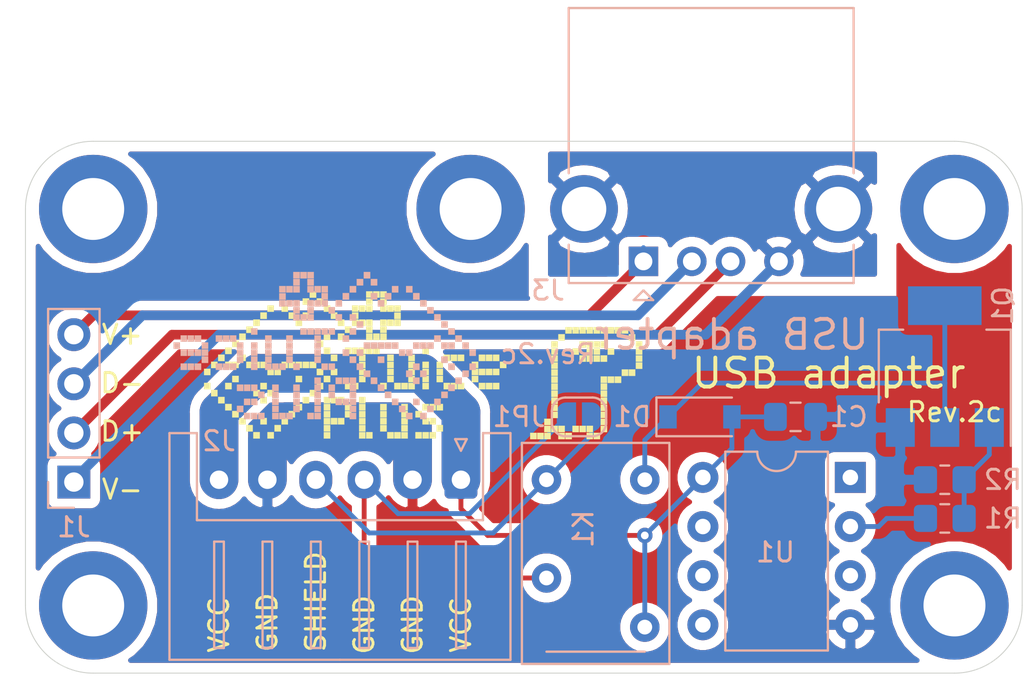
<source format=kicad_pcb>
(kicad_pcb (version 20171130) (host pcbnew 5.1.9+dfsg1-1+deb11u1)

  (general
    (thickness 1.6)
    (drawings 69)
    (tracks 69)
    (zones 0)
    (modules 19)
    (nets 17)
  )

  (page A4)
  (layers
    (0 F.Cu signal)
    (31 B.Cu signal)
    (32 B.Adhes user)
    (33 F.Adhes user)
    (34 B.Paste user)
    (35 F.Paste user)
    (36 B.SilkS user)
    (37 F.SilkS user)
    (38 B.Mask user)
    (39 F.Mask user)
    (40 Dwgs.User user hide)
    (41 Cmts.User user)
    (42 Eco1.User user)
    (43 Eco2.User user)
    (44 Edge.Cuts user)
    (45 Margin user)
    (46 B.CrtYd user)
    (47 F.CrtYd user)
    (48 B.Fab user)
    (49 F.Fab user)
  )

  (setup
    (last_trace_width 0.25)
    (user_trace_width 0.5)
    (user_trace_width 1)
    (user_trace_width 2)
    (trace_clearance 0.2)
    (zone_clearance 0.508)
    (zone_45_only no)
    (trace_min 0.2)
    (via_size 0.8)
    (via_drill 0.4)
    (via_min_size 0.4)
    (via_min_drill 0.3)
    (uvia_size 0.3)
    (uvia_drill 0.1)
    (uvias_allowed no)
    (uvia_min_size 0.2)
    (uvia_min_drill 0.1)
    (edge_width 0.05)
    (segment_width 0.2)
    (pcb_text_width 0.3)
    (pcb_text_size 1.5 1.5)
    (mod_edge_width 0.12)
    (mod_text_size 1 1)
    (mod_text_width 0.15)
    (pad_size 1.524 1.524)
    (pad_drill 0.762)
    (pad_to_mask_clearance 0)
    (aux_axis_origin 0 0)
    (visible_elements FFFFFF7F)
    (pcbplotparams
      (layerselection 0x010fc_ffffffff)
      (usegerberextensions true)
      (usegerberattributes false)
      (usegerberadvancedattributes false)
      (creategerberjobfile false)
      (excludeedgelayer true)
      (linewidth 0.100000)
      (plotframeref false)
      (viasonmask false)
      (mode 1)
      (useauxorigin false)
      (hpglpennumber 1)
      (hpglpenspeed 20)
      (hpglpendiameter 15.000000)
      (psnegative false)
      (psa4output false)
      (plotreference true)
      (plotvalue false)
      (plotinvisibletext false)
      (padsonsilk false)
      (subtractmaskfromsilk true)
      (outputformat 1)
      (mirror false)
      (drillshape 0)
      (scaleselection 1)
      (outputdirectory "geber/"))
  )

  (net 0 "")
  (net 1 D+)
  (net 2 D-)
  (net 3 V+)
  (net 4 V-)
  (net 5 VCC)
  (net 6 GND)
  (net 7 "Net-(D1-Pad1)")
  (net 8 TABLET_GND)
  (net 9 TABLET_SHIELD)
  (net 10 "Net-(Q1-Pad1)")
  (net 11 "Net-(R1-Pad2)")
  (net 12 "Net-(U1-Pad1)")
  (net 13 "Net-(U1-Pad5)")
  (net 14 "Net-(U1-Pad3)")
  (net 15 "Net-(U1-Pad7)")
  (net 16 "Net-(U1-Pad6)")

  (net_class Default "This is the default net class."
    (clearance 0.2)
    (trace_width 0.25)
    (via_dia 0.8)
    (via_drill 0.4)
    (uvia_dia 0.3)
    (uvia_drill 0.1)
    (add_net D+)
    (add_net D-)
    (add_net GND)
    (add_net "Net-(D1-Pad1)")
    (add_net "Net-(Q1-Pad1)")
    (add_net "Net-(R1-Pad2)")
    (add_net "Net-(U1-Pad1)")
    (add_net "Net-(U1-Pad3)")
    (add_net "Net-(U1-Pad5)")
    (add_net "Net-(U1-Pad6)")
    (add_net "Net-(U1-Pad7)")
    (add_net TABLET_GND)
    (add_net TABLET_SHIELD)
    (add_net V+)
    (add_net V-)
    (add_net VCC)
  )

  (module custom-footprints:juice-plus_logo_3k (layer B.Cu) (tedit 0) (tstamp 649555A7)
    (at 111.5 74.5 180)
    (fp_text reference G*** (at 0 0) (layer B.SilkS) hide
      (effects (font (size 1.524 1.524) (thickness 0.3)) (justify mirror))
    )
    (fp_text value juice-plus_logo_3k (at 0.75 0) (layer B.SilkS) hide
      (effects (font (size 1.524 1.524) (thickness 0.3)) (justify mirror))
    )
    (fp_poly (pts (xy 1.659467 3.412066) (xy 1.329267 3.412066) (xy 1.329267 3.742266) (xy 1.659467 3.742266)
      (xy 1.659467 3.412066)) (layer B.SilkS) (width 0.01))
    (fp_poly (pts (xy 1.2954 3.412066) (xy 0.9652 3.412066) (xy 0.9652 3.742266) (xy 1.2954 3.742266)
      (xy 1.2954 3.412066)) (layer B.SilkS) (width 0.01))
    (fp_poly (pts (xy 0.931334 3.412066) (xy 0.601134 3.412066) (xy 0.601134 3.742266) (xy 0.931334 3.742266)
      (xy 0.931334 3.412066)) (layer B.SilkS) (width 0.01))
    (fp_poly (pts (xy -1.9812 3.412066) (xy -2.3114 3.412066) (xy -2.3114 3.742266) (xy -1.9812 3.742266)
      (xy -1.9812 3.412066)) (layer B.SilkS) (width 0.01))
    (fp_poly (pts (xy 1.659467 3.048) (xy 1.329267 3.048) (xy 1.329267 3.3782) (xy 1.659467 3.3782)
      (xy 1.659467 3.048)) (layer B.SilkS) (width 0.01))
    (fp_poly (pts (xy 0.931334 3.048) (xy 0.601134 3.048) (xy 0.601134 3.3782) (xy 0.931334 3.3782)
      (xy 0.931334 3.048)) (layer B.SilkS) (width 0.01))
    (fp_poly (pts (xy -1.617133 3.048) (xy -1.947333 3.048) (xy -1.947333 3.3782) (xy -1.617133 3.3782)
      (xy -1.617133 3.048)) (layer B.SilkS) (width 0.01))
    (fp_poly (pts (xy -2.345266 3.048) (xy -2.675466 3.048) (xy -2.675466 3.3782) (xy -2.345266 3.3782)
      (xy -2.345266 3.048)) (layer B.SilkS) (width 0.01))
    (fp_poly (pts (xy 2.3876 2.683933) (xy 2.0574 2.683933) (xy 2.0574 3.014133) (xy 2.3876 3.014133)
      (xy 2.3876 2.683933)) (layer B.SilkS) (width 0.01))
    (fp_poly (pts (xy 2.023534 2.683933) (xy 1.693334 2.683933) (xy 1.693334 3.014133) (xy 2.023534 3.014133)
      (xy 2.023534 2.683933)) (layer B.SilkS) (width 0.01))
    (fp_poly (pts (xy 1.659467 2.683933) (xy 1.329267 2.683933) (xy 1.329267 3.014133) (xy 1.659467 3.014133)
      (xy 1.659467 2.683933)) (layer B.SilkS) (width 0.01))
    (fp_poly (pts (xy 0.931334 2.683933) (xy 0.601134 2.683933) (xy 0.601134 3.014133) (xy 0.931334 3.014133)
      (xy 0.931334 2.683933)) (layer B.SilkS) (width 0.01))
    (fp_poly (pts (xy 0.567267 2.683933) (xy 0.237067 2.683933) (xy 0.237067 3.014133) (xy 0.567267 3.014133)
      (xy 0.567267 2.683933)) (layer B.SilkS) (width 0.01))
    (fp_poly (pts (xy 0.2032 2.683933) (xy -0.127 2.683933) (xy -0.127 3.014133) (xy 0.2032 3.014133)
      (xy 0.2032 2.683933)) (layer B.SilkS) (width 0.01))
    (fp_poly (pts (xy -1.253067 2.683933) (xy -1.583267 2.683933) (xy -1.583267 3.014133) (xy -1.253067 3.014133)
      (xy -1.253067 2.683933)) (layer B.SilkS) (width 0.01))
    (fp_poly (pts (xy -3.437466 2.683933) (xy -3.767666 2.683933) (xy -3.767666 3.014133) (xy -3.437466 3.014133)
      (xy -3.437466 2.683933)) (layer B.SilkS) (width 0.01))
    (fp_poly (pts (xy -4.1656 2.683933) (xy -4.4958 2.683933) (xy -4.4958 3.014133) (xy -4.1656 3.014133)
      (xy -4.1656 2.683933)) (layer B.SilkS) (width 0.01))
    (fp_poly (pts (xy 0.2032 2.319867) (xy -0.127 2.319867) (xy -0.127 2.650066) (xy 0.2032 2.650066)
      (xy 0.2032 2.319867)) (layer B.SilkS) (width 0.01))
    (fp_poly (pts (xy -0.889 2.319867) (xy -1.2192 2.319867) (xy -1.2192 2.650066) (xy -0.889 2.650066)
      (xy -0.889 2.319867)) (layer B.SilkS) (width 0.01))
    (fp_poly (pts (xy -2.345266 2.319867) (xy -2.675466 2.319867) (xy -2.675466 2.650066) (xy -2.345266 2.650066)
      (xy -2.345266 2.319867)) (layer B.SilkS) (width 0.01))
    (fp_poly (pts (xy -3.0734 2.319867) (xy -3.4036 2.319867) (xy -3.4036 2.650066) (xy -3.0734 2.650066)
      (xy -3.0734 2.319867)) (layer B.SilkS) (width 0.01))
    (fp_poly (pts (xy -4.529667 2.319867) (xy -4.859867 2.319867) (xy -4.859867 2.650066) (xy -4.529667 2.650066)
      (xy -4.529667 2.319867)) (layer B.SilkS) (width 0.01))
    (fp_poly (pts (xy 2.3876 2.3114) (xy 2.0574 2.3114) (xy 2.0574 2.6416) (xy 2.3876 2.6416)
      (xy 2.3876 2.3114)) (layer B.SilkS) (width 0.01))
    (fp_poly (pts (xy 2.3876 1.9558) (xy 2.0574 1.9558) (xy 2.0574 2.286) (xy 2.3876 2.286)
      (xy 2.3876 1.9558)) (layer B.SilkS) (width 0.01))
    (fp_poly (pts (xy 2.023534 1.9558) (xy 1.693334 1.9558) (xy 1.693334 2.286) (xy 2.023534 2.286)
      (xy 2.023534 1.9558)) (layer B.SilkS) (width 0.01))
    (fp_poly (pts (xy 1.659467 1.9558) (xy 1.329267 1.9558) (xy 1.329267 2.286) (xy 1.659467 2.286)
      (xy 1.659467 1.9558)) (layer B.SilkS) (width 0.01))
    (fp_poly (pts (xy 0.931334 1.9558) (xy 0.601134 1.9558) (xy 0.601134 2.286) (xy 0.931334 2.286)
      (xy 0.931334 1.9558)) (layer B.SilkS) (width 0.01))
    (fp_poly (pts (xy 0.567267 1.9558) (xy 0.237067 1.9558) (xy 0.237067 2.286) (xy 0.567267 2.286)
      (xy 0.567267 1.9558)) (layer B.SilkS) (width 0.01))
    (fp_poly (pts (xy 0.2032 1.9558) (xy -0.127 1.9558) (xy -0.127 2.286) (xy 0.2032 2.286)
      (xy 0.2032 1.9558)) (layer B.SilkS) (width 0.01))
    (fp_poly (pts (xy -0.524933 1.9558) (xy -0.855133 1.9558) (xy -0.855133 2.286) (xy -0.524933 2.286)
      (xy -0.524933 1.9558)) (layer B.SilkS) (width 0.01))
    (fp_poly (pts (xy -2.709333 1.9558) (xy -3.039533 1.9558) (xy -3.039533 2.286) (xy -2.709333 2.286)
      (xy -2.709333 1.9558)) (layer B.SilkS) (width 0.01))
    (fp_poly (pts (xy -4.893733 1.9558) (xy -5.223933 1.9558) (xy -5.223933 2.286) (xy -4.893733 2.286)
      (xy -4.893733 1.9558)) (layer B.SilkS) (width 0.01))
    (fp_poly (pts (xy 1.659467 1.591733) (xy 1.329267 1.591733) (xy 1.329267 1.921933) (xy 1.659467 1.921933)
      (xy 1.659467 1.591733)) (layer B.SilkS) (width 0.01))
    (fp_poly (pts (xy 0.931334 1.591733) (xy 0.601134 1.591733) (xy 0.601134 1.921933) (xy 0.931334 1.921933)
      (xy 0.931334 1.591733)) (layer B.SilkS) (width 0.01))
    (fp_poly (pts (xy -0.160867 1.591733) (xy -0.491067 1.591733) (xy -0.491067 1.921933) (xy -0.160867 1.921933)
      (xy -0.160867 1.591733)) (layer B.SilkS) (width 0.01))
    (fp_poly (pts (xy -5.2578 1.591733) (xy -5.588 1.591733) (xy -5.588 1.921933) (xy -5.2578 1.921933)
      (xy -5.2578 1.591733)) (layer B.SilkS) (width 0.01))
    (fp_poly (pts (xy 1.659467 1.227666) (xy 1.329267 1.227666) (xy 1.329267 1.557866) (xy 1.659467 1.557866)
      (xy 1.659467 1.227666)) (layer B.SilkS) (width 0.01))
    (fp_poly (pts (xy 1.2954 1.227666) (xy 0.9652 1.227666) (xy 0.9652 1.557866) (xy 1.2954 1.557866)
      (xy 1.2954 1.227666)) (layer B.SilkS) (width 0.01))
    (fp_poly (pts (xy 0.931334 1.227666) (xy 0.601134 1.227666) (xy 0.601134 1.557866) (xy 0.931334 1.557866)
      (xy 0.931334 1.227666)) (layer B.SilkS) (width 0.01))
    (fp_poly (pts (xy -0.524933 1.227666) (xy -0.855133 1.227666) (xy -0.855133 1.557866) (xy -0.524933 1.557866)
      (xy -0.524933 1.227666)) (layer B.SilkS) (width 0.01))
    (fp_poly (pts (xy -1.253067 1.227666) (xy -1.583267 1.227666) (xy -1.583267 1.557866) (xy -1.253067 1.557866)
      (xy -1.253067 1.227666)) (layer B.SilkS) (width 0.01))
    (fp_poly (pts (xy -5.621866 1.227666) (xy -5.952066 1.227666) (xy -5.952066 1.557866) (xy -5.621866 1.557866)
      (xy -5.621866 1.227666)) (layer B.SilkS) (width 0.01))
    (fp_poly (pts (xy -1.617133 0.8636) (xy -1.947333 0.8636) (xy -1.947333 1.1938) (xy -1.617133 1.1938)
      (xy -1.617133 0.8636)) (layer B.SilkS) (width 0.01))
    (fp_poly (pts (xy -5.985933 0.8636) (xy -6.316133 0.8636) (xy -6.316133 1.1938) (xy -5.985933 1.1938)
      (xy -5.985933 0.8636)) (layer B.SilkS) (width 0.01))
    (fp_poly (pts (xy 3.843867 0.499533) (xy 3.513667 0.499533) (xy 3.513667 0.829733) (xy 3.843867 0.829733)
      (xy 3.843867 0.499533)) (layer B.SilkS) (width 0.01))
    (fp_poly (pts (xy 1.2954 0.499533) (xy 0.9652 0.499533) (xy 0.9652 0.829733) (xy 1.2954 0.829733)
      (xy 1.2954 0.499533)) (layer B.SilkS) (width 0.01))
    (fp_poly (pts (xy 0.931334 0.499533) (xy 0.601134 0.499533) (xy 0.601134 0.829733) (xy 0.931334 0.829733)
      (xy 0.931334 0.499533)) (layer B.SilkS) (width 0.01))
    (fp_poly (pts (xy 0.567267 0.499533) (xy 0.237067 0.499533) (xy 0.237067 0.829733) (xy 0.567267 0.829733)
      (xy 0.567267 0.499533)) (layer B.SilkS) (width 0.01))
    (fp_poly (pts (xy 0.2032 0.499533) (xy -0.127 0.499533) (xy -0.127 0.829733) (xy 0.2032 0.829733)
      (xy 0.2032 0.499533)) (layer B.SilkS) (width 0.01))
    (fp_poly (pts (xy -0.160867 0.499533) (xy -0.491067 0.499533) (xy -0.491067 0.829733) (xy -0.160867 0.829733)
      (xy -0.160867 0.499533)) (layer B.SilkS) (width 0.01))
    (fp_poly (pts (xy -1.253067 0.499533) (xy -1.583267 0.499533) (xy -1.583267 0.829733) (xy -1.253067 0.829733)
      (xy -1.253067 0.499533)) (layer B.SilkS) (width 0.01))
    (fp_poly (pts (xy -6.35 0.499533) (xy -6.6802 0.499533) (xy -6.6802 0.829733) (xy -6.35 0.829733)
      (xy -6.35 0.499533)) (layer B.SilkS) (width 0.01))
    (fp_poly (pts (xy 7.484533 0.135467) (xy 7.154333 0.135467) (xy 7.154333 0.465667) (xy 7.484533 0.465667)
      (xy 7.484533 0.135467)) (layer B.SilkS) (width 0.01))
    (fp_poly (pts (xy 7.120467 0.135467) (xy 6.790267 0.135467) (xy 6.790267 0.465667) (xy 7.120467 0.465667)
      (xy 7.120467 0.135467)) (layer B.SilkS) (width 0.01))
    (fp_poly (pts (xy 6.7564 0.135467) (xy 6.4262 0.135467) (xy 6.4262 0.465667) (xy 6.7564 0.465667)
      (xy 6.7564 0.135467)) (layer B.SilkS) (width 0.01))
    (fp_poly (pts (xy 5.6642 0.135467) (xy 5.334 0.135467) (xy 5.334 0.465667) (xy 5.6642 0.465667)
      (xy 5.6642 0.135467)) (layer B.SilkS) (width 0.01))
    (fp_poly (pts (xy 5.300133 0.135467) (xy 4.969933 0.135467) (xy 4.969933 0.465667) (xy 5.300133 0.465667)
      (xy 5.300133 0.135467)) (layer B.SilkS) (width 0.01))
    (fp_poly (pts (xy 4.936067 0.135467) (xy 4.605867 0.135467) (xy 4.605867 0.465667) (xy 4.936067 0.465667)
      (xy 4.936067 0.135467)) (layer B.SilkS) (width 0.01))
    (fp_poly (pts (xy 3.115734 0.135467) (xy 2.785534 0.135467) (xy 2.785534 0.465667) (xy 3.115734 0.465667)
      (xy 3.115734 0.135467)) (layer B.SilkS) (width 0.01))
    (fp_poly (pts (xy 2.023534 0.135467) (xy 1.693334 0.135467) (xy 1.693334 0.465667) (xy 2.023534 0.465667)
      (xy 2.023534 0.135467)) (layer B.SilkS) (width 0.01))
    (fp_poly (pts (xy 0.567267 0.135467) (xy 0.237067 0.135467) (xy 0.237067 0.465667) (xy 0.567267 0.465667)
      (xy 0.567267 0.135467)) (layer B.SilkS) (width 0.01))
    (fp_poly (pts (xy -0.889 0.135467) (xy -1.2192 0.135467) (xy -1.2192 0.465667) (xy -0.889 0.465667)
      (xy -0.889 0.135467)) (layer B.SilkS) (width 0.01))
    (fp_poly (pts (xy -5.621866 0.135467) (xy -5.952066 0.135467) (xy -5.952066 0.465667) (xy -5.621866 0.465667)
      (xy -5.621866 0.135467)) (layer B.SilkS) (width 0.01))
    (fp_poly (pts (xy -6.714067 0.135467) (xy -7.044266 0.135467) (xy -7.044266 0.465667) (xy -6.714067 0.465667)
      (xy -6.714067 0.135467)) (layer B.SilkS) (width 0.01))
    (fp_poly (pts (xy 7.8486 -0.2286) (xy 7.5184 -0.2286) (xy 7.5184 0.1016) (xy 7.8486 0.1016)
      (xy 7.8486 -0.2286)) (layer B.SilkS) (width 0.01))
    (fp_poly (pts (xy 6.392333 -0.2286) (xy 6.062133 -0.2286) (xy 6.062133 0.1016) (xy 6.392333 0.1016)
      (xy 6.392333 -0.2286)) (layer B.SilkS) (width 0.01))
    (fp_poly (pts (xy 4.572 -0.2286) (xy 4.2418 -0.2286) (xy 4.2418 0.1016) (xy 4.572 0.1016)
      (xy 4.572 -0.2286)) (layer B.SilkS) (width 0.01))
    (fp_poly (pts (xy 3.843867 -0.2286) (xy 3.513667 -0.2286) (xy 3.513667 0.1016) (xy 3.843867 0.1016)
      (xy 3.843867 -0.2286)) (layer B.SilkS) (width 0.01))
    (fp_poly (pts (xy 3.115734 -0.2286) (xy 2.785534 -0.2286) (xy 2.785534 0.1016) (xy 3.115734 0.1016)
      (xy 3.115734 -0.2286)) (layer B.SilkS) (width 0.01))
    (fp_poly (pts (xy 2.023534 -0.2286) (xy 1.693334 -0.2286) (xy 1.693334 0.1016) (xy 2.023534 0.1016)
      (xy 2.023534 -0.2286)) (layer B.SilkS) (width 0.01))
    (fp_poly (pts (xy 0.567267 -0.2286) (xy 0.237067 -0.2286) (xy 0.237067 0.1016) (xy 0.567267 0.1016)
      (xy 0.567267 -0.2286)) (layer B.SilkS) (width 0.01))
    (fp_poly (pts (xy -1.9812 -0.2286) (xy -2.3114 -0.2286) (xy -2.3114 0.1016) (xy -1.9812 0.1016)
      (xy -1.9812 -0.2286)) (layer B.SilkS) (width 0.01))
    (fp_poly (pts (xy -2.345266 -0.2286) (xy -2.675466 -0.2286) (xy -2.675466 0.1016) (xy -2.345266 0.1016)
      (xy -2.345266 -0.2286)) (layer B.SilkS) (width 0.01))
    (fp_poly (pts (xy -2.709333 -0.2286) (xy -3.039533 -0.2286) (xy -3.039533 0.1016) (xy -2.709333 0.1016)
      (xy -2.709333 -0.2286)) (layer B.SilkS) (width 0.01))
    (fp_poly (pts (xy -3.0734 -0.2286) (xy -3.4036 -0.2286) (xy -3.4036 0.1016) (xy -3.0734 0.1016)
      (xy -3.0734 -0.2286)) (layer B.SilkS) (width 0.01))
    (fp_poly (pts (xy -3.437466 -0.2286) (xy -3.767666 -0.2286) (xy -3.767666 0.1016) (xy -3.437466 0.1016)
      (xy -3.437466 -0.2286)) (layer B.SilkS) (width 0.01))
    (fp_poly (pts (xy -4.529667 -0.2286) (xy -4.859867 -0.2286) (xy -4.859867 0.1016) (xy -4.529667 0.1016)
      (xy -4.529667 -0.2286)) (layer B.SilkS) (width 0.01))
    (fp_poly (pts (xy -4.893733 -0.2286) (xy -5.223933 -0.2286) (xy -5.223933 0.1016) (xy -4.893733 0.1016)
      (xy -4.893733 -0.2286)) (layer B.SilkS) (width 0.01))
    (fp_poly (pts (xy -5.2578 -0.2286) (xy -5.588 -0.2286) (xy -5.588 0.1016) (xy -5.2578 0.1016)
      (xy -5.2578 -0.2286)) (layer B.SilkS) (width 0.01))
    (fp_poly (pts (xy -5.985933 -0.2286) (xy -6.316133 -0.2286) (xy -6.316133 0.1016) (xy -5.985933 0.1016)
      (xy -5.985933 -0.2286)) (layer B.SilkS) (width 0.01))
    (fp_poly (pts (xy -6.35 -0.2286) (xy -6.6802 -0.2286) (xy -6.6802 0.1016) (xy -6.35 0.1016)
      (xy -6.35 -0.2286)) (layer B.SilkS) (width 0.01))
    (fp_poly (pts (xy -7.078133 -0.2286) (xy -7.408333 -0.2286) (xy -7.408333 0.1016) (xy -7.078133 0.1016)
      (xy -7.078133 -0.2286)) (layer B.SilkS) (width 0.01))
    (fp_poly (pts (xy 7.484533 -0.592667) (xy 7.154333 -0.592667) (xy 7.154333 -0.262467) (xy 7.484533 -0.262467)
      (xy 7.484533 -0.592667)) (layer B.SilkS) (width 0.01))
    (fp_poly (pts (xy 7.120467 -0.592667) (xy 6.790267 -0.592667) (xy 6.790267 -0.262467) (xy 7.120467 -0.262467)
      (xy 7.120467 -0.592667)) (layer B.SilkS) (width 0.01))
    (fp_poly (pts (xy 6.7564 -0.592667) (xy 6.4262 -0.592667) (xy 6.4262 -0.262467) (xy 6.7564 -0.262467)
      (xy 6.7564 -0.592667)) (layer B.SilkS) (width 0.01))
    (fp_poly (pts (xy 6.392333 -0.592667) (xy 6.062133 -0.592667) (xy 6.062133 -0.262467) (xy 6.392333 -0.262467)
      (xy 6.392333 -0.592667)) (layer B.SilkS) (width 0.01))
    (fp_poly (pts (xy 4.572 -0.592667) (xy 4.2418 -0.592667) (xy 4.2418 -0.262467) (xy 4.572 -0.262467)
      (xy 4.572 -0.592667)) (layer B.SilkS) (width 0.01))
    (fp_poly (pts (xy 3.843867 -0.592667) (xy 3.513667 -0.592667) (xy 3.513667 -0.262467) (xy 3.843867 -0.262467)
      (xy 3.843867 -0.592667)) (layer B.SilkS) (width 0.01))
    (fp_poly (pts (xy 3.115734 -0.592667) (xy 2.785534 -0.592667) (xy 2.785534 -0.262467) (xy 3.115734 -0.262467)
      (xy 3.115734 -0.592667)) (layer B.SilkS) (width 0.01))
    (fp_poly (pts (xy 2.023534 -0.592667) (xy 1.693334 -0.592667) (xy 1.693334 -0.262467) (xy 2.023534 -0.262467)
      (xy 2.023534 -0.592667)) (layer B.SilkS) (width 0.01))
    (fp_poly (pts (xy 0.567267 -0.592667) (xy 0.237067 -0.592667) (xy 0.237067 -0.262467) (xy 0.567267 -0.262467)
      (xy 0.567267 -0.592667)) (layer B.SilkS) (width 0.01))
    (fp_poly (pts (xy -0.889 -0.592667) (xy -1.2192 -0.592667) (xy -1.2192 -0.262467) (xy -0.889 -0.262467)
      (xy -0.889 -0.592667)) (layer B.SilkS) (width 0.01))
    (fp_poly (pts (xy -1.617133 -0.592667) (xy -1.947333 -0.592667) (xy -1.947333 -0.262467) (xy -1.617133 -0.262467)
      (xy -1.617133 -0.592667)) (layer B.SilkS) (width 0.01))
    (fp_poly (pts (xy -3.801533 -0.592667) (xy -4.131733 -0.592667) (xy -4.131733 -0.262467) (xy -3.801533 -0.262467)
      (xy -3.801533 -0.592667)) (layer B.SilkS) (width 0.01))
    (fp_poly (pts (xy -4.1656 -0.592667) (xy -4.4958 -0.592667) (xy -4.4958 -0.262467) (xy -4.1656 -0.262467)
      (xy -4.1656 -0.592667)) (layer B.SilkS) (width 0.01))
    (fp_poly (pts (xy -7.4422 -0.592667) (xy -7.7724 -0.592667) (xy -7.7724 -0.262467) (xy -7.4422 -0.262467)
      (xy -7.4422 -0.592667)) (layer B.SilkS) (width 0.01))
    (fp_poly (pts (xy 6.392333 -0.956734) (xy 6.062133 -0.956734) (xy 6.062133 -0.626534) (xy 6.392333 -0.626534)
      (xy 6.392333 -0.956734)) (layer B.SilkS) (width 0.01))
    (fp_poly (pts (xy 4.572 -0.956734) (xy 4.2418 -0.956734) (xy 4.2418 -0.626534) (xy 4.572 -0.626534)
      (xy 4.572 -0.956734)) (layer B.SilkS) (width 0.01))
    (fp_poly (pts (xy 3.843867 -0.956734) (xy 3.513667 -0.956734) (xy 3.513667 -0.626534) (xy 3.843867 -0.626534)
      (xy 3.843867 -0.956734)) (layer B.SilkS) (width 0.01))
    (fp_poly (pts (xy 3.115734 -0.956734) (xy 2.785534 -0.956734) (xy 2.785534 -0.626534) (xy 3.115734 -0.626534)
      (xy 3.115734 -0.956734)) (layer B.SilkS) (width 0.01))
    (fp_poly (pts (xy 2.023534 -0.956734) (xy 1.693334 -0.956734) (xy 1.693334 -0.626534) (xy 2.023534 -0.626534)
      (xy 2.023534 -0.956734)) (layer B.SilkS) (width 0.01))
    (fp_poly (pts (xy 0.567267 -0.956734) (xy 0.237067 -0.956734) (xy 0.237067 -0.626534) (xy 0.567267 -0.626534)
      (xy 0.567267 -0.956734)) (layer B.SilkS) (width 0.01))
    (fp_poly (pts (xy -1.253067 -0.956734) (xy -1.583267 -0.956734) (xy -1.583267 -0.626534) (xy -1.253067 -0.626534)
      (xy -1.253067 -0.956734)) (layer B.SilkS) (width 0.01))
    (fp_poly (pts (xy -2.709333 -0.956734) (xy -3.039533 -0.956734) (xy -3.039533 -0.626534) (xy -2.709333 -0.626534)
      (xy -2.709333 -0.956734)) (layer B.SilkS) (width 0.01))
    (fp_poly (pts (xy -5.985933 -0.956734) (xy -6.316133 -0.956734) (xy -6.316133 -0.626534) (xy -5.985933 -0.626534)
      (xy -5.985933 -0.956734)) (layer B.SilkS) (width 0.01))
    (fp_poly (pts (xy 7.484533 -1.3208) (xy 7.154333 -1.3208) (xy 7.154333 -0.9906) (xy 7.484533 -0.9906)
      (xy 7.484533 -1.3208)) (layer B.SilkS) (width 0.01))
    (fp_poly (pts (xy 7.120467 -1.3208) (xy 6.790267 -1.3208) (xy 6.790267 -0.9906) (xy 7.120467 -0.9906)
      (xy 7.120467 -1.3208)) (layer B.SilkS) (width 0.01))
    (fp_poly (pts (xy 6.7564 -1.3208) (xy 6.4262 -1.3208) (xy 6.4262 -0.9906) (xy 6.7564 -0.9906)
      (xy 6.7564 -1.3208)) (layer B.SilkS) (width 0.01))
    (fp_poly (pts (xy 5.6642 -1.3208) (xy 5.334 -1.3208) (xy 5.334 -0.9906) (xy 5.6642 -0.9906)
      (xy 5.6642 -1.3208)) (layer B.SilkS) (width 0.01))
    (fp_poly (pts (xy 5.300133 -1.3208) (xy 4.969933 -1.3208) (xy 4.969933 -0.9906) (xy 5.300133 -0.9906)
      (xy 5.300133 -1.3208)) (layer B.SilkS) (width 0.01))
    (fp_poly (pts (xy 4.936067 -1.3208) (xy 4.605867 -1.3208) (xy 4.605867 -0.9906) (xy 4.936067 -0.9906)
      (xy 4.936067 -1.3208)) (layer B.SilkS) (width 0.01))
    (fp_poly (pts (xy 3.843867 -1.3208) (xy 3.513667 -1.3208) (xy 3.513667 -0.9906) (xy 3.843867 -0.9906)
      (xy 3.843867 -1.3208)) (layer B.SilkS) (width 0.01))
    (fp_poly (pts (xy 3.115734 -1.3208) (xy 2.785534 -1.3208) (xy 2.785534 -0.9906) (xy 3.115734 -0.9906)
      (xy 3.115734 -1.3208)) (layer B.SilkS) (width 0.01))
    (fp_poly (pts (xy 2.751667 -1.3208) (xy 2.421467 -1.3208) (xy 2.421467 -0.9906) (xy 2.751667 -0.9906)
      (xy 2.751667 -1.3208)) (layer B.SilkS) (width 0.01))
    (fp_poly (pts (xy 2.3876 -1.3208) (xy 2.0574 -1.3208) (xy 2.0574 -0.9906) (xy 2.3876 -0.9906)
      (xy 2.3876 -1.3208)) (layer B.SilkS) (width 0.01))
    (fp_poly (pts (xy 1.659467 -1.3208) (xy 1.329267 -1.3208) (xy 1.329267 -0.9906) (xy 1.659467 -0.9906)
      (xy 1.659467 -1.3208)) (layer B.SilkS) (width 0.01))
    (fp_poly (pts (xy 0.2032 -1.3208) (xy -0.127 -1.3208) (xy -0.127 -0.9906) (xy 0.2032 -0.9906)
      (xy 0.2032 -1.3208)) (layer B.SilkS) (width 0.01))
    (fp_poly (pts (xy -0.160867 -1.3208) (xy -0.491067 -1.3208) (xy -0.491067 -0.9906) (xy -0.160867 -0.9906)
      (xy -0.160867 -1.3208)) (layer B.SilkS) (width 0.01))
    (fp_poly (pts (xy -1.617133 -1.3208) (xy -1.947333 -1.3208) (xy -1.947333 -0.9906) (xy -1.617133 -0.9906)
      (xy -1.617133 -1.3208)) (layer B.SilkS) (width 0.01))
    (fp_poly (pts (xy -4.529667 -1.3208) (xy -4.859867 -1.3208) (xy -4.859867 -0.9906) (xy -4.529667 -0.9906)
      (xy -4.529667 -1.3208)) (layer B.SilkS) (width 0.01))
    (fp_poly (pts (xy -6.35 -1.3208) (xy -6.6802 -1.3208) (xy -6.6802 -0.9906) (xy -6.35 -0.9906)
      (xy -6.35 -1.3208)) (layer B.SilkS) (width 0.01))
    (fp_poly (pts (xy -7.4422 -1.3208) (xy -7.7724 -1.3208) (xy -7.7724 -0.9906) (xy -7.4422 -0.9906)
      (xy -7.4422 -1.3208)) (layer B.SilkS) (width 0.01))
    (fp_poly (pts (xy -1.9812 -1.684867) (xy -2.3114 -1.684867) (xy -2.3114 -1.354667) (xy -1.9812 -1.354667)
      (xy -1.9812 -1.684867)) (layer B.SilkS) (width 0.01))
    (fp_poly (pts (xy -4.1656 -1.684867) (xy -4.4958 -1.684867) (xy -4.4958 -1.354667) (xy -4.1656 -1.354667)
      (xy -4.1656 -1.684867)) (layer B.SilkS) (width 0.01))
    (fp_poly (pts (xy -4.893733 -1.684867) (xy -5.223933 -1.684867) (xy -5.223933 -1.354667) (xy -4.893733 -1.354667)
      (xy -4.893733 -1.684867)) (layer B.SilkS) (width 0.01))
    (fp_poly (pts (xy -7.078133 -1.684867) (xy -7.408333 -1.684867) (xy -7.408333 -1.354667) (xy -7.078133 -1.354667)
      (xy -7.078133 -1.684867)) (layer B.SilkS) (width 0.01))
    (fp_poly (pts (xy 0.567267 -2.048934) (xy 0.237067 -2.048934) (xy 0.237067 -1.718734) (xy 0.567267 -1.718734)
      (xy 0.567267 -2.048934)) (layer B.SilkS) (width 0.01))
    (fp_poly (pts (xy -0.524933 -2.048934) (xy -0.855133 -2.048934) (xy -0.855133 -1.718734) (xy -0.524933 -1.718734)
      (xy -0.524933 -2.048934)) (layer B.SilkS) (width 0.01))
    (fp_poly (pts (xy -0.889 -2.048934) (xy -1.2192 -2.048934) (xy -1.2192 -1.718734) (xy -0.889 -1.718734)
      (xy -0.889 -2.048934)) (layer B.SilkS) (width 0.01))
    (fp_poly (pts (xy -1.253067 -2.048934) (xy -1.583267 -2.048934) (xy -1.583267 -1.718734) (xy -1.253067 -1.718734)
      (xy -1.253067 -2.048934)) (layer B.SilkS) (width 0.01))
    (fp_poly (pts (xy -2.345266 -2.048934) (xy -2.675466 -2.048934) (xy -2.675466 -1.718734) (xy -2.345266 -1.718734)
      (xy -2.345266 -2.048934)) (layer B.SilkS) (width 0.01))
    (fp_poly (pts (xy -4.529667 -2.048934) (xy -4.859867 -2.048934) (xy -4.859867 -1.718734) (xy -4.529667 -1.718734)
      (xy -4.529667 -2.048934)) (layer B.SilkS) (width 0.01))
    (fp_poly (pts (xy -6.714067 -2.048934) (xy -7.044266 -2.048934) (xy -7.044266 -1.718734) (xy -6.714067 -1.718734)
      (xy -6.714067 -2.048934)) (layer B.SilkS) (width 0.01))
    (fp_poly (pts (xy 4.572 -2.413) (xy 4.2418 -2.413) (xy 4.2418 -2.0828) (xy 4.572 -2.0828)
      (xy 4.572 -2.413)) (layer B.SilkS) (width 0.01))
    (fp_poly (pts (xy 4.207934 -2.413) (xy 3.877734 -2.413) (xy 3.877734 -2.0828) (xy 4.207934 -2.0828)
      (xy 4.207934 -2.413)) (layer B.SilkS) (width 0.01))
    (fp_poly (pts (xy 3.843867 -2.413) (xy 3.513667 -2.413) (xy 3.513667 -2.0828) (xy 3.843867 -2.0828)
      (xy 3.843867 -2.413)) (layer B.SilkS) (width 0.01))
    (fp_poly (pts (xy 2.751667 -2.413) (xy 2.421467 -2.413) (xy 2.421467 -2.0828) (xy 2.751667 -2.0828)
      (xy 2.751667 -2.413)) (layer B.SilkS) (width 0.01))
    (fp_poly (pts (xy 1.659467 -2.413) (xy 1.329267 -2.413) (xy 1.329267 -2.0828) (xy 1.659467 -2.0828)
      (xy 1.659467 -2.413)) (layer B.SilkS) (width 0.01))
    (fp_poly (pts (xy 0.567267 -2.413) (xy 0.237067 -2.413) (xy 0.237067 -2.0828) (xy 0.567267 -2.0828)
      (xy 0.567267 -2.413)) (layer B.SilkS) (width 0.01))
    (fp_poly (pts (xy -0.160867 -2.413) (xy -0.491067 -2.413) (xy -0.491067 -2.0828) (xy -0.160867 -2.0828)
      (xy -0.160867 -2.413)) (layer B.SilkS) (width 0.01))
    (fp_poly (pts (xy -1.253067 -2.413) (xy -1.583267 -2.413) (xy -1.583267 -2.0828) (xy -1.253067 -2.0828)
      (xy -1.253067 -2.413)) (layer B.SilkS) (width 0.01))
    (fp_poly (pts (xy -2.709333 -2.413) (xy -3.039533 -2.413) (xy -3.039533 -2.0828) (xy -2.709333 -2.0828)
      (xy -2.709333 -2.413)) (layer B.SilkS) (width 0.01))
    (fp_poly (pts (xy -6.35 -2.413) (xy -6.6802 -2.413) (xy -6.6802 -2.0828) (xy -6.35 -2.0828)
      (xy -6.35 -2.413)) (layer B.SilkS) (width 0.01))
    (fp_poly (pts (xy 3.4798 -2.777067) (xy 3.1496 -2.777067) (xy 3.1496 -2.446867) (xy 3.4798 -2.446867)
      (xy 3.4798 -2.777067)) (layer B.SilkS) (width 0.01))
    (fp_poly (pts (xy 2.751667 -2.777067) (xy 2.421467 -2.777067) (xy 2.421467 -2.446867) (xy 2.751667 -2.446867)
      (xy 2.751667 -2.777067)) (layer B.SilkS) (width 0.01))
    (fp_poly (pts (xy 1.659467 -2.777067) (xy 1.329267 -2.777067) (xy 1.329267 -2.446867) (xy 1.659467 -2.446867)
      (xy 1.659467 -2.777067)) (layer B.SilkS) (width 0.01))
    (fp_poly (pts (xy 0.567267 -2.777067) (xy 0.237067 -2.777067) (xy 0.237067 -2.446867) (xy 0.567267 -2.446867)
      (xy 0.567267 -2.777067)) (layer B.SilkS) (width 0.01))
    (fp_poly (pts (xy -0.160867 -2.777067) (xy -0.491067 -2.777067) (xy -0.491067 -2.446867) (xy -0.160867 -2.446867)
      (xy -0.160867 -2.777067)) (layer B.SilkS) (width 0.01))
    (fp_poly (pts (xy -1.253067 -2.777067) (xy -1.583267 -2.777067) (xy -1.583267 -2.446867) (xy -1.253067 -2.446867)
      (xy -1.253067 -2.777067)) (layer B.SilkS) (width 0.01))
    (fp_poly (pts (xy -3.0734 -2.777067) (xy -3.4036 -2.777067) (xy -3.4036 -2.446867) (xy -3.0734 -2.446867)
      (xy -3.0734 -2.777067)) (layer B.SilkS) (width 0.01))
    (fp_poly (pts (xy -5.985933 -2.777067) (xy -6.316133 -2.777067) (xy -6.316133 -2.446867) (xy -5.985933 -2.446867)
      (xy -5.985933 -2.777067)) (layer B.SilkS) (width 0.01))
    (fp_poly (pts (xy 4.207934 -3.141133) (xy 3.877734 -3.141133) (xy 3.877734 -2.810933) (xy 4.207934 -2.810933)
      (xy 4.207934 -3.141133)) (layer B.SilkS) (width 0.01))
    (fp_poly (pts (xy 3.843867 -3.141133) (xy 3.513667 -3.141133) (xy 3.513667 -2.810933) (xy 3.843867 -2.810933)
      (xy 3.843867 -3.141133)) (layer B.SilkS) (width 0.01))
    (fp_poly (pts (xy 2.751667 -3.141133) (xy 2.421467 -3.141133) (xy 2.421467 -2.810933) (xy 2.751667 -2.810933)
      (xy 2.751667 -3.141133)) (layer B.SilkS) (width 0.01))
    (fp_poly (pts (xy 1.659467 -3.141133) (xy 1.329267 -3.141133) (xy 1.329267 -2.810933) (xy 1.659467 -2.810933)
      (xy 1.659467 -3.141133)) (layer B.SilkS) (width 0.01))
    (fp_poly (pts (xy 0.567267 -3.141133) (xy 0.237067 -3.141133) (xy 0.237067 -2.810933) (xy 0.567267 -2.810933)
      (xy 0.567267 -3.141133)) (layer B.SilkS) (width 0.01))
    (fp_poly (pts (xy -0.524933 -3.141133) (xy -0.855133 -3.141133) (xy -0.855133 -2.810933) (xy -0.524933 -2.810933)
      (xy -0.524933 -3.141133)) (layer B.SilkS) (width 0.01))
    (fp_poly (pts (xy -0.889 -3.141133) (xy -1.2192 -3.141133) (xy -1.2192 -2.810933) (xy -0.889 -2.810933)
      (xy -0.889 -3.141133)) (layer B.SilkS) (width 0.01))
    (fp_poly (pts (xy -1.253067 -3.141133) (xy -1.583267 -3.141133) (xy -1.583267 -2.810933) (xy -1.253067 -2.810933)
      (xy -1.253067 -3.141133)) (layer B.SilkS) (width 0.01))
    (fp_poly (pts (xy -3.437466 -3.141133) (xy -3.767666 -3.141133) (xy -3.767666 -2.810933) (xy -3.437466 -2.810933)
      (xy -3.437466 -3.141133)) (layer B.SilkS) (width 0.01))
    (fp_poly (pts (xy -4.529667 -3.141133) (xy -4.859867 -3.141133) (xy -4.859867 -2.810933) (xy -4.529667 -2.810933)
      (xy -4.529667 -3.141133)) (layer B.SilkS) (width 0.01))
    (fp_poly (pts (xy -5.621866 -3.141133) (xy -5.952066 -3.141133) (xy -5.952066 -2.810933) (xy -5.621866 -2.810933)
      (xy -5.621866 -3.141133)) (layer B.SilkS) (width 0.01))
    (fp_poly (pts (xy 4.572 -3.5052) (xy 4.2418 -3.5052) (xy 4.2418 -3.175) (xy 4.572 -3.175)
      (xy 4.572 -3.5052)) (layer B.SilkS) (width 0.01))
    (fp_poly (pts (xy 2.751667 -3.5052) (xy 2.421467 -3.5052) (xy 2.421467 -3.175) (xy 2.751667 -3.175)
      (xy 2.751667 -3.5052)) (layer B.SilkS) (width 0.01))
    (fp_poly (pts (xy 1.659467 -3.5052) (xy 1.329267 -3.5052) (xy 1.329267 -3.175) (xy 1.659467 -3.175)
      (xy 1.659467 -3.5052)) (layer B.SilkS) (width 0.01))
    (fp_poly (pts (xy 0.567267 -3.5052) (xy 0.237067 -3.5052) (xy 0.237067 -3.175) (xy 0.567267 -3.175)
      (xy 0.567267 -3.5052)) (layer B.SilkS) (width 0.01))
    (fp_poly (pts (xy -1.253067 -3.5052) (xy -1.583267 -3.5052) (xy -1.583267 -3.175) (xy -1.253067 -3.175)
      (xy -1.253067 -3.5052)) (layer B.SilkS) (width 0.01))
    (fp_poly (pts (xy -3.801533 -3.5052) (xy -4.131733 -3.5052) (xy -4.131733 -3.175) (xy -3.801533 -3.175)
      (xy -3.801533 -3.5052)) (layer B.SilkS) (width 0.01))
    (fp_poly (pts (xy -5.2578 -3.5052) (xy -5.588 -3.5052) (xy -5.588 -3.175) (xy -5.2578 -3.175)
      (xy -5.2578 -3.5052)) (layer B.SilkS) (width 0.01))
    (fp_poly (pts (xy 4.207934 -3.869267) (xy 3.877734 -3.869267) (xy 3.877734 -3.539067) (xy 4.207934 -3.539067)
      (xy 4.207934 -3.869267)) (layer B.SilkS) (width 0.01))
    (fp_poly (pts (xy 3.843867 -3.869267) (xy 3.513667 -3.869267) (xy 3.513667 -3.539067) (xy 3.843867 -3.539067)
      (xy 3.843867 -3.869267)) (layer B.SilkS) (width 0.01))
    (fp_poly (pts (xy 3.4798 -3.869267) (xy 3.1496 -3.869267) (xy 3.1496 -3.539067) (xy 3.4798 -3.539067)
      (xy 3.4798 -3.869267)) (layer B.SilkS) (width 0.01))
    (fp_poly (pts (xy 2.751667 -3.869267) (xy 2.421467 -3.869267) (xy 2.421467 -3.539067) (xy 2.751667 -3.539067)
      (xy 2.751667 -3.869267)) (layer B.SilkS) (width 0.01))
    (fp_poly (pts (xy 2.3876 -3.869267) (xy 2.0574 -3.869267) (xy 2.0574 -3.539067) (xy 2.3876 -3.539067)
      (xy 2.3876 -3.869267)) (layer B.SilkS) (width 0.01))
    (fp_poly (pts (xy 2.023534 -3.869267) (xy 1.693334 -3.869267) (xy 1.693334 -3.539067) (xy 2.023534 -3.539067)
      (xy 2.023534 -3.869267)) (layer B.SilkS) (width 0.01))
    (fp_poly (pts (xy 0.931334 -3.869267) (xy 0.601134 -3.869267) (xy 0.601134 -3.539067) (xy 0.931334 -3.539067)
      (xy 0.931334 -3.869267)) (layer B.SilkS) (width 0.01))
    (fp_poly (pts (xy 0.567267 -3.869267) (xy 0.237067 -3.869267) (xy 0.237067 -3.539067) (xy 0.567267 -3.539067)
      (xy 0.567267 -3.869267)) (layer B.SilkS) (width 0.01))
    (fp_poly (pts (xy -1.253067 -3.869267) (xy -1.583267 -3.869267) (xy -1.583267 -3.539067) (xy -1.253067 -3.539067)
      (xy -1.253067 -3.869267)) (layer B.SilkS) (width 0.01))
    (fp_poly (pts (xy -4.1656 -3.869267) (xy -4.4958 -3.869267) (xy -4.4958 -3.539067) (xy -4.1656 -3.539067)
      (xy -4.1656 -3.869267)) (layer B.SilkS) (width 0.01))
    (fp_poly (pts (xy -4.893733 -3.869267) (xy -5.223933 -3.869267) (xy -5.223933 -3.539067) (xy -4.893733 -3.539067)
      (xy -4.893733 -3.869267)) (layer B.SilkS) (width 0.01))
  )

  (module custom-footprints:nezumi_logo_3k (layer F.Cu) (tedit 0) (tstamp 64954A7C)
    (at 125 76.5)
    (fp_text reference G*** (at 0 0) (layer F.SilkS) hide
      (effects (font (size 1.524 1.524) (thickness 0.3)))
    )
    (fp_text value nezumi_logo_3k (at 0.75 0) (layer F.SilkS) hide
      (effects (font (size 1.524 1.524) (thickness 0.3)))
    )
    (fp_poly (pts (xy 2.142066 -2.556934) (xy 1.811866 -2.556934) (xy 1.811866 -2.887134) (xy 2.142066 -2.887134)
      (xy 2.142066 -2.556934)) (layer F.SilkS) (width 0.01))
    (fp_poly (pts (xy 1.778 -2.556934) (xy 1.4478 -2.556934) (xy 1.4478 -2.887134) (xy 1.778 -2.887134)
      (xy 1.778 -2.556934)) (layer F.SilkS) (width 0.01))
    (fp_poly (pts (xy 1.413933 -2.556934) (xy 1.083733 -2.556934) (xy 1.083733 -2.887134) (xy 1.413933 -2.887134)
      (xy 1.413933 -2.556934)) (layer F.SilkS) (width 0.01))
    (fp_poly (pts (xy 1.049866 -2.556934) (xy 0.719666 -2.556934) (xy 0.719666 -2.887134) (xy 1.049866 -2.887134)
      (xy 1.049866 -2.556934)) (layer F.SilkS) (width 0.01))
    (fp_poly (pts (xy 0.685799 -2.556934) (xy 0.355599 -2.556934) (xy 0.355599 -2.887134) (xy 0.685799 -2.887134)
      (xy 0.685799 -2.556934)) (layer F.SilkS) (width 0.01))
    (fp_poly (pts (xy 0.321733 -2.556934) (xy -0.008467 -2.556934) (xy -0.008467 -2.887134) (xy 0.321733 -2.887134)
      (xy 0.321733 -2.556934)) (layer F.SilkS) (width 0.01))
    (fp_poly (pts (xy -0.042334 -2.556934) (xy -0.372534 -2.556934) (xy -0.372534 -2.887134) (xy -0.042334 -2.887134)
      (xy -0.042334 -2.556934)) (layer F.SilkS) (width 0.01))
    (fp_poly (pts (xy -0.4064 -2.556934) (xy -0.7366 -2.556934) (xy -0.7366 -2.887134) (xy -0.4064 -2.887134)
      (xy -0.4064 -2.556934)) (layer F.SilkS) (width 0.01))
    (fp_poly (pts (xy -0.770467 -2.556934) (xy -1.100667 -2.556934) (xy -1.100667 -2.887134) (xy -0.770467 -2.887134)
      (xy -0.770467 -2.556934)) (layer F.SilkS) (width 0.01))
    (fp_poly (pts (xy 2.506133 -2.192867) (xy 2.175933 -2.192867) (xy 2.175933 -2.523067) (xy 2.506133 -2.523067)
      (xy 2.506133 -2.192867)) (layer F.SilkS) (width 0.01))
    (fp_poly (pts (xy -1.134534 -2.192867) (xy -1.464734 -2.192867) (xy -1.464734 -2.523067) (xy -1.134534 -2.523067)
      (xy -1.134534 -2.192867)) (layer F.SilkS) (width 0.01))
    (fp_poly (pts (xy 2.8702 -1.8288) (xy 2.54 -1.8288) (xy 2.54 -2.159001) (xy 2.8702 -2.159001)
      (xy 2.8702 -1.8288)) (layer F.SilkS) (width 0.01))
    (fp_poly (pts (xy 1.049866 -1.8288) (xy 0.719666 -1.8288) (xy 0.719666 -2.159001) (xy 1.049866 -2.159001)
      (xy 1.049866 -1.8288)) (layer F.SilkS) (width 0.01))
    (fp_poly (pts (xy 0.685799 -1.8288) (xy 0.355599 -1.8288) (xy 0.355599 -2.159001) (xy 0.685799 -2.159001)
      (xy 0.685799 -1.8288)) (layer F.SilkS) (width 0.01))
    (fp_poly (pts (xy 0.321733 -1.8288) (xy -0.008467 -1.8288) (xy -0.008467 -2.159001) (xy 0.321733 -2.159001)
      (xy 0.321733 -1.8288)) (layer F.SilkS) (width 0.01))
    (fp_poly (pts (xy -0.042334 -1.8288) (xy -0.372534 -1.8288) (xy -0.372534 -2.159001) (xy -0.042334 -2.159001)
      (xy -0.042334 -1.8288)) (layer F.SilkS) (width 0.01))
    (fp_poly (pts (xy -1.498601 -1.8288) (xy -1.8288 -1.8288) (xy -1.8288 -2.159001) (xy -1.498601 -2.159001)
      (xy -1.498601 -1.8288)) (layer F.SilkS) (width 0.01))
    (fp_poly (pts (xy 2.8702 -1.464734) (xy 2.54 -1.464734) (xy 2.54 -1.794934) (xy 2.8702 -1.794934)
      (xy 2.8702 -1.464734)) (layer F.SilkS) (width 0.01))
    (fp_poly (pts (xy 1.413933 -1.464734) (xy 1.083733 -1.464734) (xy 1.083733 -1.794934) (xy 1.413933 -1.794934)
      (xy 1.413933 -1.464734)) (layer F.SilkS) (width 0.01))
    (fp_poly (pts (xy 0.685799 -1.464734) (xy 0.355599 -1.464734) (xy 0.355599 -1.794934) (xy 0.685799 -1.794934)
      (xy 0.685799 -1.464734)) (layer F.SilkS) (width 0.01))
    (fp_poly (pts (xy 0.321733 -1.464734) (xy -0.008467 -1.464734) (xy -0.008467 -1.794934) (xy 0.321733 -1.794934)
      (xy 0.321733 -1.464734)) (layer F.SilkS) (width 0.01))
    (fp_poly (pts (xy -0.4064 -1.464734) (xy -0.7366 -1.464734) (xy -0.7366 -1.794934) (xy -0.4064 -1.794934)
      (xy -0.4064 -1.464734)) (layer F.SilkS) (width 0.01))
    (fp_poly (pts (xy -1.498601 -1.464734) (xy -1.8288 -1.464734) (xy -1.8288 -1.794934) (xy -1.498601 -1.794934)
      (xy -1.498601 -1.464734)) (layer F.SilkS) (width 0.01))
    (fp_poly (pts (xy 2.8702 -1.100667) (xy 2.54 -1.100667) (xy 2.54 -1.430867) (xy 2.8702 -1.430867)
      (xy 2.8702 -1.100667)) (layer F.SilkS) (width 0.01))
    (fp_poly (pts (xy 1.049866 -1.100667) (xy 0.719666 -1.100667) (xy 0.719666 -1.430867) (xy 1.049866 -1.430867)
      (xy 1.049866 -1.100667)) (layer F.SilkS) (width 0.01))
    (fp_poly (pts (xy 0.685799 -1.100667) (xy 0.355599 -1.100667) (xy 0.355599 -1.430867) (xy 0.685799 -1.430867)
      (xy 0.685799 -1.100667)) (layer F.SilkS) (width 0.01))
    (fp_poly (pts (xy 0.321733 -1.100667) (xy -0.008467 -1.100667) (xy -0.008467 -1.430867) (xy 0.321733 -1.430867)
      (xy 0.321733 -1.100667)) (layer F.SilkS) (width 0.01))
    (fp_poly (pts (xy -0.042334 -1.100667) (xy -0.372534 -1.100667) (xy -0.372534 -1.430867) (xy -0.042334 -1.430867)
      (xy -0.042334 -1.100667)) (layer F.SilkS) (width 0.01))
    (fp_poly (pts (xy -1.498601 -1.100667) (xy -1.8288 -1.100667) (xy -1.8288 -1.430867) (xy -1.498601 -1.430867)
      (xy -1.498601 -1.100667)) (layer F.SilkS) (width 0.01))
    (fp_poly (pts (xy 2.8702 -0.7366) (xy 2.54 -0.7366) (xy 2.54 -1.0668) (xy 2.8702 -1.0668)
      (xy 2.8702 -0.7366)) (layer F.SilkS) (width 0.01))
    (fp_poly (pts (xy -1.498601 -0.7366) (xy -1.8288 -0.7366) (xy -1.8288 -1.0668) (xy -1.498601 -1.0668)
      (xy -1.498601 -0.7366)) (layer F.SilkS) (width 0.01))
    (fp_poly (pts (xy 2.506133 -0.372534) (xy 2.175933 -0.372534) (xy 2.175933 -0.702734) (xy 2.506133 -0.702734)
      (xy 2.506133 -0.372534)) (layer F.SilkS) (width 0.01))
    (fp_poly (pts (xy 2.142066 -0.372534) (xy 1.811866 -0.372534) (xy 1.811866 -0.702734) (xy 2.142066 -0.702734)
      (xy 2.142066 -0.372534)) (layer F.SilkS) (width 0.01))
    (fp_poly (pts (xy -1.498601 -0.372534) (xy -1.8288 -0.372534) (xy -1.8288 -0.702734) (xy -1.498601 -0.702734)
      (xy -1.498601 -0.372534)) (layer F.SilkS) (width 0.01))
    (fp_poly (pts (xy 1.778 -0.008467) (xy 1.4478 -0.008467) (xy 1.4478 -0.338667) (xy 1.778 -0.338667)
      (xy 1.778 -0.008467)) (layer F.SilkS) (width 0.01))
    (fp_poly (pts (xy 1.413933 -0.008467) (xy 1.083733 -0.008467) (xy 1.083733 -0.338667) (xy 1.413933 -0.338667)
      (xy 1.413933 -0.008467)) (layer F.SilkS) (width 0.01))
    (fp_poly (pts (xy 1.049866 -0.008467) (xy 0.719666 -0.008467) (xy 0.719666 -0.338667) (xy 1.049866 -0.338667)
      (xy 1.049866 -0.008467)) (layer F.SilkS) (width 0.01))
    (fp_poly (pts (xy -1.498601 -0.008467) (xy -1.8288 -0.008467) (xy -1.8288 -0.338667) (xy -1.498601 -0.338667)
      (xy -1.498601 -0.008467)) (layer F.SilkS) (width 0.01))
    (fp_poly (pts (xy 1.049866 0.355599) (xy 0.719666 0.355599) (xy 0.719666 0.0254) (xy 1.049866 0.0254)
      (xy 1.049866 0.355599)) (layer F.SilkS) (width 0.01))
    (fp_poly (pts (xy -1.498601 0.355599) (xy -1.8288 0.355599) (xy -1.8288 0.0254) (xy -1.498601 0.0254)
      (xy -1.498601 0.355599)) (layer F.SilkS) (width 0.01))
    (fp_poly (pts (xy 1.049866 0.719666) (xy 0.719666 0.719666) (xy 0.719666 0.389466) (xy 1.049866 0.389466)
      (xy 1.049866 0.719666)) (layer F.SilkS) (width 0.01))
    (fp_poly (pts (xy -1.498601 0.719666) (xy -1.8288 0.719666) (xy -1.8288 0.389466) (xy -1.498601 0.389466)
      (xy -1.498601 0.719666)) (layer F.SilkS) (width 0.01))
    (fp_poly (pts (xy 1.049866 1.083733) (xy 0.719666 1.083733) (xy 0.719666 0.753533) (xy 1.049866 0.753533)
      (xy 1.049866 1.083733)) (layer F.SilkS) (width 0.01))
    (fp_poly (pts (xy -1.498601 1.083733) (xy -1.8288 1.083733) (xy -1.8288 0.753533) (xy -1.498601 0.753533)
      (xy -1.498601 1.083733)) (layer F.SilkS) (width 0.01))
    (fp_poly (pts (xy 1.049866 1.4478) (xy 0.719666 1.4478) (xy 0.719666 1.1176) (xy 1.049866 1.1176)
      (xy 1.049866 1.4478)) (layer F.SilkS) (width 0.01))
    (fp_poly (pts (xy -1.498601 1.4478) (xy -1.8288 1.4478) (xy -1.8288 1.1176) (xy -1.498601 1.1176)
      (xy -1.498601 1.4478)) (layer F.SilkS) (width 0.01))
    (fp_poly (pts (xy 1.049866 1.811866) (xy 0.719666 1.811866) (xy 0.719666 1.481666) (xy 1.049866 1.481666)
      (xy 1.049866 1.811866)) (layer F.SilkS) (width 0.01))
    (fp_poly (pts (xy -1.498601 1.811866) (xy -1.8288 1.811866) (xy -1.8288 1.481666) (xy -1.498601 1.481666)
      (xy -1.498601 1.811866)) (layer F.SilkS) (width 0.01))
    (fp_poly (pts (xy 1.049866 2.175933) (xy 0.719666 2.175933) (xy 0.719666 1.845733) (xy 1.049866 1.845733)
      (xy 1.049866 2.175933)) (layer F.SilkS) (width 0.01))
    (fp_poly (pts (xy -1.862667 2.175933) (xy -2.192867 2.175933) (xy -2.192867 1.845733) (xy -1.862667 1.845733)
      (xy -1.862667 2.175933)) (layer F.SilkS) (width 0.01))
    (fp_poly (pts (xy 1.049866 2.54) (xy 0.719666 2.54) (xy 0.719666 2.2098) (xy 1.049866 2.2098)
      (xy 1.049866 2.54)) (layer F.SilkS) (width 0.01))
    (fp_poly (pts (xy 0.321733 2.54) (xy -0.008467 2.54) (xy -0.008467 2.2098) (xy 0.321733 2.2098)
      (xy 0.321733 2.54)) (layer F.SilkS) (width 0.01))
    (fp_poly (pts (xy -0.042334 2.54) (xy -0.372534 2.54) (xy -0.372534 2.2098) (xy -0.042334 2.2098)
      (xy -0.042334 2.54)) (layer F.SilkS) (width 0.01))
    (fp_poly (pts (xy -0.4064 2.54) (xy -0.7366 2.54) (xy -0.7366 2.2098) (xy -0.4064 2.2098)
      (xy -0.4064 2.54)) (layer F.SilkS) (width 0.01))
    (fp_poly (pts (xy -1.134534 2.54) (xy -1.464734 2.54) (xy -1.464734 2.2098) (xy -1.134534 2.2098)
      (xy -1.134534 2.54)) (layer F.SilkS) (width 0.01))
    (fp_poly (pts (xy -1.498601 2.54) (xy -1.8288 2.54) (xy -1.8288 2.2098) (xy -1.498601 2.2098)
      (xy -1.498601 2.54)) (layer F.SilkS) (width 0.01))
    (fp_poly (pts (xy -1.862667 2.54) (xy -2.192867 2.54) (xy -2.192867 2.2098) (xy -1.862667 2.2098)
      (xy -1.862667 2.54)) (layer F.SilkS) (width 0.01))
    (fp_poly (pts (xy 0.685799 2.904066) (xy 0.355599 2.904066) (xy 0.355599 2.573866) (xy 0.685799 2.573866)
      (xy 0.685799 2.904066)) (layer F.SilkS) (width 0.01))
    (fp_poly (pts (xy 0.321733 2.904066) (xy -0.008467 2.904066) (xy -0.008467 2.573866) (xy 0.321733 2.573866)
      (xy 0.321733 2.904066)) (layer F.SilkS) (width 0.01))
    (fp_poly (pts (xy -0.770467 2.904066) (xy -1.100667 2.904066) (xy -1.100667 2.573866) (xy -0.770467 2.573866)
      (xy -0.770467 2.904066)) (layer F.SilkS) (width 0.01))
    (fp_poly (pts (xy -1.134534 2.904066) (xy -1.464734 2.904066) (xy -1.464734 2.573866) (xy -1.134534 2.573866)
      (xy -1.134534 2.904066)) (layer F.SilkS) (width 0.01))
    (fp_poly (pts (xy -1.862667 2.904066) (xy -2.192867 2.904066) (xy -2.192867 2.573866) (xy -1.862667 2.573866)
      (xy -1.862667 2.904066)) (layer F.SilkS) (width 0.01))
    (fp_poly (pts (xy -2.226734 2.904066) (xy -2.556934 2.904066) (xy -2.556934 2.573866) (xy -2.226734 2.573866)
      (xy -2.226734 2.904066)) (layer F.SilkS) (width 0.01))
    (fp_poly (pts (xy -2.5908 2.904066) (xy -2.921001 2.904066) (xy -2.921001 2.573866) (xy -2.5908 2.573866)
      (xy -2.5908 2.904066)) (layer F.SilkS) (width 0.01))
  )

  (module custom-footprints:juice-plus_logo_3k (layer F.Cu) (tedit 0) (tstamp 64954703)
    (at 113 75.5)
    (fp_text reference G*** (at 0 0) (layer F.SilkS) hide
      (effects (font (size 1.524 1.524) (thickness 0.3)))
    )
    (fp_text value juice-plus_logo_3k (at 0.75 0) (layer F.SilkS) hide
      (effects (font (size 1.524 1.524) (thickness 0.3)))
    )
    (fp_poly (pts (xy 1.659467 -3.412066) (xy 1.329267 -3.412066) (xy 1.329267 -3.742266) (xy 1.659467 -3.742266)
      (xy 1.659467 -3.412066)) (layer F.SilkS) (width 0.01))
    (fp_poly (pts (xy 1.2954 -3.412066) (xy 0.9652 -3.412066) (xy 0.9652 -3.742266) (xy 1.2954 -3.742266)
      (xy 1.2954 -3.412066)) (layer F.SilkS) (width 0.01))
    (fp_poly (pts (xy 0.931334 -3.412066) (xy 0.601134 -3.412066) (xy 0.601134 -3.742266) (xy 0.931334 -3.742266)
      (xy 0.931334 -3.412066)) (layer F.SilkS) (width 0.01))
    (fp_poly (pts (xy -1.9812 -3.412066) (xy -2.3114 -3.412066) (xy -2.3114 -3.742266) (xy -1.9812 -3.742266)
      (xy -1.9812 -3.412066)) (layer F.SilkS) (width 0.01))
    (fp_poly (pts (xy 1.659467 -3.048) (xy 1.329267 -3.048) (xy 1.329267 -3.3782) (xy 1.659467 -3.3782)
      (xy 1.659467 -3.048)) (layer F.SilkS) (width 0.01))
    (fp_poly (pts (xy 0.931334 -3.048) (xy 0.601134 -3.048) (xy 0.601134 -3.3782) (xy 0.931334 -3.3782)
      (xy 0.931334 -3.048)) (layer F.SilkS) (width 0.01))
    (fp_poly (pts (xy -1.617133 -3.048) (xy -1.947333 -3.048) (xy -1.947333 -3.3782) (xy -1.617133 -3.3782)
      (xy -1.617133 -3.048)) (layer F.SilkS) (width 0.01))
    (fp_poly (pts (xy -2.345266 -3.048) (xy -2.675466 -3.048) (xy -2.675466 -3.3782) (xy -2.345266 -3.3782)
      (xy -2.345266 -3.048)) (layer F.SilkS) (width 0.01))
    (fp_poly (pts (xy 2.3876 -2.683933) (xy 2.0574 -2.683933) (xy 2.0574 -3.014133) (xy 2.3876 -3.014133)
      (xy 2.3876 -2.683933)) (layer F.SilkS) (width 0.01))
    (fp_poly (pts (xy 2.023534 -2.683933) (xy 1.693334 -2.683933) (xy 1.693334 -3.014133) (xy 2.023534 -3.014133)
      (xy 2.023534 -2.683933)) (layer F.SilkS) (width 0.01))
    (fp_poly (pts (xy 1.659467 -2.683933) (xy 1.329267 -2.683933) (xy 1.329267 -3.014133) (xy 1.659467 -3.014133)
      (xy 1.659467 -2.683933)) (layer F.SilkS) (width 0.01))
    (fp_poly (pts (xy 0.931334 -2.683933) (xy 0.601134 -2.683933) (xy 0.601134 -3.014133) (xy 0.931334 -3.014133)
      (xy 0.931334 -2.683933)) (layer F.SilkS) (width 0.01))
    (fp_poly (pts (xy 0.567267 -2.683933) (xy 0.237067 -2.683933) (xy 0.237067 -3.014133) (xy 0.567267 -3.014133)
      (xy 0.567267 -2.683933)) (layer F.SilkS) (width 0.01))
    (fp_poly (pts (xy 0.2032 -2.683933) (xy -0.127 -2.683933) (xy -0.127 -3.014133) (xy 0.2032 -3.014133)
      (xy 0.2032 -2.683933)) (layer F.SilkS) (width 0.01))
    (fp_poly (pts (xy -1.253067 -2.683933) (xy -1.583267 -2.683933) (xy -1.583267 -3.014133) (xy -1.253067 -3.014133)
      (xy -1.253067 -2.683933)) (layer F.SilkS) (width 0.01))
    (fp_poly (pts (xy -3.437466 -2.683933) (xy -3.767666 -2.683933) (xy -3.767666 -3.014133) (xy -3.437466 -3.014133)
      (xy -3.437466 -2.683933)) (layer F.SilkS) (width 0.01))
    (fp_poly (pts (xy -4.1656 -2.683933) (xy -4.4958 -2.683933) (xy -4.4958 -3.014133) (xy -4.1656 -3.014133)
      (xy -4.1656 -2.683933)) (layer F.SilkS) (width 0.01))
    (fp_poly (pts (xy 0.2032 -2.319867) (xy -0.127 -2.319867) (xy -0.127 -2.650066) (xy 0.2032 -2.650066)
      (xy 0.2032 -2.319867)) (layer F.SilkS) (width 0.01))
    (fp_poly (pts (xy -0.889 -2.319867) (xy -1.2192 -2.319867) (xy -1.2192 -2.650066) (xy -0.889 -2.650066)
      (xy -0.889 -2.319867)) (layer F.SilkS) (width 0.01))
    (fp_poly (pts (xy -2.345266 -2.319867) (xy -2.675466 -2.319867) (xy -2.675466 -2.650066) (xy -2.345266 -2.650066)
      (xy -2.345266 -2.319867)) (layer F.SilkS) (width 0.01))
    (fp_poly (pts (xy -3.0734 -2.319867) (xy -3.4036 -2.319867) (xy -3.4036 -2.650066) (xy -3.0734 -2.650066)
      (xy -3.0734 -2.319867)) (layer F.SilkS) (width 0.01))
    (fp_poly (pts (xy -4.529667 -2.319867) (xy -4.859867 -2.319867) (xy -4.859867 -2.650066) (xy -4.529667 -2.650066)
      (xy -4.529667 -2.319867)) (layer F.SilkS) (width 0.01))
    (fp_poly (pts (xy 2.3876 -2.3114) (xy 2.0574 -2.3114) (xy 2.0574 -2.6416) (xy 2.3876 -2.6416)
      (xy 2.3876 -2.3114)) (layer F.SilkS) (width 0.01))
    (fp_poly (pts (xy 2.3876 -1.9558) (xy 2.0574 -1.9558) (xy 2.0574 -2.286) (xy 2.3876 -2.286)
      (xy 2.3876 -1.9558)) (layer F.SilkS) (width 0.01))
    (fp_poly (pts (xy 2.023534 -1.9558) (xy 1.693334 -1.9558) (xy 1.693334 -2.286) (xy 2.023534 -2.286)
      (xy 2.023534 -1.9558)) (layer F.SilkS) (width 0.01))
    (fp_poly (pts (xy 1.659467 -1.9558) (xy 1.329267 -1.9558) (xy 1.329267 -2.286) (xy 1.659467 -2.286)
      (xy 1.659467 -1.9558)) (layer F.SilkS) (width 0.01))
    (fp_poly (pts (xy 0.931334 -1.9558) (xy 0.601134 -1.9558) (xy 0.601134 -2.286) (xy 0.931334 -2.286)
      (xy 0.931334 -1.9558)) (layer F.SilkS) (width 0.01))
    (fp_poly (pts (xy 0.567267 -1.9558) (xy 0.237067 -1.9558) (xy 0.237067 -2.286) (xy 0.567267 -2.286)
      (xy 0.567267 -1.9558)) (layer F.SilkS) (width 0.01))
    (fp_poly (pts (xy 0.2032 -1.9558) (xy -0.127 -1.9558) (xy -0.127 -2.286) (xy 0.2032 -2.286)
      (xy 0.2032 -1.9558)) (layer F.SilkS) (width 0.01))
    (fp_poly (pts (xy -0.524933 -1.9558) (xy -0.855133 -1.9558) (xy -0.855133 -2.286) (xy -0.524933 -2.286)
      (xy -0.524933 -1.9558)) (layer F.SilkS) (width 0.01))
    (fp_poly (pts (xy -2.709333 -1.9558) (xy -3.039533 -1.9558) (xy -3.039533 -2.286) (xy -2.709333 -2.286)
      (xy -2.709333 -1.9558)) (layer F.SilkS) (width 0.01))
    (fp_poly (pts (xy -4.893733 -1.9558) (xy -5.223933 -1.9558) (xy -5.223933 -2.286) (xy -4.893733 -2.286)
      (xy -4.893733 -1.9558)) (layer F.SilkS) (width 0.01))
    (fp_poly (pts (xy 1.659467 -1.591733) (xy 1.329267 -1.591733) (xy 1.329267 -1.921933) (xy 1.659467 -1.921933)
      (xy 1.659467 -1.591733)) (layer F.SilkS) (width 0.01))
    (fp_poly (pts (xy 0.931334 -1.591733) (xy 0.601134 -1.591733) (xy 0.601134 -1.921933) (xy 0.931334 -1.921933)
      (xy 0.931334 -1.591733)) (layer F.SilkS) (width 0.01))
    (fp_poly (pts (xy -0.160867 -1.591733) (xy -0.491067 -1.591733) (xy -0.491067 -1.921933) (xy -0.160867 -1.921933)
      (xy -0.160867 -1.591733)) (layer F.SilkS) (width 0.01))
    (fp_poly (pts (xy -5.2578 -1.591733) (xy -5.588 -1.591733) (xy -5.588 -1.921933) (xy -5.2578 -1.921933)
      (xy -5.2578 -1.591733)) (layer F.SilkS) (width 0.01))
    (fp_poly (pts (xy 1.659467 -1.227666) (xy 1.329267 -1.227666) (xy 1.329267 -1.557866) (xy 1.659467 -1.557866)
      (xy 1.659467 -1.227666)) (layer F.SilkS) (width 0.01))
    (fp_poly (pts (xy 1.2954 -1.227666) (xy 0.9652 -1.227666) (xy 0.9652 -1.557866) (xy 1.2954 -1.557866)
      (xy 1.2954 -1.227666)) (layer F.SilkS) (width 0.01))
    (fp_poly (pts (xy 0.931334 -1.227666) (xy 0.601134 -1.227666) (xy 0.601134 -1.557866) (xy 0.931334 -1.557866)
      (xy 0.931334 -1.227666)) (layer F.SilkS) (width 0.01))
    (fp_poly (pts (xy -0.524933 -1.227666) (xy -0.855133 -1.227666) (xy -0.855133 -1.557866) (xy -0.524933 -1.557866)
      (xy -0.524933 -1.227666)) (layer F.SilkS) (width 0.01))
    (fp_poly (pts (xy -1.253067 -1.227666) (xy -1.583267 -1.227666) (xy -1.583267 -1.557866) (xy -1.253067 -1.557866)
      (xy -1.253067 -1.227666)) (layer F.SilkS) (width 0.01))
    (fp_poly (pts (xy -5.621866 -1.227666) (xy -5.952066 -1.227666) (xy -5.952066 -1.557866) (xy -5.621866 -1.557866)
      (xy -5.621866 -1.227666)) (layer F.SilkS) (width 0.01))
    (fp_poly (pts (xy -1.617133 -0.8636) (xy -1.947333 -0.8636) (xy -1.947333 -1.1938) (xy -1.617133 -1.1938)
      (xy -1.617133 -0.8636)) (layer F.SilkS) (width 0.01))
    (fp_poly (pts (xy -5.985933 -0.8636) (xy -6.316133 -0.8636) (xy -6.316133 -1.1938) (xy -5.985933 -1.1938)
      (xy -5.985933 -0.8636)) (layer F.SilkS) (width 0.01))
    (fp_poly (pts (xy 3.843867 -0.499533) (xy 3.513667 -0.499533) (xy 3.513667 -0.829733) (xy 3.843867 -0.829733)
      (xy 3.843867 -0.499533)) (layer F.SilkS) (width 0.01))
    (fp_poly (pts (xy 1.2954 -0.499533) (xy 0.9652 -0.499533) (xy 0.9652 -0.829733) (xy 1.2954 -0.829733)
      (xy 1.2954 -0.499533)) (layer F.SilkS) (width 0.01))
    (fp_poly (pts (xy 0.931334 -0.499533) (xy 0.601134 -0.499533) (xy 0.601134 -0.829733) (xy 0.931334 -0.829733)
      (xy 0.931334 -0.499533)) (layer F.SilkS) (width 0.01))
    (fp_poly (pts (xy 0.567267 -0.499533) (xy 0.237067 -0.499533) (xy 0.237067 -0.829733) (xy 0.567267 -0.829733)
      (xy 0.567267 -0.499533)) (layer F.SilkS) (width 0.01))
    (fp_poly (pts (xy 0.2032 -0.499533) (xy -0.127 -0.499533) (xy -0.127 -0.829733) (xy 0.2032 -0.829733)
      (xy 0.2032 -0.499533)) (layer F.SilkS) (width 0.01))
    (fp_poly (pts (xy -0.160867 -0.499533) (xy -0.491067 -0.499533) (xy -0.491067 -0.829733) (xy -0.160867 -0.829733)
      (xy -0.160867 -0.499533)) (layer F.SilkS) (width 0.01))
    (fp_poly (pts (xy -1.253067 -0.499533) (xy -1.583267 -0.499533) (xy -1.583267 -0.829733) (xy -1.253067 -0.829733)
      (xy -1.253067 -0.499533)) (layer F.SilkS) (width 0.01))
    (fp_poly (pts (xy -6.35 -0.499533) (xy -6.6802 -0.499533) (xy -6.6802 -0.829733) (xy -6.35 -0.829733)
      (xy -6.35 -0.499533)) (layer F.SilkS) (width 0.01))
    (fp_poly (pts (xy 7.484533 -0.135467) (xy 7.154333 -0.135467) (xy 7.154333 -0.465667) (xy 7.484533 -0.465667)
      (xy 7.484533 -0.135467)) (layer F.SilkS) (width 0.01))
    (fp_poly (pts (xy 7.120467 -0.135467) (xy 6.790267 -0.135467) (xy 6.790267 -0.465667) (xy 7.120467 -0.465667)
      (xy 7.120467 -0.135467)) (layer F.SilkS) (width 0.01))
    (fp_poly (pts (xy 6.7564 -0.135467) (xy 6.4262 -0.135467) (xy 6.4262 -0.465667) (xy 6.7564 -0.465667)
      (xy 6.7564 -0.135467)) (layer F.SilkS) (width 0.01))
    (fp_poly (pts (xy 5.6642 -0.135467) (xy 5.334 -0.135467) (xy 5.334 -0.465667) (xy 5.6642 -0.465667)
      (xy 5.6642 -0.135467)) (layer F.SilkS) (width 0.01))
    (fp_poly (pts (xy 5.300133 -0.135467) (xy 4.969933 -0.135467) (xy 4.969933 -0.465667) (xy 5.300133 -0.465667)
      (xy 5.300133 -0.135467)) (layer F.SilkS) (width 0.01))
    (fp_poly (pts (xy 4.936067 -0.135467) (xy 4.605867 -0.135467) (xy 4.605867 -0.465667) (xy 4.936067 -0.465667)
      (xy 4.936067 -0.135467)) (layer F.SilkS) (width 0.01))
    (fp_poly (pts (xy 3.115734 -0.135467) (xy 2.785534 -0.135467) (xy 2.785534 -0.465667) (xy 3.115734 -0.465667)
      (xy 3.115734 -0.135467)) (layer F.SilkS) (width 0.01))
    (fp_poly (pts (xy 2.023534 -0.135467) (xy 1.693334 -0.135467) (xy 1.693334 -0.465667) (xy 2.023534 -0.465667)
      (xy 2.023534 -0.135467)) (layer F.SilkS) (width 0.01))
    (fp_poly (pts (xy 0.567267 -0.135467) (xy 0.237067 -0.135467) (xy 0.237067 -0.465667) (xy 0.567267 -0.465667)
      (xy 0.567267 -0.135467)) (layer F.SilkS) (width 0.01))
    (fp_poly (pts (xy -0.889 -0.135467) (xy -1.2192 -0.135467) (xy -1.2192 -0.465667) (xy -0.889 -0.465667)
      (xy -0.889 -0.135467)) (layer F.SilkS) (width 0.01))
    (fp_poly (pts (xy -5.621866 -0.135467) (xy -5.952066 -0.135467) (xy -5.952066 -0.465667) (xy -5.621866 -0.465667)
      (xy -5.621866 -0.135467)) (layer F.SilkS) (width 0.01))
    (fp_poly (pts (xy -6.714067 -0.135467) (xy -7.044266 -0.135467) (xy -7.044266 -0.465667) (xy -6.714067 -0.465667)
      (xy -6.714067 -0.135467)) (layer F.SilkS) (width 0.01))
    (fp_poly (pts (xy 7.8486 0.2286) (xy 7.5184 0.2286) (xy 7.5184 -0.1016) (xy 7.8486 -0.1016)
      (xy 7.8486 0.2286)) (layer F.SilkS) (width 0.01))
    (fp_poly (pts (xy 6.392333 0.2286) (xy 6.062133 0.2286) (xy 6.062133 -0.1016) (xy 6.392333 -0.1016)
      (xy 6.392333 0.2286)) (layer F.SilkS) (width 0.01))
    (fp_poly (pts (xy 4.572 0.2286) (xy 4.2418 0.2286) (xy 4.2418 -0.1016) (xy 4.572 -0.1016)
      (xy 4.572 0.2286)) (layer F.SilkS) (width 0.01))
    (fp_poly (pts (xy 3.843867 0.2286) (xy 3.513667 0.2286) (xy 3.513667 -0.1016) (xy 3.843867 -0.1016)
      (xy 3.843867 0.2286)) (layer F.SilkS) (width 0.01))
    (fp_poly (pts (xy 3.115734 0.2286) (xy 2.785534 0.2286) (xy 2.785534 -0.1016) (xy 3.115734 -0.1016)
      (xy 3.115734 0.2286)) (layer F.SilkS) (width 0.01))
    (fp_poly (pts (xy 2.023534 0.2286) (xy 1.693334 0.2286) (xy 1.693334 -0.1016) (xy 2.023534 -0.1016)
      (xy 2.023534 0.2286)) (layer F.SilkS) (width 0.01))
    (fp_poly (pts (xy 0.567267 0.2286) (xy 0.237067 0.2286) (xy 0.237067 -0.1016) (xy 0.567267 -0.1016)
      (xy 0.567267 0.2286)) (layer F.SilkS) (width 0.01))
    (fp_poly (pts (xy -1.9812 0.2286) (xy -2.3114 0.2286) (xy -2.3114 -0.1016) (xy -1.9812 -0.1016)
      (xy -1.9812 0.2286)) (layer F.SilkS) (width 0.01))
    (fp_poly (pts (xy -2.345266 0.2286) (xy -2.675466 0.2286) (xy -2.675466 -0.1016) (xy -2.345266 -0.1016)
      (xy -2.345266 0.2286)) (layer F.SilkS) (width 0.01))
    (fp_poly (pts (xy -2.709333 0.2286) (xy -3.039533 0.2286) (xy -3.039533 -0.1016) (xy -2.709333 -0.1016)
      (xy -2.709333 0.2286)) (layer F.SilkS) (width 0.01))
    (fp_poly (pts (xy -3.0734 0.2286) (xy -3.4036 0.2286) (xy -3.4036 -0.1016) (xy -3.0734 -0.1016)
      (xy -3.0734 0.2286)) (layer F.SilkS) (width 0.01))
    (fp_poly (pts (xy -3.437466 0.2286) (xy -3.767666 0.2286) (xy -3.767666 -0.1016) (xy -3.437466 -0.1016)
      (xy -3.437466 0.2286)) (layer F.SilkS) (width 0.01))
    (fp_poly (pts (xy -4.529667 0.2286) (xy -4.859867 0.2286) (xy -4.859867 -0.1016) (xy -4.529667 -0.1016)
      (xy -4.529667 0.2286)) (layer F.SilkS) (width 0.01))
    (fp_poly (pts (xy -4.893733 0.2286) (xy -5.223933 0.2286) (xy -5.223933 -0.1016) (xy -4.893733 -0.1016)
      (xy -4.893733 0.2286)) (layer F.SilkS) (width 0.01))
    (fp_poly (pts (xy -5.2578 0.2286) (xy -5.588 0.2286) (xy -5.588 -0.1016) (xy -5.2578 -0.1016)
      (xy -5.2578 0.2286)) (layer F.SilkS) (width 0.01))
    (fp_poly (pts (xy -5.985933 0.2286) (xy -6.316133 0.2286) (xy -6.316133 -0.1016) (xy -5.985933 -0.1016)
      (xy -5.985933 0.2286)) (layer F.SilkS) (width 0.01))
    (fp_poly (pts (xy -6.35 0.2286) (xy -6.6802 0.2286) (xy -6.6802 -0.1016) (xy -6.35 -0.1016)
      (xy -6.35 0.2286)) (layer F.SilkS) (width 0.01))
    (fp_poly (pts (xy -7.078133 0.2286) (xy -7.408333 0.2286) (xy -7.408333 -0.1016) (xy -7.078133 -0.1016)
      (xy -7.078133 0.2286)) (layer F.SilkS) (width 0.01))
    (fp_poly (pts (xy 7.484533 0.592667) (xy 7.154333 0.592667) (xy 7.154333 0.262467) (xy 7.484533 0.262467)
      (xy 7.484533 0.592667)) (layer F.SilkS) (width 0.01))
    (fp_poly (pts (xy 7.120467 0.592667) (xy 6.790267 0.592667) (xy 6.790267 0.262467) (xy 7.120467 0.262467)
      (xy 7.120467 0.592667)) (layer F.SilkS) (width 0.01))
    (fp_poly (pts (xy 6.7564 0.592667) (xy 6.4262 0.592667) (xy 6.4262 0.262467) (xy 6.7564 0.262467)
      (xy 6.7564 0.592667)) (layer F.SilkS) (width 0.01))
    (fp_poly (pts (xy 6.392333 0.592667) (xy 6.062133 0.592667) (xy 6.062133 0.262467) (xy 6.392333 0.262467)
      (xy 6.392333 0.592667)) (layer F.SilkS) (width 0.01))
    (fp_poly (pts (xy 4.572 0.592667) (xy 4.2418 0.592667) (xy 4.2418 0.262467) (xy 4.572 0.262467)
      (xy 4.572 0.592667)) (layer F.SilkS) (width 0.01))
    (fp_poly (pts (xy 3.843867 0.592667) (xy 3.513667 0.592667) (xy 3.513667 0.262467) (xy 3.843867 0.262467)
      (xy 3.843867 0.592667)) (layer F.SilkS) (width 0.01))
    (fp_poly (pts (xy 3.115734 0.592667) (xy 2.785534 0.592667) (xy 2.785534 0.262467) (xy 3.115734 0.262467)
      (xy 3.115734 0.592667)) (layer F.SilkS) (width 0.01))
    (fp_poly (pts (xy 2.023534 0.592667) (xy 1.693334 0.592667) (xy 1.693334 0.262467) (xy 2.023534 0.262467)
      (xy 2.023534 0.592667)) (layer F.SilkS) (width 0.01))
    (fp_poly (pts (xy 0.567267 0.592667) (xy 0.237067 0.592667) (xy 0.237067 0.262467) (xy 0.567267 0.262467)
      (xy 0.567267 0.592667)) (layer F.SilkS) (width 0.01))
    (fp_poly (pts (xy -0.889 0.592667) (xy -1.2192 0.592667) (xy -1.2192 0.262467) (xy -0.889 0.262467)
      (xy -0.889 0.592667)) (layer F.SilkS) (width 0.01))
    (fp_poly (pts (xy -1.617133 0.592667) (xy -1.947333 0.592667) (xy -1.947333 0.262467) (xy -1.617133 0.262467)
      (xy -1.617133 0.592667)) (layer F.SilkS) (width 0.01))
    (fp_poly (pts (xy -3.801533 0.592667) (xy -4.131733 0.592667) (xy -4.131733 0.262467) (xy -3.801533 0.262467)
      (xy -3.801533 0.592667)) (layer F.SilkS) (width 0.01))
    (fp_poly (pts (xy -4.1656 0.592667) (xy -4.4958 0.592667) (xy -4.4958 0.262467) (xy -4.1656 0.262467)
      (xy -4.1656 0.592667)) (layer F.SilkS) (width 0.01))
    (fp_poly (pts (xy -7.4422 0.592667) (xy -7.7724 0.592667) (xy -7.7724 0.262467) (xy -7.4422 0.262467)
      (xy -7.4422 0.592667)) (layer F.SilkS) (width 0.01))
    (fp_poly (pts (xy 6.392333 0.956734) (xy 6.062133 0.956734) (xy 6.062133 0.626534) (xy 6.392333 0.626534)
      (xy 6.392333 0.956734)) (layer F.SilkS) (width 0.01))
    (fp_poly (pts (xy 4.572 0.956734) (xy 4.2418 0.956734) (xy 4.2418 0.626534) (xy 4.572 0.626534)
      (xy 4.572 0.956734)) (layer F.SilkS) (width 0.01))
    (fp_poly (pts (xy 3.843867 0.956734) (xy 3.513667 0.956734) (xy 3.513667 0.626534) (xy 3.843867 0.626534)
      (xy 3.843867 0.956734)) (layer F.SilkS) (width 0.01))
    (fp_poly (pts (xy 3.115734 0.956734) (xy 2.785534 0.956734) (xy 2.785534 0.626534) (xy 3.115734 0.626534)
      (xy 3.115734 0.956734)) (layer F.SilkS) (width 0.01))
    (fp_poly (pts (xy 2.023534 0.956734) (xy 1.693334 0.956734) (xy 1.693334 0.626534) (xy 2.023534 0.626534)
      (xy 2.023534 0.956734)) (layer F.SilkS) (width 0.01))
    (fp_poly (pts (xy 0.567267 0.956734) (xy 0.237067 0.956734) (xy 0.237067 0.626534) (xy 0.567267 0.626534)
      (xy 0.567267 0.956734)) (layer F.SilkS) (width 0.01))
    (fp_poly (pts (xy -1.253067 0.956734) (xy -1.583267 0.956734) (xy -1.583267 0.626534) (xy -1.253067 0.626534)
      (xy -1.253067 0.956734)) (layer F.SilkS) (width 0.01))
    (fp_poly (pts (xy -2.709333 0.956734) (xy -3.039533 0.956734) (xy -3.039533 0.626534) (xy -2.709333 0.626534)
      (xy -2.709333 0.956734)) (layer F.SilkS) (width 0.01))
    (fp_poly (pts (xy -5.985933 0.956734) (xy -6.316133 0.956734) (xy -6.316133 0.626534) (xy -5.985933 0.626534)
      (xy -5.985933 0.956734)) (layer F.SilkS) (width 0.01))
    (fp_poly (pts (xy 7.484533 1.3208) (xy 7.154333 1.3208) (xy 7.154333 0.9906) (xy 7.484533 0.9906)
      (xy 7.484533 1.3208)) (layer F.SilkS) (width 0.01))
    (fp_poly (pts (xy 7.120467 1.3208) (xy 6.790267 1.3208) (xy 6.790267 0.9906) (xy 7.120467 0.9906)
      (xy 7.120467 1.3208)) (layer F.SilkS) (width 0.01))
    (fp_poly (pts (xy 6.7564 1.3208) (xy 6.4262 1.3208) (xy 6.4262 0.9906) (xy 6.7564 0.9906)
      (xy 6.7564 1.3208)) (layer F.SilkS) (width 0.01))
    (fp_poly (pts (xy 5.6642 1.3208) (xy 5.334 1.3208) (xy 5.334 0.9906) (xy 5.6642 0.9906)
      (xy 5.6642 1.3208)) (layer F.SilkS) (width 0.01))
    (fp_poly (pts (xy 5.300133 1.3208) (xy 4.969933 1.3208) (xy 4.969933 0.9906) (xy 5.300133 0.9906)
      (xy 5.300133 1.3208)) (layer F.SilkS) (width 0.01))
    (fp_poly (pts (xy 4.936067 1.3208) (xy 4.605867 1.3208) (xy 4.605867 0.9906) (xy 4.936067 0.9906)
      (xy 4.936067 1.3208)) (layer F.SilkS) (width 0.01))
    (fp_poly (pts (xy 3.843867 1.3208) (xy 3.513667 1.3208) (xy 3.513667 0.9906) (xy 3.843867 0.9906)
      (xy 3.843867 1.3208)) (layer F.SilkS) (width 0.01))
    (fp_poly (pts (xy 3.115734 1.3208) (xy 2.785534 1.3208) (xy 2.785534 0.9906) (xy 3.115734 0.9906)
      (xy 3.115734 1.3208)) (layer F.SilkS) (width 0.01))
    (fp_poly (pts (xy 2.751667 1.3208) (xy 2.421467 1.3208) (xy 2.421467 0.9906) (xy 2.751667 0.9906)
      (xy 2.751667 1.3208)) (layer F.SilkS) (width 0.01))
    (fp_poly (pts (xy 2.3876 1.3208) (xy 2.0574 1.3208) (xy 2.0574 0.9906) (xy 2.3876 0.9906)
      (xy 2.3876 1.3208)) (layer F.SilkS) (width 0.01))
    (fp_poly (pts (xy 1.659467 1.3208) (xy 1.329267 1.3208) (xy 1.329267 0.9906) (xy 1.659467 0.9906)
      (xy 1.659467 1.3208)) (layer F.SilkS) (width 0.01))
    (fp_poly (pts (xy 0.2032 1.3208) (xy -0.127 1.3208) (xy -0.127 0.9906) (xy 0.2032 0.9906)
      (xy 0.2032 1.3208)) (layer F.SilkS) (width 0.01))
    (fp_poly (pts (xy -0.160867 1.3208) (xy -0.491067 1.3208) (xy -0.491067 0.9906) (xy -0.160867 0.9906)
      (xy -0.160867 1.3208)) (layer F.SilkS) (width 0.01))
    (fp_poly (pts (xy -1.617133 1.3208) (xy -1.947333 1.3208) (xy -1.947333 0.9906) (xy -1.617133 0.9906)
      (xy -1.617133 1.3208)) (layer F.SilkS) (width 0.01))
    (fp_poly (pts (xy -4.529667 1.3208) (xy -4.859867 1.3208) (xy -4.859867 0.9906) (xy -4.529667 0.9906)
      (xy -4.529667 1.3208)) (layer F.SilkS) (width 0.01))
    (fp_poly (pts (xy -6.35 1.3208) (xy -6.6802 1.3208) (xy -6.6802 0.9906) (xy -6.35 0.9906)
      (xy -6.35 1.3208)) (layer F.SilkS) (width 0.01))
    (fp_poly (pts (xy -7.4422 1.3208) (xy -7.7724 1.3208) (xy -7.7724 0.9906) (xy -7.4422 0.9906)
      (xy -7.4422 1.3208)) (layer F.SilkS) (width 0.01))
    (fp_poly (pts (xy -1.9812 1.684867) (xy -2.3114 1.684867) (xy -2.3114 1.354667) (xy -1.9812 1.354667)
      (xy -1.9812 1.684867)) (layer F.SilkS) (width 0.01))
    (fp_poly (pts (xy -4.1656 1.684867) (xy -4.4958 1.684867) (xy -4.4958 1.354667) (xy -4.1656 1.354667)
      (xy -4.1656 1.684867)) (layer F.SilkS) (width 0.01))
    (fp_poly (pts (xy -4.893733 1.684867) (xy -5.223933 1.684867) (xy -5.223933 1.354667) (xy -4.893733 1.354667)
      (xy -4.893733 1.684867)) (layer F.SilkS) (width 0.01))
    (fp_poly (pts (xy -7.078133 1.684867) (xy -7.408333 1.684867) (xy -7.408333 1.354667) (xy -7.078133 1.354667)
      (xy -7.078133 1.684867)) (layer F.SilkS) (width 0.01))
    (fp_poly (pts (xy 0.567267 2.048934) (xy 0.237067 2.048934) (xy 0.237067 1.718734) (xy 0.567267 1.718734)
      (xy 0.567267 2.048934)) (layer F.SilkS) (width 0.01))
    (fp_poly (pts (xy -0.524933 2.048934) (xy -0.855133 2.048934) (xy -0.855133 1.718734) (xy -0.524933 1.718734)
      (xy -0.524933 2.048934)) (layer F.SilkS) (width 0.01))
    (fp_poly (pts (xy -0.889 2.048934) (xy -1.2192 2.048934) (xy -1.2192 1.718734) (xy -0.889 1.718734)
      (xy -0.889 2.048934)) (layer F.SilkS) (width 0.01))
    (fp_poly (pts (xy -1.253067 2.048934) (xy -1.583267 2.048934) (xy -1.583267 1.718734) (xy -1.253067 1.718734)
      (xy -1.253067 2.048934)) (layer F.SilkS) (width 0.01))
    (fp_poly (pts (xy -2.345266 2.048934) (xy -2.675466 2.048934) (xy -2.675466 1.718734) (xy -2.345266 1.718734)
      (xy -2.345266 2.048934)) (layer F.SilkS) (width 0.01))
    (fp_poly (pts (xy -4.529667 2.048934) (xy -4.859867 2.048934) (xy -4.859867 1.718734) (xy -4.529667 1.718734)
      (xy -4.529667 2.048934)) (layer F.SilkS) (width 0.01))
    (fp_poly (pts (xy -6.714067 2.048934) (xy -7.044266 2.048934) (xy -7.044266 1.718734) (xy -6.714067 1.718734)
      (xy -6.714067 2.048934)) (layer F.SilkS) (width 0.01))
    (fp_poly (pts (xy 4.572 2.413) (xy 4.2418 2.413) (xy 4.2418 2.0828) (xy 4.572 2.0828)
      (xy 4.572 2.413)) (layer F.SilkS) (width 0.01))
    (fp_poly (pts (xy 4.207934 2.413) (xy 3.877734 2.413) (xy 3.877734 2.0828) (xy 4.207934 2.0828)
      (xy 4.207934 2.413)) (layer F.SilkS) (width 0.01))
    (fp_poly (pts (xy 3.843867 2.413) (xy 3.513667 2.413) (xy 3.513667 2.0828) (xy 3.843867 2.0828)
      (xy 3.843867 2.413)) (layer F.SilkS) (width 0.01))
    (fp_poly (pts (xy 2.751667 2.413) (xy 2.421467 2.413) (xy 2.421467 2.0828) (xy 2.751667 2.0828)
      (xy 2.751667 2.413)) (layer F.SilkS) (width 0.01))
    (fp_poly (pts (xy 1.659467 2.413) (xy 1.329267 2.413) (xy 1.329267 2.0828) (xy 1.659467 2.0828)
      (xy 1.659467 2.413)) (layer F.SilkS) (width 0.01))
    (fp_poly (pts (xy 0.567267 2.413) (xy 0.237067 2.413) (xy 0.237067 2.0828) (xy 0.567267 2.0828)
      (xy 0.567267 2.413)) (layer F.SilkS) (width 0.01))
    (fp_poly (pts (xy -0.160867 2.413) (xy -0.491067 2.413) (xy -0.491067 2.0828) (xy -0.160867 2.0828)
      (xy -0.160867 2.413)) (layer F.SilkS) (width 0.01))
    (fp_poly (pts (xy -1.253067 2.413) (xy -1.583267 2.413) (xy -1.583267 2.0828) (xy -1.253067 2.0828)
      (xy -1.253067 2.413)) (layer F.SilkS) (width 0.01))
    (fp_poly (pts (xy -2.709333 2.413) (xy -3.039533 2.413) (xy -3.039533 2.0828) (xy -2.709333 2.0828)
      (xy -2.709333 2.413)) (layer F.SilkS) (width 0.01))
    (fp_poly (pts (xy -6.35 2.413) (xy -6.6802 2.413) (xy -6.6802 2.0828) (xy -6.35 2.0828)
      (xy -6.35 2.413)) (layer F.SilkS) (width 0.01))
    (fp_poly (pts (xy 3.4798 2.777067) (xy 3.1496 2.777067) (xy 3.1496 2.446867) (xy 3.4798 2.446867)
      (xy 3.4798 2.777067)) (layer F.SilkS) (width 0.01))
    (fp_poly (pts (xy 2.751667 2.777067) (xy 2.421467 2.777067) (xy 2.421467 2.446867) (xy 2.751667 2.446867)
      (xy 2.751667 2.777067)) (layer F.SilkS) (width 0.01))
    (fp_poly (pts (xy 1.659467 2.777067) (xy 1.329267 2.777067) (xy 1.329267 2.446867) (xy 1.659467 2.446867)
      (xy 1.659467 2.777067)) (layer F.SilkS) (width 0.01))
    (fp_poly (pts (xy 0.567267 2.777067) (xy 0.237067 2.777067) (xy 0.237067 2.446867) (xy 0.567267 2.446867)
      (xy 0.567267 2.777067)) (layer F.SilkS) (width 0.01))
    (fp_poly (pts (xy -0.160867 2.777067) (xy -0.491067 2.777067) (xy -0.491067 2.446867) (xy -0.160867 2.446867)
      (xy -0.160867 2.777067)) (layer F.SilkS) (width 0.01))
    (fp_poly (pts (xy -1.253067 2.777067) (xy -1.583267 2.777067) (xy -1.583267 2.446867) (xy -1.253067 2.446867)
      (xy -1.253067 2.777067)) (layer F.SilkS) (width 0.01))
    (fp_poly (pts (xy -3.0734 2.777067) (xy -3.4036 2.777067) (xy -3.4036 2.446867) (xy -3.0734 2.446867)
      (xy -3.0734 2.777067)) (layer F.SilkS) (width 0.01))
    (fp_poly (pts (xy -5.985933 2.777067) (xy -6.316133 2.777067) (xy -6.316133 2.446867) (xy -5.985933 2.446867)
      (xy -5.985933 2.777067)) (layer F.SilkS) (width 0.01))
    (fp_poly (pts (xy 4.207934 3.141133) (xy 3.877734 3.141133) (xy 3.877734 2.810933) (xy 4.207934 2.810933)
      (xy 4.207934 3.141133)) (layer F.SilkS) (width 0.01))
    (fp_poly (pts (xy 3.843867 3.141133) (xy 3.513667 3.141133) (xy 3.513667 2.810933) (xy 3.843867 2.810933)
      (xy 3.843867 3.141133)) (layer F.SilkS) (width 0.01))
    (fp_poly (pts (xy 2.751667 3.141133) (xy 2.421467 3.141133) (xy 2.421467 2.810933) (xy 2.751667 2.810933)
      (xy 2.751667 3.141133)) (layer F.SilkS) (width 0.01))
    (fp_poly (pts (xy 1.659467 3.141133) (xy 1.329267 3.141133) (xy 1.329267 2.810933) (xy 1.659467 2.810933)
      (xy 1.659467 3.141133)) (layer F.SilkS) (width 0.01))
    (fp_poly (pts (xy 0.567267 3.141133) (xy 0.237067 3.141133) (xy 0.237067 2.810933) (xy 0.567267 2.810933)
      (xy 0.567267 3.141133)) (layer F.SilkS) (width 0.01))
    (fp_poly (pts (xy -0.524933 3.141133) (xy -0.855133 3.141133) (xy -0.855133 2.810933) (xy -0.524933 2.810933)
      (xy -0.524933 3.141133)) (layer F.SilkS) (width 0.01))
    (fp_poly (pts (xy -0.889 3.141133) (xy -1.2192 3.141133) (xy -1.2192 2.810933) (xy -0.889 2.810933)
      (xy -0.889 3.141133)) (layer F.SilkS) (width 0.01))
    (fp_poly (pts (xy -1.253067 3.141133) (xy -1.583267 3.141133) (xy -1.583267 2.810933) (xy -1.253067 2.810933)
      (xy -1.253067 3.141133)) (layer F.SilkS) (width 0.01))
    (fp_poly (pts (xy -3.437466 3.141133) (xy -3.767666 3.141133) (xy -3.767666 2.810933) (xy -3.437466 2.810933)
      (xy -3.437466 3.141133)) (layer F.SilkS) (width 0.01))
    (fp_poly (pts (xy -4.529667 3.141133) (xy -4.859867 3.141133) (xy -4.859867 2.810933) (xy -4.529667 2.810933)
      (xy -4.529667 3.141133)) (layer F.SilkS) (width 0.01))
    (fp_poly (pts (xy -5.621866 3.141133) (xy -5.952066 3.141133) (xy -5.952066 2.810933) (xy -5.621866 2.810933)
      (xy -5.621866 3.141133)) (layer F.SilkS) (width 0.01))
    (fp_poly (pts (xy 4.572 3.5052) (xy 4.2418 3.5052) (xy 4.2418 3.175) (xy 4.572 3.175)
      (xy 4.572 3.5052)) (layer F.SilkS) (width 0.01))
    (fp_poly (pts (xy 2.751667 3.5052) (xy 2.421467 3.5052) (xy 2.421467 3.175) (xy 2.751667 3.175)
      (xy 2.751667 3.5052)) (layer F.SilkS) (width 0.01))
    (fp_poly (pts (xy 1.659467 3.5052) (xy 1.329267 3.5052) (xy 1.329267 3.175) (xy 1.659467 3.175)
      (xy 1.659467 3.5052)) (layer F.SilkS) (width 0.01))
    (fp_poly (pts (xy 0.567267 3.5052) (xy 0.237067 3.5052) (xy 0.237067 3.175) (xy 0.567267 3.175)
      (xy 0.567267 3.5052)) (layer F.SilkS) (width 0.01))
    (fp_poly (pts (xy -1.253067 3.5052) (xy -1.583267 3.5052) (xy -1.583267 3.175) (xy -1.253067 3.175)
      (xy -1.253067 3.5052)) (layer F.SilkS) (width 0.01))
    (fp_poly (pts (xy -3.801533 3.5052) (xy -4.131733 3.5052) (xy -4.131733 3.175) (xy -3.801533 3.175)
      (xy -3.801533 3.5052)) (layer F.SilkS) (width 0.01))
    (fp_poly (pts (xy -5.2578 3.5052) (xy -5.588 3.5052) (xy -5.588 3.175) (xy -5.2578 3.175)
      (xy -5.2578 3.5052)) (layer F.SilkS) (width 0.01))
    (fp_poly (pts (xy 4.207934 3.869267) (xy 3.877734 3.869267) (xy 3.877734 3.539067) (xy 4.207934 3.539067)
      (xy 4.207934 3.869267)) (layer F.SilkS) (width 0.01))
    (fp_poly (pts (xy 3.843867 3.869267) (xy 3.513667 3.869267) (xy 3.513667 3.539067) (xy 3.843867 3.539067)
      (xy 3.843867 3.869267)) (layer F.SilkS) (width 0.01))
    (fp_poly (pts (xy 3.4798 3.869267) (xy 3.1496 3.869267) (xy 3.1496 3.539067) (xy 3.4798 3.539067)
      (xy 3.4798 3.869267)) (layer F.SilkS) (width 0.01))
    (fp_poly (pts (xy 2.751667 3.869267) (xy 2.421467 3.869267) (xy 2.421467 3.539067) (xy 2.751667 3.539067)
      (xy 2.751667 3.869267)) (layer F.SilkS) (width 0.01))
    (fp_poly (pts (xy 2.3876 3.869267) (xy 2.0574 3.869267) (xy 2.0574 3.539067) (xy 2.3876 3.539067)
      (xy 2.3876 3.869267)) (layer F.SilkS) (width 0.01))
    (fp_poly (pts (xy 2.023534 3.869267) (xy 1.693334 3.869267) (xy 1.693334 3.539067) (xy 2.023534 3.539067)
      (xy 2.023534 3.869267)) (layer F.SilkS) (width 0.01))
    (fp_poly (pts (xy 0.931334 3.869267) (xy 0.601134 3.869267) (xy 0.601134 3.539067) (xy 0.931334 3.539067)
      (xy 0.931334 3.869267)) (layer F.SilkS) (width 0.01))
    (fp_poly (pts (xy 0.567267 3.869267) (xy 0.237067 3.869267) (xy 0.237067 3.539067) (xy 0.567267 3.539067)
      (xy 0.567267 3.869267)) (layer F.SilkS) (width 0.01))
    (fp_poly (pts (xy -1.253067 3.869267) (xy -1.583267 3.869267) (xy -1.583267 3.539067) (xy -1.253067 3.539067)
      (xy -1.253067 3.869267)) (layer F.SilkS) (width 0.01))
    (fp_poly (pts (xy -4.1656 3.869267) (xy -4.4958 3.869267) (xy -4.4958 3.539067) (xy -4.1656 3.539067)
      (xy -4.1656 3.869267)) (layer F.SilkS) (width 0.01))
    (fp_poly (pts (xy -4.893733 3.869267) (xy -5.223933 3.869267) (xy -5.223933 3.539067) (xy -4.893733 3.539067)
      (xy -4.893733 3.869267)) (layer F.SilkS) (width 0.01))
  )

  (module MountingHole:MountingHole_3.2mm_M3_DIN965_Pad (layer F.Cu) (tedit 56D1B4CB) (tstamp 6494DE4D)
    (at 119 67.5)
    (descr "Mounting Hole 3.2mm, M3, DIN965")
    (tags "mounting hole 3.2mm m3 din965")
    (attr virtual)
    (fp_text reference REF** (at 0 -3.8) (layer F.SilkS) hide
      (effects (font (size 1 1) (thickness 0.15)))
    )
    (fp_text value MountingHole_3.2mm_M3_DIN965_Pad (at 0 3.8) (layer F.Fab) hide
      (effects (font (size 1 1) (thickness 0.15)))
    )
    (fp_circle (center 0 0) (end 3.05 0) (layer F.CrtYd) (width 0.05))
    (fp_circle (center 0 0) (end 2.8 0) (layer Cmts.User) (width 0.15))
    (fp_text user %R (at 0.3 0) (layer F.Fab)
      (effects (font (size 1 1) (thickness 0.15)))
    )
    (pad 1 thru_hole circle (at 0 0) (size 5.6 5.6) (drill 3.2) (layers *.Cu *.Mask))
  )

  (module MountingHole:MountingHole_3.2mm_M3_DIN965_Pad (layer F.Cu) (tedit 56D1B4CB) (tstamp 6494D786)
    (at 99.5 88)
    (descr "Mounting Hole 3.2mm, M3, DIN965")
    (tags "mounting hole 3.2mm m3 din965")
    (attr virtual)
    (fp_text reference REF** (at 0 -3.8) (layer F.SilkS) hide
      (effects (font (size 1 1) (thickness 0.15)))
    )
    (fp_text value MountingHole_3.2mm_M3_DIN965_Pad (at 0 3.8) (layer F.Fab) hide
      (effects (font (size 1 1) (thickness 0.15)))
    )
    (fp_circle (center 0 0) (end 3.05 0) (layer F.CrtYd) (width 0.05))
    (fp_circle (center 0 0) (end 2.8 0) (layer Cmts.User) (width 0.15))
    (fp_text user %R (at 0.3 0) (layer F.Fab)
      (effects (font (size 1 1) (thickness 0.15)))
    )
    (pad 1 thru_hole circle (at 0 0) (size 5.6 5.6) (drill 3.2) (layers *.Cu *.Mask))
  )

  (module MountingHole:MountingHole_3.2mm_M3_DIN965_Pad (layer F.Cu) (tedit 56D1B4CB) (tstamp 6494D769)
    (at 144 88)
    (descr "Mounting Hole 3.2mm, M3, DIN965")
    (tags "mounting hole 3.2mm m3 din965")
    (attr virtual)
    (fp_text reference REF** (at 0 -3.8) (layer F.SilkS) hide
      (effects (font (size 1 1) (thickness 0.15)))
    )
    (fp_text value MountingHole_3.2mm_M3_DIN965_Pad (at 0 3.8) (layer F.Fab) hide
      (effects (font (size 1 1) (thickness 0.15)))
    )
    (fp_circle (center 0 0) (end 3.05 0) (layer F.CrtYd) (width 0.05))
    (fp_circle (center 0 0) (end 2.8 0) (layer Cmts.User) (width 0.15))
    (fp_text user %R (at 0.3 0) (layer F.Fab)
      (effects (font (size 1 1) (thickness 0.15)))
    )
    (pad 1 thru_hole circle (at 0 0) (size 5.6 5.6) (drill 3.2) (layers *.Cu *.Mask))
  )

  (module MountingHole:MountingHole_3.2mm_M3_DIN965_Pad (layer F.Cu) (tedit 56D1B4CB) (tstamp 6494D74C)
    (at 144 67.5)
    (descr "Mounting Hole 3.2mm, M3, DIN965")
    (tags "mounting hole 3.2mm m3 din965")
    (attr virtual)
    (fp_text reference REF** (at 0 -3.8) (layer F.SilkS) hide
      (effects (font (size 1 1) (thickness 0.15)))
    )
    (fp_text value MountingHole_3.2mm_M3_DIN965_Pad (at 0 3.8) (layer F.Fab) hide
      (effects (font (size 1 1) (thickness 0.15)))
    )
    (fp_circle (center 0 0) (end 3.05 0) (layer F.CrtYd) (width 0.05))
    (fp_circle (center 0 0) (end 2.8 0) (layer Cmts.User) (width 0.15))
    (fp_text user %R (at 0.3 0) (layer F.Fab)
      (effects (font (size 1 1) (thickness 0.15)))
    )
    (pad 1 thru_hole circle (at 0 0) (size 5.6 5.6) (drill 3.2) (layers *.Cu *.Mask))
  )

  (module MountingHole:MountingHole_3.2mm_M3_DIN965_Pad (layer F.Cu) (tedit 56D1B4CB) (tstamp 6494D72F)
    (at 99.5 67.5)
    (descr "Mounting Hole 3.2mm, M3, DIN965")
    (tags "mounting hole 3.2mm m3 din965")
    (attr virtual)
    (fp_text reference REF** (at 0 -3.8) (layer F.SilkS) hide
      (effects (font (size 1 1) (thickness 0.15)))
    )
    (fp_text value MountingHole_3.2mm_M3_DIN965_Pad (at 0 3.8) (layer F.Fab) hide
      (effects (font (size 1 1) (thickness 0.15)))
    )
    (fp_circle (center 0 0) (end 3.05 0) (layer F.CrtYd) (width 0.05))
    (fp_circle (center 0 0) (end 2.8 0) (layer Cmts.User) (width 0.15))
    (fp_text user %R (at 0.3 0) (layer F.Fab)
      (effects (font (size 1 1) (thickness 0.15)))
    )
    (pad 1 thru_hole circle (at 0 0) (size 5.6 5.6) (drill 3.2) (layers *.Cu *.Mask))
  )

  (module Resistor_SMD:R_0805_2012Metric_Pad1.20x1.40mm_HandSolder (layer B.Cu) (tedit 5F68FEEE) (tstamp 6494BE12)
    (at 143.5 81.5 180)
    (descr "Resistor SMD 0805 (2012 Metric), square (rectangular) end terminal, IPC_7351 nominal with elongated pad for handsoldering. (Body size source: IPC-SM-782 page 72, https://www.pcb-3d.com/wordpress/wp-content/uploads/ipc-sm-782a_amendment_1_and_2.pdf), generated with kicad-footprint-generator")
    (tags "resistor handsolder")
    (path /6495E7DB)
    (attr smd)
    (fp_text reference R2 (at -3 0) (layer B.SilkS)
      (effects (font (size 1 1) (thickness 0.15)) (justify mirror))
    )
    (fp_text value 10K (at 0 -1.65) (layer B.Fab)
      (effects (font (size 1 1) (thickness 0.15)) (justify mirror))
    )
    (fp_line (start -1 -0.625) (end -1 0.625) (layer B.Fab) (width 0.1))
    (fp_line (start -1 0.625) (end 1 0.625) (layer B.Fab) (width 0.1))
    (fp_line (start 1 0.625) (end 1 -0.625) (layer B.Fab) (width 0.1))
    (fp_line (start 1 -0.625) (end -1 -0.625) (layer B.Fab) (width 0.1))
    (fp_line (start -0.227064 0.735) (end 0.227064 0.735) (layer B.SilkS) (width 0.12))
    (fp_line (start -0.227064 -0.735) (end 0.227064 -0.735) (layer B.SilkS) (width 0.12))
    (fp_line (start -1.85 -0.95) (end -1.85 0.95) (layer B.CrtYd) (width 0.05))
    (fp_line (start -1.85 0.95) (end 1.85 0.95) (layer B.CrtYd) (width 0.05))
    (fp_line (start 1.85 0.95) (end 1.85 -0.95) (layer B.CrtYd) (width 0.05))
    (fp_line (start 1.85 -0.95) (end -1.85 -0.95) (layer B.CrtYd) (width 0.05))
    (fp_text user %R (at 0 0) (layer B.Fab)
      (effects (font (size 0.5 0.5) (thickness 0.08)) (justify mirror))
    )
    (pad 1 smd roundrect (at -1 0 180) (size 1.2 1.4) (layers B.Cu B.Paste B.Mask) (roundrect_rratio 0.208333)
      (net 10 "Net-(Q1-Pad1)"))
    (pad 2 smd roundrect (at 1 0 180) (size 1.2 1.4) (layers B.Cu B.Paste B.Mask) (roundrect_rratio 0.208333)
      (net 6 GND))
    (model ${KISYS3DMOD}/Resistor_SMD.3dshapes/R_0805_2012Metric.wrl
      (at (xyz 0 0 0))
      (scale (xyz 1 1 1))
      (rotate (xyz 0 0 0))
    )
  )

  (module Capacitor_SMD:C_0805_2012Metric_Pad1.18x1.45mm_HandSolder (layer B.Cu) (tedit 5F68FEEF) (tstamp 6494BD45)
    (at 135.7875 78.25)
    (descr "Capacitor SMD 0805 (2012 Metric), square (rectangular) end terminal, IPC_7351 nominal with elongated pad for handsoldering. (Body size source: IPC-SM-782 page 76, https://www.pcb-3d.com/wordpress/wp-content/uploads/ipc-sm-782a_amendment_1_and_2.pdf, https://docs.google.com/spreadsheets/d/1BsfQQcO9C6DZCsRaXUlFlo91Tg2WpOkGARC1WS5S8t0/edit?usp=sharing), generated with kicad-footprint-generator")
    (tags "capacitor handsolder")
    (path /64968B24)
    (attr smd)
    (fp_text reference C1 (at 2.75 0) (layer B.SilkS)
      (effects (font (size 1 1) (thickness 0.15)) (justify mirror))
    )
    (fp_text value 10u (at 0 -1.68) (layer B.Fab)
      (effects (font (size 1 1) (thickness 0.15)) (justify mirror))
    )
    (fp_line (start -1 -0.625) (end -1 0.625) (layer B.Fab) (width 0.1))
    (fp_line (start -1 0.625) (end 1 0.625) (layer B.Fab) (width 0.1))
    (fp_line (start 1 0.625) (end 1 -0.625) (layer B.Fab) (width 0.1))
    (fp_line (start 1 -0.625) (end -1 -0.625) (layer B.Fab) (width 0.1))
    (fp_line (start -0.261252 0.735) (end 0.261252 0.735) (layer B.SilkS) (width 0.12))
    (fp_line (start -0.261252 -0.735) (end 0.261252 -0.735) (layer B.SilkS) (width 0.12))
    (fp_line (start -1.88 -0.98) (end -1.88 0.98) (layer B.CrtYd) (width 0.05))
    (fp_line (start -1.88 0.98) (end 1.88 0.98) (layer B.CrtYd) (width 0.05))
    (fp_line (start 1.88 0.98) (end 1.88 -0.98) (layer B.CrtYd) (width 0.05))
    (fp_line (start 1.88 -0.98) (end -1.88 -0.98) (layer B.CrtYd) (width 0.05))
    (fp_text user %R (at 0 0) (layer B.Fab)
      (effects (font (size 0.5 0.5) (thickness 0.08)) (justify mirror))
    )
    (pad 1 smd roundrect (at -1.0375 0) (size 1.175 1.45) (layers B.Cu B.Paste B.Mask) (roundrect_rratio 0.212766)
      (net 5 VCC))
    (pad 2 smd roundrect (at 1.0375 0) (size 1.175 1.45) (layers B.Cu B.Paste B.Mask) (roundrect_rratio 0.212766)
      (net 6 GND))
    (model ${KISYS3DMOD}/Capacitor_SMD.3dshapes/C_0805_2012Metric.wrl
      (at (xyz 0 0 0))
      (scale (xyz 1 1 1))
      (rotate (xyz 0 0 0))
    )
  )

  (module Connector_PinHeader_2.54mm:PinHeader_1x04_P2.54mm_Vertical (layer B.Cu) (tedit 59FED5CC) (tstamp 6494BD70)
    (at 98.5 81.62)
    (descr "Through hole straight pin header, 1x04, 2.54mm pitch, single row")
    (tags "Through hole pin header THT 1x04 2.54mm single row")
    (path /64941F1B)
    (fp_text reference J1 (at 0 2.33) (layer B.SilkS)
      (effects (font (size 1 1) (thickness 0.15)) (justify mirror))
    )
    (fp_text value MINI-USB (at 0 -9.95) (layer B.Fab)
      (effects (font (size 1 1) (thickness 0.15)) (justify mirror))
    )
    (fp_line (start -0.635 1.27) (end 1.27 1.27) (layer B.Fab) (width 0.1))
    (fp_line (start 1.27 1.27) (end 1.27 -8.89) (layer B.Fab) (width 0.1))
    (fp_line (start 1.27 -8.89) (end -1.27 -8.89) (layer B.Fab) (width 0.1))
    (fp_line (start -1.27 -8.89) (end -1.27 0.635) (layer B.Fab) (width 0.1))
    (fp_line (start -1.27 0.635) (end -0.635 1.27) (layer B.Fab) (width 0.1))
    (fp_line (start -1.33 -8.95) (end 1.33 -8.95) (layer B.SilkS) (width 0.12))
    (fp_line (start -1.33 -1.27) (end -1.33 -8.95) (layer B.SilkS) (width 0.12))
    (fp_line (start 1.33 -1.27) (end 1.33 -8.95) (layer B.SilkS) (width 0.12))
    (fp_line (start -1.33 -1.27) (end 1.33 -1.27) (layer B.SilkS) (width 0.12))
    (fp_line (start -1.33 0) (end -1.33 1.33) (layer B.SilkS) (width 0.12))
    (fp_line (start -1.33 1.33) (end 0 1.33) (layer B.SilkS) (width 0.12))
    (fp_line (start -1.8 1.8) (end -1.8 -9.4) (layer B.CrtYd) (width 0.05))
    (fp_line (start -1.8 -9.4) (end 1.8 -9.4) (layer B.CrtYd) (width 0.05))
    (fp_line (start 1.8 -9.4) (end 1.8 1.8) (layer B.CrtYd) (width 0.05))
    (fp_line (start 1.8 1.8) (end -1.8 1.8) (layer B.CrtYd) (width 0.05))
    (fp_text user %R (at 0 -3.81 270) (layer B.Fab)
      (effects (font (size 1 1) (thickness 0.15)) (justify mirror))
    )
    (pad 1 thru_hole rect (at 0 0) (size 1.7 1.7) (drill 1) (layers *.Cu *.Mask)
      (net 4 V-))
    (pad 2 thru_hole oval (at 0 -2.54) (size 1.7 1.7) (drill 1) (layers *.Cu *.Mask)
      (net 1 D+))
    (pad 3 thru_hole oval (at 0 -5.08) (size 1.7 1.7) (drill 1) (layers *.Cu *.Mask)
      (net 2 D-))
    (pad 4 thru_hole oval (at 0 -7.62) (size 1.7 1.7) (drill 1) (layers *.Cu *.Mask)
      (net 3 V+))
    (model ${KISYS3DMOD}/Connector_PinHeader_2.54mm.3dshapes/PinHeader_1x04_P2.54mm_Vertical.wrl
      (at (xyz 0 0 0))
      (scale (xyz 1 1 1))
      (rotate (xyz 0 0 0))
    )
  )

  (module Connector_JST:JST_XH_S6B-XH-A_1x06_P2.50mm_Horizontal (layer B.Cu) (tedit 5C281475) (tstamp 6494BDB0)
    (at 118.5 81.5 180)
    (descr "JST XH series connector, S6B-XH-A (http://www.jst-mfg.com/product/pdf/eng/eXH.pdf), generated with kicad-footprint-generator")
    (tags "connector JST XH horizontal")
    (path /649A9AA4)
    (fp_text reference J2 (at 12.5 2) (layer B.SilkS)
      (effects (font (size 1 1) (thickness 0.15)) (justify mirror))
    )
    (fp_text value COMBO_CONN (at 6.25 -10.4) (layer B.Fab)
      (effects (font (size 1 1) (thickness 0.15)) (justify mirror))
    )
    (fp_line (start -2.95 2.8) (end -2.95 -9.7) (layer B.CrtYd) (width 0.05))
    (fp_line (start -2.95 -9.7) (end 15.45 -9.7) (layer B.CrtYd) (width 0.05))
    (fp_line (start 15.45 -9.7) (end 15.45 2.8) (layer B.CrtYd) (width 0.05))
    (fp_line (start 15.45 2.8) (end -2.95 2.8) (layer B.CrtYd) (width 0.05))
    (fp_line (start 6.25 -9.31) (end -2.56 -9.31) (layer B.SilkS) (width 0.12))
    (fp_line (start -2.56 -9.31) (end -2.56 2.41) (layer B.SilkS) (width 0.12))
    (fp_line (start -2.56 2.41) (end -1.14 2.41) (layer B.SilkS) (width 0.12))
    (fp_line (start -1.14 2.41) (end -1.14 -2.09) (layer B.SilkS) (width 0.12))
    (fp_line (start -1.14 -2.09) (end 6.25 -2.09) (layer B.SilkS) (width 0.12))
    (fp_line (start 6.25 -9.31) (end 15.06 -9.31) (layer B.SilkS) (width 0.12))
    (fp_line (start 15.06 -9.31) (end 15.06 2.41) (layer B.SilkS) (width 0.12))
    (fp_line (start 15.06 2.41) (end 13.64 2.41) (layer B.SilkS) (width 0.12))
    (fp_line (start 13.64 2.41) (end 13.64 -2.09) (layer B.SilkS) (width 0.12))
    (fp_line (start 13.64 -2.09) (end 6.25 -2.09) (layer B.SilkS) (width 0.12))
    (fp_line (start 6.25 -9.2) (end -2.45 -9.2) (layer B.Fab) (width 0.1))
    (fp_line (start -2.45 -9.2) (end -2.45 2.3) (layer B.Fab) (width 0.1))
    (fp_line (start -2.45 2.3) (end -1.25 2.3) (layer B.Fab) (width 0.1))
    (fp_line (start -1.25 2.3) (end -1.25 -2.2) (layer B.Fab) (width 0.1))
    (fp_line (start -1.25 -2.2) (end 6.25 -2.2) (layer B.Fab) (width 0.1))
    (fp_line (start 6.25 -9.2) (end 14.95 -9.2) (layer B.Fab) (width 0.1))
    (fp_line (start 14.95 -9.2) (end 14.95 2.3) (layer B.Fab) (width 0.1))
    (fp_line (start 14.95 2.3) (end 13.75 2.3) (layer B.Fab) (width 0.1))
    (fp_line (start 13.75 2.3) (end 13.75 -2.2) (layer B.Fab) (width 0.1))
    (fp_line (start 13.75 -2.2) (end 6.25 -2.2) (layer B.Fab) (width 0.1))
    (fp_line (start -0.25 -3.2) (end -0.25 -8.7) (layer B.SilkS) (width 0.12))
    (fp_line (start -0.25 -8.7) (end 0.25 -8.7) (layer B.SilkS) (width 0.12))
    (fp_line (start 0.25 -8.7) (end 0.25 -3.2) (layer B.SilkS) (width 0.12))
    (fp_line (start 0.25 -3.2) (end -0.25 -3.2) (layer B.SilkS) (width 0.12))
    (fp_line (start 2.25 -3.2) (end 2.25 -8.7) (layer B.SilkS) (width 0.12))
    (fp_line (start 2.25 -8.7) (end 2.75 -8.7) (layer B.SilkS) (width 0.12))
    (fp_line (start 2.75 -8.7) (end 2.75 -3.2) (layer B.SilkS) (width 0.12))
    (fp_line (start 2.75 -3.2) (end 2.25 -3.2) (layer B.SilkS) (width 0.12))
    (fp_line (start 4.75 -3.2) (end 4.75 -8.7) (layer B.SilkS) (width 0.12))
    (fp_line (start 4.75 -8.7) (end 5.25 -8.7) (layer B.SilkS) (width 0.12))
    (fp_line (start 5.25 -8.7) (end 5.25 -3.2) (layer B.SilkS) (width 0.12))
    (fp_line (start 5.25 -3.2) (end 4.75 -3.2) (layer B.SilkS) (width 0.12))
    (fp_line (start 7.25 -3.2) (end 7.25 -8.7) (layer B.SilkS) (width 0.12))
    (fp_line (start 7.25 -8.7) (end 7.75 -8.7) (layer B.SilkS) (width 0.12))
    (fp_line (start 7.75 -8.7) (end 7.75 -3.2) (layer B.SilkS) (width 0.12))
    (fp_line (start 7.75 -3.2) (end 7.25 -3.2) (layer B.SilkS) (width 0.12))
    (fp_line (start 9.75 -3.2) (end 9.75 -8.7) (layer B.SilkS) (width 0.12))
    (fp_line (start 9.75 -8.7) (end 10.25 -8.7) (layer B.SilkS) (width 0.12))
    (fp_line (start 10.25 -8.7) (end 10.25 -3.2) (layer B.SilkS) (width 0.12))
    (fp_line (start 10.25 -3.2) (end 9.75 -3.2) (layer B.SilkS) (width 0.12))
    (fp_line (start 12.25 -3.2) (end 12.25 -8.7) (layer B.SilkS) (width 0.12))
    (fp_line (start 12.25 -8.7) (end 12.75 -8.7) (layer B.SilkS) (width 0.12))
    (fp_line (start 12.75 -8.7) (end 12.75 -3.2) (layer B.SilkS) (width 0.12))
    (fp_line (start 12.75 -3.2) (end 12.25 -3.2) (layer B.SilkS) (width 0.12))
    (fp_line (start 0 1.5) (end -0.3 2.1) (layer B.SilkS) (width 0.12))
    (fp_line (start -0.3 2.1) (end 0.3 2.1) (layer B.SilkS) (width 0.12))
    (fp_line (start 0.3 2.1) (end 0 1.5) (layer B.SilkS) (width 0.12))
    (fp_line (start -0.625 -2.2) (end 0 -1.2) (layer B.Fab) (width 0.1))
    (fp_line (start 0 -1.2) (end 0.625 -2.2) (layer B.Fab) (width 0.1))
    (fp_text user %R (at 6.25 -3.45) (layer B.Fab)
      (effects (font (size 1 1) (thickness 0.15)) (justify mirror))
    )
    (pad 1 thru_hole roundrect (at 0 0 180) (size 1.7 1.95) (drill 0.95) (layers *.Cu *.Mask) (roundrect_rratio 0.147059)
      (net 5 VCC))
    (pad 2 thru_hole oval (at 2.5 0 180) (size 1.7 1.95) (drill 0.95) (layers *.Cu *.Mask)
      (net 6 GND))
    (pad 3 thru_hole oval (at 5 0 180) (size 1.7 1.95) (drill 0.95) (layers *.Cu *.Mask)
      (net 8 TABLET_GND))
    (pad 4 thru_hole oval (at 7.5 0 180) (size 1.7 1.95) (drill 0.95) (layers *.Cu *.Mask)
      (net 9 TABLET_SHIELD))
    (pad 5 thru_hole oval (at 10 0 180) (size 1.7 1.95) (drill 0.95) (layers *.Cu *.Mask)
      (net 6 GND))
    (pad 6 thru_hole oval (at 12.5 0 180) (size 1.7 1.95) (drill 0.95) (layers *.Cu *.Mask)
      (net 5 VCC))
    (model ${KISYS3DMOD}/Connector_JST.3dshapes/JST_XH_S6B-XH-A_1x06_P2.50mm_Horizontal.wrl
      (at (xyz 0 0 0))
      (scale (xyz 1 1 1))
      (rotate (xyz 0 0 0))
    )
  )

  (module Connector_USB:USB_A_CONNFLY_DS1095-WNR0 (layer B.Cu) (tedit 5E39FFBD) (tstamp 6494BDCD)
    (at 127.93 70.21)
    (descr http://www.connfly.com/userfiles/image/UpLoadFile/File/2013/5/6/DS1095.pdf)
    (tags "USB-A receptacle horizontal through-hole")
    (path /64049408)
    (fp_text reference J3 (at -4.93 1.5) (layer B.SilkS)
      (effects (font (size 1 1) (thickness 0.15)) (justify mirror))
    )
    (fp_text value USB_A (at 3.5 -7) (layer B.Fab)
      (effects (font (size 1 1) (thickness 0.15)) (justify mirror))
    )
    (fp_line (start -3.75 0.13) (end -3.75 -12.99) (layer B.Fab) (width 0.1))
    (fp_line (start 10.75 1.01) (end 10.75 -12.99) (layer B.Fab) (width 0.1))
    (fp_line (start -2.87 1.01) (end 10.75 1.01) (layer B.Fab) (width 0.1))
    (fp_line (start -3.75 -12.99) (end 10.75 -12.99) (layer B.Fab) (width 0.1))
    (fp_line (start -2.87 1.01) (end -3.75 0.13) (layer B.Fab) (width 0.1))
    (fp_line (start -5.32 1.51) (end -5.32 -13.49) (layer B.CrtYd) (width 0.05))
    (fp_line (start 12.32 -13.49) (end -5.32 -13.49) (layer B.CrtYd) (width 0.05))
    (fp_line (start 12.32 1.51) (end 12.32 -13.49) (layer B.CrtYd) (width 0.05))
    (fp_line (start -5.32 1.51) (end 12.32 1.51) (layer B.CrtYd) (width 0.05))
    (fp_line (start -3.86 -4.56) (end -3.86 -13.1) (layer B.SilkS) (width 0.12))
    (fp_line (start -3.86 -13.1) (end 10.86 -13.1) (layer B.SilkS) (width 0.12))
    (fp_line (start 10.86 -4.56) (end 10.86 -13.1) (layer B.SilkS) (width 0.12))
    (fp_line (start -3.86 1.12) (end 10.86 1.12) (layer B.SilkS) (width 0.12))
    (fp_line (start -3.86 1.12) (end -3.86 -0.86) (layer B.SilkS) (width 0.12))
    (fp_line (start 10.86 -0.86) (end 10.86 1.12) (layer B.SilkS) (width 0.12))
    (fp_line (start -0.5 2) (end 0 1.5) (layer B.SilkS) (width 0.12))
    (fp_line (start 0 1.5) (end 0.5 2) (layer B.SilkS) (width 0.12))
    (fp_line (start 0.5 2) (end -0.5 2) (layer B.SilkS) (width 0.12))
    (fp_text user %R (at 3.5 -5) (layer B.Fab)
      (effects (font (size 1 1) (thickness 0.15)) (justify mirror))
    )
    (pad 5 thru_hole circle (at 10.07 -2.71) (size 3.5 3.5) (drill 2.3) (layers *.Cu *.Mask)
      (net 4 V-))
    (pad 5 thru_hole circle (at -3.07 -2.71) (size 3.5 3.5) (drill 2.3) (layers *.Cu *.Mask)
      (net 4 V-))
    (pad 1 thru_hole rect (at 0 0) (size 1.524 1.524) (drill 0.92) (layers *.Cu *.Mask)
      (net 3 V+))
    (pad 2 thru_hole circle (at 2.5 0) (size 1.524 1.524) (drill 0.92) (layers *.Cu *.Mask)
      (net 2 D-))
    (pad 3 thru_hole circle (at 4.5 0) (size 1.524 1.524) (drill 0.92) (layers *.Cu *.Mask)
      (net 1 D+))
    (pad 4 thru_hole circle (at 7 0) (size 1.524 1.524) (drill 0.92) (layers *.Cu *.Mask)
      (net 4 V-))
    (model ${KISYS3DMOD}/Connector_USB.3dshapes/USB_A_CONNFLY_DS1095-WNR0.wrl
      (at (xyz 0 0 0))
      (scale (xyz 1 1 1))
      (rotate (xyz 0 0 0))
    )
  )

  (module Package_TO_SOT_SMD:SOT-223-3_TabPin2 (layer B.Cu) (tedit 5A02FF57) (tstamp 6494BDF0)
    (at 143.5 75.65 90)
    (descr "module CMS SOT223 4 pins")
    (tags "CMS SOT")
    (path /64959188)
    (attr smd)
    (fp_text reference Q1 (at 3.15 3 90) (layer B.SilkS)
      (effects (font (size 1 1) (thickness 0.15)) (justify mirror))
    )
    (fp_text value NCV8402 (at 0 -4.5 90) (layer B.Fab)
      (effects (font (size 1 1) (thickness 0.15)) (justify mirror))
    )
    (fp_line (start 1.91 -3.41) (end 1.91 -2.15) (layer B.SilkS) (width 0.12))
    (fp_line (start 1.91 3.41) (end 1.91 2.15) (layer B.SilkS) (width 0.12))
    (fp_line (start 4.4 3.6) (end -4.4 3.6) (layer B.CrtYd) (width 0.05))
    (fp_line (start 4.4 -3.6) (end 4.4 3.6) (layer B.CrtYd) (width 0.05))
    (fp_line (start -4.4 -3.6) (end 4.4 -3.6) (layer B.CrtYd) (width 0.05))
    (fp_line (start -4.4 3.6) (end -4.4 -3.6) (layer B.CrtYd) (width 0.05))
    (fp_line (start -1.85 2.35) (end -0.85 3.35) (layer B.Fab) (width 0.1))
    (fp_line (start -1.85 2.35) (end -1.85 -3.35) (layer B.Fab) (width 0.1))
    (fp_line (start -1.85 -3.41) (end 1.91 -3.41) (layer B.SilkS) (width 0.12))
    (fp_line (start -0.85 3.35) (end 1.85 3.35) (layer B.Fab) (width 0.1))
    (fp_line (start -4.1 3.41) (end 1.91 3.41) (layer B.SilkS) (width 0.12))
    (fp_line (start -1.85 -3.35) (end 1.85 -3.35) (layer B.Fab) (width 0.1))
    (fp_line (start 1.85 3.35) (end 1.85 -3.35) (layer B.Fab) (width 0.1))
    (fp_text user %R (at 0 0 180) (layer B.Fab)
      (effects (font (size 0.8 0.8) (thickness 0.12)) (justify mirror))
    )
    (pad 2 smd rect (at 3.15 0 90) (size 2 3.8) (layers B.Cu B.Paste B.Mask)
      (net 7 "Net-(D1-Pad1)"))
    (pad 2 smd rect (at -3.15 0 90) (size 2 1.5) (layers B.Cu B.Paste B.Mask)
      (net 7 "Net-(D1-Pad1)"))
    (pad 3 smd rect (at -3.15 -2.3 90) (size 2 1.5) (layers B.Cu B.Paste B.Mask)
      (net 6 GND))
    (pad 1 smd rect (at -3.15 2.3 90) (size 2 1.5) (layers B.Cu B.Paste B.Mask)
      (net 10 "Net-(Q1-Pad1)"))
    (model ${KISYS3DMOD}/Package_TO_SOT_SMD.3dshapes/SOT-223.wrl
      (at (xyz 0 0 0))
      (scale (xyz 1 1 1))
      (rotate (xyz 0 0 0))
    )
  )

  (module Resistor_SMD:R_0805_2012Metric_Pad1.20x1.40mm_HandSolder (layer B.Cu) (tedit 5F68FEEE) (tstamp 6494BE01)
    (at 143.5 83.5 180)
    (descr "Resistor SMD 0805 (2012 Metric), square (rectangular) end terminal, IPC_7351 nominal with elongated pad for handsoldering. (Body size source: IPC-SM-782 page 72, https://www.pcb-3d.com/wordpress/wp-content/uploads/ipc-sm-782a_amendment_1_and_2.pdf), generated with kicad-footprint-generator")
    (tags "resistor handsolder")
    (path /6495FC82)
    (attr smd)
    (fp_text reference R1 (at -3 0) (layer B.SilkS)
      (effects (font (size 1 1) (thickness 0.15)) (justify mirror))
    )
    (fp_text value 1K (at 0 -1.65) (layer B.Fab)
      (effects (font (size 1 1) (thickness 0.15)) (justify mirror))
    )
    (fp_line (start 1.85 -0.95) (end -1.85 -0.95) (layer B.CrtYd) (width 0.05))
    (fp_line (start 1.85 0.95) (end 1.85 -0.95) (layer B.CrtYd) (width 0.05))
    (fp_line (start -1.85 0.95) (end 1.85 0.95) (layer B.CrtYd) (width 0.05))
    (fp_line (start -1.85 -0.95) (end -1.85 0.95) (layer B.CrtYd) (width 0.05))
    (fp_line (start -0.227064 -0.735) (end 0.227064 -0.735) (layer B.SilkS) (width 0.12))
    (fp_line (start -0.227064 0.735) (end 0.227064 0.735) (layer B.SilkS) (width 0.12))
    (fp_line (start 1 -0.625) (end -1 -0.625) (layer B.Fab) (width 0.1))
    (fp_line (start 1 0.625) (end 1 -0.625) (layer B.Fab) (width 0.1))
    (fp_line (start -1 0.625) (end 1 0.625) (layer B.Fab) (width 0.1))
    (fp_line (start -1 -0.625) (end -1 0.625) (layer B.Fab) (width 0.1))
    (fp_text user %R (at 0 0) (layer B.Fab)
      (effects (font (size 0.5 0.5) (thickness 0.08)) (justify mirror))
    )
    (pad 2 smd roundrect (at 1 0 180) (size 1.2 1.4) (layers B.Cu B.Paste B.Mask) (roundrect_rratio 0.208333)
      (net 11 "Net-(R1-Pad2)"))
    (pad 1 smd roundrect (at -1 0 180) (size 1.2 1.4) (layers B.Cu B.Paste B.Mask) (roundrect_rratio 0.208333)
      (net 10 "Net-(Q1-Pad1)"))
    (model ${KISYS3DMOD}/Resistor_SMD.3dshapes/R_0805_2012Metric.wrl
      (at (xyz 0 0 0))
      (scale (xyz 1 1 1))
      (rotate (xyz 0 0 0))
    )
  )

  (module Package_DIP:DIP-8_W7.62mm (layer B.Cu) (tedit 5A02E8C5) (tstamp 6494BE2E)
    (at 138.62 81.38 180)
    (descr "8-lead though-hole mounted DIP package, row spacing 7.62 mm (300 mils)")
    (tags "THT DIP DIL PDIP 2.54mm 7.62mm 300mil")
    (path /6493FA94)
    (fp_text reference U1 (at 3.87 -3.87) (layer B.SilkS)
      (effects (font (size 1 1) (thickness 0.15)) (justify mirror))
    )
    (fp_text value ATtiny85-20PU (at 3.81 -9.95) (layer B.Fab)
      (effects (font (size 1 1) (thickness 0.15)) (justify mirror))
    )
    (fp_line (start 1.635 1.27) (end 6.985 1.27) (layer B.Fab) (width 0.1))
    (fp_line (start 6.985 1.27) (end 6.985 -8.89) (layer B.Fab) (width 0.1))
    (fp_line (start 6.985 -8.89) (end 0.635 -8.89) (layer B.Fab) (width 0.1))
    (fp_line (start 0.635 -8.89) (end 0.635 0.27) (layer B.Fab) (width 0.1))
    (fp_line (start 0.635 0.27) (end 1.635 1.27) (layer B.Fab) (width 0.1))
    (fp_line (start 2.81 1.33) (end 1.16 1.33) (layer B.SilkS) (width 0.12))
    (fp_line (start 1.16 1.33) (end 1.16 -8.95) (layer B.SilkS) (width 0.12))
    (fp_line (start 1.16 -8.95) (end 6.46 -8.95) (layer B.SilkS) (width 0.12))
    (fp_line (start 6.46 -8.95) (end 6.46 1.33) (layer B.SilkS) (width 0.12))
    (fp_line (start 6.46 1.33) (end 4.81 1.33) (layer B.SilkS) (width 0.12))
    (fp_line (start -1.1 1.55) (end -1.1 -9.15) (layer B.CrtYd) (width 0.05))
    (fp_line (start -1.1 -9.15) (end 8.7 -9.15) (layer B.CrtYd) (width 0.05))
    (fp_line (start 8.7 -9.15) (end 8.7 1.55) (layer B.CrtYd) (width 0.05))
    (fp_line (start 8.7 1.55) (end -1.1 1.55) (layer B.CrtYd) (width 0.05))
    (fp_arc (start 3.81 1.33) (end 2.81 1.33) (angle 180) (layer B.SilkS) (width 0.12))
    (fp_text user %R (at 3.81 -3.81) (layer B.Fab)
      (effects (font (size 1 1) (thickness 0.15)) (justify mirror))
    )
    (pad 1 thru_hole rect (at 0 0 180) (size 1.6 1.6) (drill 0.8) (layers *.Cu *.Mask)
      (net 12 "Net-(U1-Pad1)"))
    (pad 5 thru_hole oval (at 7.62 -7.62 180) (size 1.6 1.6) (drill 0.8) (layers *.Cu *.Mask)
      (net 13 "Net-(U1-Pad5)"))
    (pad 2 thru_hole oval (at 0 -2.54 180) (size 1.6 1.6) (drill 0.8) (layers *.Cu *.Mask)
      (net 11 "Net-(R1-Pad2)"))
    (pad 6 thru_hole oval (at 7.62 -5.08 180) (size 1.6 1.6) (drill 0.8) (layers *.Cu *.Mask)
      (net 16 "Net-(U1-Pad6)"))
    (pad 3 thru_hole oval (at 0 -5.08 180) (size 1.6 1.6) (drill 0.8) (layers *.Cu *.Mask)
      (net 14 "Net-(U1-Pad3)"))
    (pad 7 thru_hole oval (at 7.62 -2.54 180) (size 1.6 1.6) (drill 0.8) (layers *.Cu *.Mask)
      (net 15 "Net-(U1-Pad7)"))
    (pad 4 thru_hole oval (at 0 -7.62 180) (size 1.6 1.6) (drill 0.8) (layers *.Cu *.Mask)
      (net 6 GND))
    (pad 8 thru_hole oval (at 7.62 0 180) (size 1.6 1.6) (drill 0.8) (layers *.Cu *.Mask)
      (net 5 VCC))
    (model ${KISYS3DMOD}/Package_DIP.3dshapes/DIP-8_W7.62mm.wrl
      (at (xyz 0 0 0))
      (scale (xyz 1 1 1))
      (rotate (xyz 0 0 0))
    )
  )

  (module Diode_SMD:D_SOD-123 (layer B.Cu) (tedit 58645DC7) (tstamp 6494C859)
    (at 130.85 78.25)
    (descr SOD-123)
    (tags SOD-123)
    (path /649553D0)
    (attr smd)
    (fp_text reference D1 (at -3.5 0) (layer B.SilkS)
      (effects (font (size 1 1) (thickness 0.15)) (justify mirror))
    )
    (fp_text value DIODE (at 0 -2.1) (layer B.Fab)
      (effects (font (size 1 1) (thickness 0.15)) (justify mirror))
    )
    (fp_line (start -2.25 1) (end 1.65 1) (layer B.SilkS) (width 0.12))
    (fp_line (start -2.25 -1) (end 1.65 -1) (layer B.SilkS) (width 0.12))
    (fp_line (start -2.35 1.15) (end -2.35 -1.15) (layer B.CrtYd) (width 0.05))
    (fp_line (start 2.35 -1.15) (end -2.35 -1.15) (layer B.CrtYd) (width 0.05))
    (fp_line (start 2.35 1.15) (end 2.35 -1.15) (layer B.CrtYd) (width 0.05))
    (fp_line (start -2.35 1.15) (end 2.35 1.15) (layer B.CrtYd) (width 0.05))
    (fp_line (start -1.4 0.9) (end 1.4 0.9) (layer B.Fab) (width 0.1))
    (fp_line (start 1.4 0.9) (end 1.4 -0.9) (layer B.Fab) (width 0.1))
    (fp_line (start 1.4 -0.9) (end -1.4 -0.9) (layer B.Fab) (width 0.1))
    (fp_line (start -1.4 -0.9) (end -1.4 0.9) (layer B.Fab) (width 0.1))
    (fp_line (start -0.75 0) (end -0.35 0) (layer B.Fab) (width 0.1))
    (fp_line (start -0.35 0) (end -0.35 0.55) (layer B.Fab) (width 0.1))
    (fp_line (start -0.35 0) (end -0.35 -0.55) (layer B.Fab) (width 0.1))
    (fp_line (start -0.35 0) (end 0.25 0.4) (layer B.Fab) (width 0.1))
    (fp_line (start 0.25 0.4) (end 0.25 -0.4) (layer B.Fab) (width 0.1))
    (fp_line (start 0.25 -0.4) (end -0.35 0) (layer B.Fab) (width 0.1))
    (fp_line (start 0.25 0) (end 0.75 0) (layer B.Fab) (width 0.1))
    (fp_line (start -2.25 1) (end -2.25 -1) (layer B.SilkS) (width 0.12))
    (fp_text user %R (at 0 2) (layer B.Fab)
      (effects (font (size 1 1) (thickness 0.15)) (justify mirror))
    )
    (pad 1 smd rect (at -1.65 0) (size 0.9 1.2) (layers B.Cu B.Paste B.Mask)
      (net 7 "Net-(D1-Pad1)"))
    (pad 2 smd rect (at 1.65 0) (size 0.9 1.2) (layers B.Cu B.Paste B.Mask)
      (net 5 VCC))
    (model ${KISYS3DMOD}/Diode_SMD.3dshapes/D_SOD-123.wrl
      (at (xyz 0 0 0))
      (scale (xyz 1 1 1))
      (rotate (xyz 0 0 0))
    )
  )

  (module custom-footprints:RELAY_OMRON_G6L (layer B.Cu) (tedit 649EDBDC) (tstamp 649EDE7A)
    (at 128 81.5 90)
    (path /6494D10C)
    (fp_text reference K1 (at -2.54 -3.175 -90) (layer B.SilkS)
      (effects (font (size 1 1) (thickness 0.15)) (justify mirror))
    )
    (fp_text value OMRON_G6L (at -3.81 2.54 -90) (layer B.Fab)
      (effects (font (size 1 1) (thickness 0.15)) (justify mirror))
    )
    (fp_line (start 1.905 1.27) (end -9.525 1.27) (layer B.SilkS) (width 0.12))
    (fp_line (start -9.525 1.27) (end -9.525 -6.35) (layer B.SilkS) (width 0.12))
    (fp_line (start -9.525 -6.35) (end 1.905 -6.35) (layer B.SilkS) (width 0.12))
    (fp_line (start 1.905 -6.35) (end 1.905 1.27) (layer B.SilkS) (width 0.12))
    (fp_line (start -8.89 0) (end -8.89 -5.08) (layer B.SilkS) (width 0.12))
    (pad 2 thru_hole circle (at 0 -5.08 90) (size 1.524 1.524) (drill 0.762) (layers *.Cu *.Mask)
      (net 9 TABLET_SHIELD))
    (pad 1 thru_hole circle (at 0 0 90) (size 1.524 1.524) (drill 0.762) (layers *.Cu *.Mask)
      (net 7 "Net-(D1-Pad1)"))
    (pad 3 thru_hole circle (at -5.08 -5.08 90) (size 1.524 1.524) (drill 0.762) (layers *.Cu *.Mask)
      (net 8 TABLET_GND))
    (pad 5 thru_hole circle (at -7.62 0 90) (size 1.524 1.524) (drill 0.762) (layers *.Cu *.Mask)
      (net 5 VCC))
  )

  (module Jumper:SolderJumper-2_P1.3mm_Open_RoundedPad1.0x1.5mm (layer B.Cu) (tedit 5B391E66) (tstamp 649EE053)
    (at 124.6 78.25 180)
    (descr "SMD Solder Jumper, 1x1.5mm, rounded Pads, 0.3mm gap, open")
    (tags "solder jumper open")
    (path /649EF6F6)
    (attr virtual)
    (fp_text reference JP1 (at 3.1 0) (layer B.SilkS)
      (effects (font (size 1 1) (thickness 0.15)) (justify mirror))
    )
    (fp_text value Jumper (at 0 -1.9) (layer B.Fab)
      (effects (font (size 1 1) (thickness 0.15)) (justify mirror))
    )
    (fp_line (start 1.65 -1.25) (end -1.65 -1.25) (layer B.CrtYd) (width 0.05))
    (fp_line (start 1.65 -1.25) (end 1.65 1.25) (layer B.CrtYd) (width 0.05))
    (fp_line (start -1.65 1.25) (end -1.65 -1.25) (layer B.CrtYd) (width 0.05))
    (fp_line (start -1.65 1.25) (end 1.65 1.25) (layer B.CrtYd) (width 0.05))
    (fp_line (start -0.7 1) (end 0.7 1) (layer B.SilkS) (width 0.12))
    (fp_line (start 1.4 0.3) (end 1.4 -0.3) (layer B.SilkS) (width 0.12))
    (fp_line (start 0.7 -1) (end -0.7 -1) (layer B.SilkS) (width 0.12))
    (fp_line (start -1.4 -0.3) (end -1.4 0.3) (layer B.SilkS) (width 0.12))
    (fp_arc (start 0.7 0.3) (end 1.4 0.3) (angle 90) (layer B.SilkS) (width 0.12))
    (fp_arc (start 0.7 -0.3) (end 0.7 -1) (angle 90) (layer B.SilkS) (width 0.12))
    (fp_arc (start -0.7 -0.3) (end -1.4 -0.3) (angle 90) (layer B.SilkS) (width 0.12))
    (fp_arc (start -0.7 0.3) (end -0.7 1) (angle 90) (layer B.SilkS) (width 0.12))
    (pad 1 smd custom (at -0.65 0 180) (size 1 0.5) (layers B.Cu B.Mask)
      (net 9 TABLET_SHIELD) (zone_connect 2)
      (options (clearance outline) (anchor rect))
      (primitives
        (gr_circle (center 0 -0.25) (end 0.5 -0.25) (width 0))
        (gr_circle (center 0 0.25) (end 0.5 0.25) (width 0))
        (gr_poly (pts
           (xy 0 0.75) (xy 0.5 0.75) (xy 0.5 -0.75) (xy 0 -0.75)) (width 0))
      ))
    (pad 2 smd custom (at 0.65 0 180) (size 1 0.5) (layers B.Cu B.Mask)
      (net 8 TABLET_GND) (zone_connect 2)
      (options (clearance outline) (anchor rect))
      (primitives
        (gr_circle (center 0 -0.25) (end 0.5 -0.25) (width 0))
        (gr_circle (center 0 0.25) (end 0.5 0.25) (width 0))
        (gr_poly (pts
           (xy 0 0.75) (xy -0.5 0.75) (xy -0.5 -0.75) (xy 0 -0.75)) (width 0))
      ))
  )

  (gr_text Rev.2c (at 123 75) (layer B.SilkS)
    (effects (font (size 1 1) (thickness 0.15)) (justify mirror))
  )
  (gr_text "USB adapter" (at 132.5 74) (layer B.SilkS)
    (effects (font (size 1.5 1.5) (thickness 0.2)) (justify mirror))
  )
  (gr_text Rev.2c (at 144 78) (layer F.SilkS)
    (effects (font (size 1 1) (thickness 0.15)))
  )
  (gr_text "USB adapter" (at 137.5 76) (layer F.SilkS)
    (effects (font (size 1.5 1.5) (thickness 0.2)))
  )
  (gr_text GND (at 113.5 89 90) (layer F.SilkS)
    (effects (font (size 1 1) (thickness 0.15)))
  )
  (gr_text SHIELD (at 111 90.5 90) (layer F.SilkS)
    (effects (font (size 1 1) (thickness 0.15)) (justify left))
  )
  (gr_text GND (at 116 89 90) (layer F.SilkS)
    (effects (font (size 1 1) (thickness 0.15)))
  )
  (gr_text VCC (at 118.5 89 90) (layer F.SilkS)
    (effects (font (size 1 1) (thickness 0.15)))
  )
  (gr_text VCC (at 106 89 90) (layer F.SilkS)
    (effects (font (size 1 1) (thickness 0.15)))
  )
  (gr_text GND (at 108.5 90.5 90) (layer F.SilkS)
    (effects (font (size 1 1) (thickness 0.15)) (justify left))
  )
  (gr_text V- (at 101 82) (layer F.SilkS)
    (effects (font (size 1 1) (thickness 0.15)))
  )
  (gr_text D+ (at 101 79) (layer F.SilkS)
    (effects (font (size 1 1) (thickness 0.15)))
  )
  (gr_text D- (at 101 76.5) (layer F.SilkS)
    (effects (font (size 1 1) (thickness 0.15)))
  )
  (gr_text V+ (at 101 74) (layer F.SilkS)
    (effects (font (size 1 1) (thickness 0.15)))
  )
  (gr_line (start 99.5 64) (end 144 64) (layer Edge.Cuts) (width 0.05) (tstamp 6494D681))
  (gr_line (start 96 88) (end 96 67.5) (layer Edge.Cuts) (width 0.05) (tstamp 6494D680))
  (gr_line (start 144 91.5) (end 99.5 91.5) (layer Edge.Cuts) (width 0.05) (tstamp 6494D67F))
  (gr_line (start 147.5 67.5) (end 147.5 88) (layer Edge.Cuts) (width 0.05) (tstamp 6494D67E))
  (gr_arc (start 144 67.5) (end 147.5 67.5) (angle -90) (layer Edge.Cuts) (width 0.05))
  (gr_arc (start 144 88) (end 144 91.5) (angle -90) (layer Edge.Cuts) (width 0.05))
  (gr_arc (start 99.5 88) (end 96 88) (angle -90) (layer Edge.Cuts) (width 0.05))
  (gr_arc (start 99.5 67.5) (end 99.5 64) (angle -90) (layer Edge.Cuts) (width 0.05))
  (gr_arc (start 119 67.5) (end 115.5 67.5) (angle -180) (layer Dwgs.User) (width 0.15))
  (gr_line (start 115.5 67.5) (end 115.5 64) (layer Dwgs.User) (width 0.15))
  (gr_line (start 119 67.5) (end 115.5 67.5) (layer Dwgs.User) (width 0.15))
  (gr_arc (start 144 67.5) (end 140.5 67.5) (angle -90) (layer Dwgs.User) (width 0.15))
  (gr_arc (start 144 88) (end 144 84.5) (angle -90) (layer Dwgs.User) (width 0.15))
  (gr_arc (start 99.5 88) (end 103 88) (angle -90) (layer Dwgs.User) (width 0.15))
  (gr_arc (start 99.5 67.5) (end 99.5 71) (angle -90) (layer Dwgs.User) (width 0.15))
  (gr_line (start 122.5 67.5) (end 122.5 69.5) (layer Dwgs.User) (width 0.15))
  (gr_line (start 119 67.5) (end 122.5 67.5) (layer Dwgs.User) (width 0.15))
  (gr_line (start 140.5 69.5) (end 122.5 69.5) (layer Dwgs.User) (width 0.15))
  (gr_line (start 140.5 64) (end 140.5 69.5) (layer Dwgs.User) (width 0.15))
  (gr_line (start 140.5 88) (end 140.5 91.5) (layer Dwgs.User) (width 0.15))
  (gr_line (start 144 88) (end 140.5 88) (layer Dwgs.User) (width 0.15))
  (gr_line (start 144 84.5) (end 147.5 84.5) (layer Dwgs.User) (width 0.15))
  (gr_line (start 144 88) (end 144 84.5) (layer Dwgs.User) (width 0.15))
  (gr_line (start 144 71) (end 147.5 71) (layer Dwgs.User) (width 0.15))
  (gr_line (start 144 67.5) (end 144 71) (layer Dwgs.User) (width 0.15))
  (gr_line (start 140.5 67.5) (end 140.5 64) (layer Dwgs.User) (width 0.15))
  (gr_line (start 144 67.5) (end 140.5 67.5) (layer Dwgs.User) (width 0.15))
  (gr_line (start 103 67.5) (end 103 64) (layer Dwgs.User) (width 0.15))
  (gr_line (start 99.5 67.5) (end 103 67.5) (layer Dwgs.User) (width 0.15))
  (gr_line (start 99.5 71) (end 96 71) (layer Dwgs.User) (width 0.15))
  (gr_line (start 99.5 67.5) (end 99.5 71) (layer Dwgs.User) (width 0.15))
  (gr_line (start 99.5 84.5) (end 96 84.5) (layer Dwgs.User) (width 0.15))
  (gr_line (start 99.5 88) (end 99.5 84.5) (layer Dwgs.User) (width 0.15))
  (gr_line (start 103 88) (end 103 91.5) (layer Dwgs.User) (width 0.15))
  (gr_line (start 99.5 88) (end 103 88) (layer Dwgs.User) (width 0.15))
  (gr_line (start 138 57.5) (end 138 64) (layer Dwgs.User) (width 0.15) (tstamp 6494C241))
  (gr_line (start 125 57.5) (end 138 57.5) (layer Dwgs.User) (width 0.15))
  (gr_line (start 125 64) (end 125 57.5) (layer Dwgs.User) (width 0.15))
  (gr_circle (center 119 67.5) (end 120.5 67.5) (layer Dwgs.User) (width 0.1))
  (gr_circle (center 144 88) (end 145.5 88) (layer Dwgs.User) (width 0.1))
  (gr_line (start 147.5 67) (end 147.5 88.5) (layer Dwgs.User) (width 0.1))
  (gr_line (start 99 64) (end 125 64) (layer Dwgs.User) (width 0.1))
  (gr_line (start 125 64) (end 125 70) (layer Dwgs.User) (width 0.1))
  (gr_line (start 96 88.5) (end 96 67) (layer Dwgs.User) (width 0.1))
  (gr_line (start 138 70) (end 138 64) (layer Dwgs.User) (width 0.1))
  (gr_circle (center 99.5 88) (end 101 88) (layer Dwgs.User) (width 0.1))
  (gr_arc (start 144.5 67) (end 147.5 67) (angle -90) (layer Dwgs.User) (width 0.1))
  (gr_line (start 138 64) (end 144.5 64) (layer Dwgs.User) (width 0.1))
  (gr_arc (start 99 67) (end 99 64) (angle -90) (layer Dwgs.User) (width 0.1))
  (gr_line (start 144.5 91.5) (end 99 91.5) (layer Dwgs.User) (width 0.1))
  (gr_arc (start 99 88.5) (end 96 88.5) (angle -90) (layer Dwgs.User) (width 0.1))
  (gr_arc (start 144.5 88.5) (end 144.5 91.5) (angle -90) (layer Dwgs.User) (width 0.1))
  (gr_circle (center 99.5 67.5) (end 101 67.5) (layer Dwgs.User) (width 0.1))
  (gr_circle (center 144 67.5) (end 145.5 67.5) (layer Dwgs.User) (width 0.1))
  (gr_line (start 125 70) (end 138 70) (layer Dwgs.User) (width 0.1))

  (segment (start 98.5 79.08) (end 103.58 74) (width 0.5) (layer F.Cu) (net 1))
  (segment (start 128.64 74) (end 132.43 70.21) (width 0.5) (layer F.Cu) (net 1))
  (segment (start 103.58 74) (end 128.64 74) (width 0.5) (layer F.Cu) (net 1))
  (segment (start 98.5 76.54) (end 102.04 73) (width 0.5) (layer B.Cu) (net 2))
  (segment (start 127.64 73) (end 130.43 70.21) (width 0.5) (layer B.Cu) (net 2))
  (segment (start 102.04 73) (end 127.64 73) (width 0.5) (layer B.Cu) (net 2))
  (segment (start 127.93 69.5) (end 127.93 69.57) (width 0.25) (layer B.Cu) (net 3))
  (segment (start 98.5 74) (end 99.5 73) (width 0.5) (layer F.Cu) (net 3))
  (segment (start 125.14 73) (end 127.93 70.21) (width 0.5) (layer F.Cu) (net 3))
  (segment (start 99.5 73) (end 125.14 73) (width 0.5) (layer F.Cu) (net 3))
  (segment (start 98.5 81.62) (end 98.5 81.5) (width 0.25) (layer F.Cu) (net 4))
  (segment (start 98.5 81.62) (end 98.5 81.5) (width 0.5) (layer B.Cu) (net 4))
  (segment (start 98.5 81.5) (end 106 74) (width 0.5) (layer B.Cu) (net 4))
  (segment (start 131.14 74) (end 134.93 70.21) (width 0.5) (layer B.Cu) (net 4))
  (segment (start 106 74) (end 131.14 74) (width 0.5) (layer B.Cu) (net 4))
  (segment (start 127.96 81.5) (end 128.08 81.38) (width 0.25) (layer F.Cu) (net 7))
  (segment (start 106 78) (end 106 81.5) (width 2) (layer F.Cu) (net 5))
  (segment (start 116.5 76) (end 108 76) (width 2) (layer F.Cu) (net 5))
  (segment (start 118.5 78) (end 116.5 76) (width 2) (layer F.Cu) (net 5))
  (segment (start 108 76) (end 106 78) (width 2) (layer F.Cu) (net 5))
  (segment (start 118.5 81.5) (end 118.5 78) (width 2) (layer F.Cu) (net 5))
  (segment (start 106 81.5) (end 106 78) (width 2) (layer B.Cu) (net 5))
  (segment (start 106 78) (end 108 76) (width 2) (layer B.Cu) (net 5))
  (segment (start 108 76) (end 116.5 76) (width 2) (layer B.Cu) (net 5))
  (segment (start 118.5 78) (end 118.5 81.5) (width 2) (layer B.Cu) (net 5))
  (segment (start 116.5 76) (end 118.5 78) (width 2) (layer B.Cu) (net 5))
  (segment (start 128 84.38) (end 128 89.12) (width 0.25) (layer B.Cu) (net 5))
  (segment (start 131 81.38) (end 128 84.38) (width 0.25) (layer B.Cu) (net 5))
  (segment (start 119.88 84.38) (end 128 84.38) (width 0.25) (layer F.Cu) (net 5))
  (segment (start 118.5 83) (end 119.88 84.38) (width 0.25) (layer F.Cu) (net 5))
  (segment (start 118.5 81.5) (end 118.5 83) (width 0.25) (layer F.Cu) (net 5))
  (via (at 128 84.38) (size 0.8) (drill 0.4) (layers F.Cu B.Cu) (net 5))
  (segment (start 132.5 78.25) (end 134.75 78.25) (width 0.25) (layer B.Cu) (net 5))
  (segment (start 132.5 79.88) (end 131 81.38) (width 0.25) (layer B.Cu) (net 5))
  (segment (start 132.5 78.25) (end 132.5 79.88) (width 0.25) (layer B.Cu) (net 5))
  (segment (start 116 81.5) (end 116 82) (width 0.25) (layer B.Cu) (net 6))
  (segment (start 108.5 81.5) (end 108.5 79.5) (width 2) (layer B.Cu) (net 6))
  (segment (start 108.5 79.5) (end 109.5 78.5) (width 2) (layer B.Cu) (net 6))
  (segment (start 109.5 78.5) (end 115 78.5) (width 2) (layer B.Cu) (net 6))
  (segment (start 116 79.5) (end 116 81.5) (width 2) (layer B.Cu) (net 6))
  (segment (start 115 78.5) (end 116 79.5) (width 2) (layer B.Cu) (net 6))
  (segment (start 108.5 81.5) (end 108.5 79.5) (width 2) (layer F.Cu) (net 6))
  (segment (start 108.5 79.5) (end 109.5 78.5) (width 2) (layer F.Cu) (net 6))
  (segment (start 109.5 78.5) (end 115 78.5) (width 2) (layer F.Cu) (net 6))
  (segment (start 116 79.5) (end 116 81.5) (width 2) (layer F.Cu) (net 6))
  (segment (start 115 78.5) (end 116 79.5) (width 2) (layer F.Cu) (net 6))
  (segment (start 143.5 76.5) (end 143.5 78.8) (width 0.25) (layer B.Cu) (net 7))
  (segment (start 143.5 76.5) (end 143.5 72.5) (width 0.25) (layer B.Cu) (net 7))
  (segment (start 130.95 76.5) (end 143.5 76.5) (width 0.25) (layer B.Cu) (net 7))
  (segment (start 129.2 78.25) (end 130.95 76.5) (width 0.25) (layer B.Cu) (net 7))
  (segment (start 128 79.45) (end 129.2 78.25) (width 0.25) (layer B.Cu) (net 7))
  (segment (start 128 81.5) (end 128 79.45) (width 0.25) (layer B.Cu) (net 7))
  (segment (start 113.5 81.5) (end 113.5 85.25) (width 0.25) (layer F.Cu) (net 8))
  (segment (start 114.83 86.58) (end 122.92 86.58) (width 0.25) (layer F.Cu) (net 8))
  (segment (start 113.5 85.25) (end 114.83 86.58) (width 0.25) (layer F.Cu) (net 8))
  (segment (start 123.95 78.25) (end 118.95 83.25) (width 0.25) (layer B.Cu) (net 8))
  (segment (start 115.25 83.25) (end 113.5 81.5) (width 0.25) (layer B.Cu) (net 8))
  (segment (start 118.95 83.25) (end 115.25 83.25) (width 0.25) (layer B.Cu) (net 8))
  (segment (start 111 81.5) (end 113.75 84.25) (width 0.25) (layer B.Cu) (net 9))
  (segment (start 120.17 84.25) (end 122.92 81.5) (width 0.25) (layer B.Cu) (net 9))
  (segment (start 113.75 84.25) (end 120.17 84.25) (width 0.25) (layer B.Cu) (net 9))
  (segment (start 125.25 79.17) (end 125.25 78.25) (width 0.25) (layer B.Cu) (net 9))
  (segment (start 122.92 81.5) (end 125.25 79.17) (width 0.25) (layer B.Cu) (net 9))
  (segment (start 144.5 83.5) (end 144.5 81.5) (width 0.25) (layer B.Cu) (net 10))
  (segment (start 145.8 80.2) (end 144.5 81.5) (width 0.25) (layer B.Cu) (net 10))
  (segment (start 145.8 78.8) (end 145.8 80.2) (width 0.25) (layer B.Cu) (net 10))
  (segment (start 138.62 83.92) (end 140.08 83.92) (width 0.25) (layer B.Cu) (net 11))
  (segment (start 140.08 83.92) (end 140.5 83.5) (width 0.25) (layer B.Cu) (net 11))
  (segment (start 140.5 83.5) (end 142.5 83.5) (width 0.25) (layer B.Cu) (net 11))

  (zone (net 6) (net_name GND) (layer F.Cu) (tstamp 64955E67) (hatch edge 0.508)
    (connect_pads (clearance 0.508))
    (min_thickness 0.254)
    (fill yes (arc_segments 32) (thermal_gap 0.508) (thermal_bridge_width 0.508))
    (polygon
      (pts
        (xy 122 72) (xy 141 72) (xy 141 64) (xy 147.5 64) (xy 147.5 91.5)
        (xy 96 91.5) (xy 96 64) (xy 122 64)
      )
    )
    (filled_polygon
      (pts
        (xy 116.810315 64.831862) (xy 116.331862 65.310315) (xy 115.955943 65.872918) (xy 115.697006 66.498048) (xy 115.565 67.161682)
        (xy 115.565 67.838318) (xy 115.697006 68.501952) (xy 115.955943 69.127082) (xy 116.331862 69.689685) (xy 116.810315 70.168138)
        (xy 117.372918 70.544057) (xy 117.998048 70.802994) (xy 118.661682 70.935) (xy 119.338318 70.935) (xy 120.001952 70.802994)
        (xy 120.627082 70.544057) (xy 121.189685 70.168138) (xy 121.668138 69.689685) (xy 121.873 69.383087) (xy 121.873 72)
        (xy 121.87544 72.024776) (xy 121.882667 72.048601) (xy 121.894403 72.070557) (xy 121.910197 72.089803) (xy 121.929443 72.105597)
        (xy 121.947034 72.115) (xy 99.543469 72.115) (xy 99.5 72.110719) (xy 99.456531 72.115) (xy 99.456523 72.115)
        (xy 99.32651 72.127805) (xy 99.159686 72.178411) (xy 99.005941 72.260589) (xy 98.904953 72.343468) (xy 98.904951 72.34347)
        (xy 98.871183 72.371183) (xy 98.84347 72.404951) (xy 98.71896 72.529461) (xy 98.64626 72.515) (xy 98.35374 72.515)
        (xy 98.066842 72.572068) (xy 97.796589 72.68401) (xy 97.553368 72.846525) (xy 97.346525 73.053368) (xy 97.18401 73.296589)
        (xy 97.072068 73.566842) (xy 97.015 73.85374) (xy 97.015 74.14626) (xy 97.072068 74.433158) (xy 97.18401 74.703411)
        (xy 97.346525 74.946632) (xy 97.553368 75.153475) (xy 97.72776 75.27) (xy 97.553368 75.386525) (xy 97.346525 75.593368)
        (xy 97.18401 75.836589) (xy 97.072068 76.106842) (xy 97.015 76.39374) (xy 97.015 76.68626) (xy 97.072068 76.973158)
        (xy 97.18401 77.243411) (xy 97.346525 77.486632) (xy 97.553368 77.693475) (xy 97.72776 77.81) (xy 97.553368 77.926525)
        (xy 97.346525 78.133368) (xy 97.18401 78.376589) (xy 97.072068 78.646842) (xy 97.015 78.93374) (xy 97.015 79.22626)
        (xy 97.072068 79.513158) (xy 97.18401 79.783411) (xy 97.346525 80.026632) (xy 97.47838 80.158487) (xy 97.40582 80.180498)
        (xy 97.295506 80.239463) (xy 97.198815 80.318815) (xy 97.119463 80.415506) (xy 97.060498 80.52582) (xy 97.024188 80.645518)
        (xy 97.011928 80.77) (xy 97.011928 82.47) (xy 97.024188 82.594482) (xy 97.060498 82.71418) (xy 97.119463 82.824494)
        (xy 97.198815 82.921185) (xy 97.295506 83.000537) (xy 97.40582 83.059502) (xy 97.525518 83.095812) (xy 97.65 83.108072)
        (xy 99.35 83.108072) (xy 99.474482 83.095812) (xy 99.59418 83.059502) (xy 99.704494 83.000537) (xy 99.801185 82.921185)
        (xy 99.880537 82.824494) (xy 99.939502 82.71418) (xy 99.975812 82.594482) (xy 99.988072 82.47) (xy 99.988072 80.77)
        (xy 99.975812 80.645518) (xy 99.939502 80.52582) (xy 99.880537 80.415506) (xy 99.801185 80.318815) (xy 99.704494 80.239463)
        (xy 99.59418 80.180498) (xy 99.52162 80.158487) (xy 99.653475 80.026632) (xy 99.81599 79.783411) (xy 99.927932 79.513158)
        (xy 99.985 79.22626) (xy 99.985 78.93374) (xy 99.970539 78.861039) (xy 103.946579 74.885) (xy 106.799949 74.885)
        (xy 106.78708 74.900682) (xy 104.900687 76.787075) (xy 104.838286 76.838286) (xy 104.633969 77.087249) (xy 104.482148 77.371286)
        (xy 104.388657 77.679485) (xy 104.371273 77.85599) (xy 104.357089 78) (xy 104.365 78.08032) (xy 104.365001 81.580322)
        (xy 104.388658 81.820516) (xy 104.482149 82.128715) (xy 104.63397 82.412752) (xy 104.838287 82.661714) (xy 105.087249 82.866031)
        (xy 105.371286 83.017852) (xy 105.679485 83.111343) (xy 106 83.142911) (xy 106.320516 83.111343) (xy 106.628715 83.017852)
        (xy 106.912752 82.866031) (xy 107.161714 82.661714) (xy 107.30195 82.490836) (xy 107.410951 82.634429) (xy 107.628807 82.827496)
        (xy 107.880142 82.974352) (xy 108.14311 83.066476) (xy 108.373 82.945155) (xy 108.373 81.627) (xy 108.353 81.627)
        (xy 108.353 81.373) (xy 108.373 81.373) (xy 108.373 80.054845) (xy 108.627 80.054845) (xy 108.627 81.373)
        (xy 108.647 81.373) (xy 108.647 81.627) (xy 108.627 81.627) (xy 108.627 82.945155) (xy 108.85689 83.066476)
        (xy 109.119858 82.974352) (xy 109.371193 82.827496) (xy 109.589049 82.634429) (xy 109.745538 82.428278) (xy 109.759294 82.454013)
        (xy 109.944866 82.680134) (xy 110.170986 82.865706) (xy 110.428966 83.003599) (xy 110.708889 83.088513) (xy 111 83.117185)
        (xy 111.29111 83.088513) (xy 111.571033 83.003599) (xy 111.829013 82.865706) (xy 112.055134 82.680134) (xy 112.240706 82.454014)
        (xy 112.25 82.436626) (xy 112.259294 82.454013) (xy 112.444866 82.680134) (xy 112.670986 82.865706) (xy 112.74 82.902595)
        (xy 112.740001 85.212668) (xy 112.736324 85.25) (xy 112.750998 85.398985) (xy 112.794454 85.542246) (xy 112.865026 85.674276)
        (xy 112.936201 85.761002) (xy 112.96 85.790001) (xy 112.988998 85.813799) (xy 114.266201 87.091003) (xy 114.289999 87.120001)
        (xy 114.318997 87.143799) (xy 114.405723 87.214974) (xy 114.537753 87.285546) (xy 114.681014 87.329003) (xy 114.792667 87.34)
        (xy 114.792676 87.34) (xy 114.829999 87.343676) (xy 114.867322 87.34) (xy 121.747659 87.34) (xy 121.83488 87.470535)
        (xy 122.029465 87.66512) (xy 122.258273 87.818005) (xy 122.51251 87.923314) (xy 122.782408 87.977) (xy 123.057592 87.977)
        (xy 123.32749 87.923314) (xy 123.581727 87.818005) (xy 123.810535 87.66512) (xy 124.00512 87.470535) (xy 124.158005 87.241727)
        (xy 124.263314 86.98749) (xy 124.317 86.717592) (xy 124.317 86.442408) (xy 124.263314 86.17251) (xy 124.158005 85.918273)
        (xy 124.00512 85.689465) (xy 123.810535 85.49488) (xy 123.581727 85.341995) (xy 123.32749 85.236686) (xy 123.057592 85.183)
        (xy 122.782408 85.183) (xy 122.51251 85.236686) (xy 122.258273 85.341995) (xy 122.029465 85.49488) (xy 121.83488 85.689465)
        (xy 121.747659 85.82) (xy 115.144802 85.82) (xy 114.26 84.935199) (xy 114.26 82.902594) (xy 114.329013 82.865706)
        (xy 114.555134 82.680134) (xy 114.740706 82.454014) (xy 114.754462 82.428278) (xy 114.910951 82.634429) (xy 115.128807 82.827496)
        (xy 115.380142 82.974352) (xy 115.64311 83.066476) (xy 115.873 82.945155) (xy 115.873 81.627) (xy 115.853 81.627)
        (xy 115.853 81.373) (xy 115.873 81.373) (xy 115.873 80.054845) (xy 115.64311 79.933524) (xy 115.380142 80.025648)
        (xy 115.128807 80.172504) (xy 114.910951 80.365571) (xy 114.754462 80.571722) (xy 114.740706 80.545986) (xy 114.555134 80.319866)
        (xy 114.329014 80.134294) (xy 114.071034 79.996401) (xy 113.791111 79.911487) (xy 113.5 79.882815) (xy 113.20889 79.911487)
        (xy 112.928967 79.996401) (xy 112.670987 80.134294) (xy 112.444866 80.319866) (xy 112.259294 80.545986) (xy 112.25 80.563374)
        (xy 112.240706 80.545986) (xy 112.055134 80.319866) (xy 111.829014 80.134294) (xy 111.571034 79.996401) (xy 111.291111 79.911487)
        (xy 111 79.882815) (xy 110.70889 79.911487) (xy 110.428967 79.996401) (xy 110.170987 80.134294) (xy 109.944866 80.319866)
        (xy 109.759294 80.545986) (xy 109.745538 80.571722) (xy 109.589049 80.365571) (xy 109.371193 80.172504) (xy 109.119858 80.025648)
        (xy 108.85689 79.933524) (xy 108.627 80.054845) (xy 108.373 80.054845) (xy 108.14311 79.933524) (xy 107.880142 80.025648)
        (xy 107.635 80.168885) (xy 107.635 78.677238) (xy 108.677239 77.635) (xy 115.822762 77.635) (xy 116.865001 78.67724)
        (xy 116.865 80.168886) (xy 116.619858 80.025648) (xy 116.35689 79.933524) (xy 116.127 80.054845) (xy 116.127 81.373)
        (xy 116.147 81.373) (xy 116.147 81.627) (xy 116.127 81.627) (xy 116.127 82.945155) (xy 116.35689 83.066476)
        (xy 116.619858 82.974352) (xy 116.871193 82.827496) (xy 117.089049 82.634429) (xy 117.105286 82.613039) (xy 117.161595 82.718386)
        (xy 117.272038 82.852962) (xy 117.406614 82.963405) (xy 117.56015 83.045472) (xy 117.726746 83.096008) (xy 117.745967 83.097901)
        (xy 117.747291 83.111343) (xy 117.750998 83.148985) (xy 117.794454 83.292246) (xy 117.865026 83.424276) (xy 117.96 83.540001)
        (xy 117.988998 83.563799) (xy 119.316201 84.891003) (xy 119.339999 84.920001) (xy 119.455724 85.014974) (xy 119.587753 85.085546)
        (xy 119.731014 85.129003) (xy 119.842667 85.14) (xy 119.842675 85.14) (xy 119.88 85.143676) (xy 119.917325 85.14)
        (xy 127.296289 85.14) (xy 127.340226 85.183937) (xy 127.509744 85.297205) (xy 127.698102 85.375226) (xy 127.898061 85.415)
        (xy 128.101939 85.415) (xy 128.301898 85.375226) (xy 128.490256 85.297205) (xy 128.659774 85.183937) (xy 128.803937 85.039774)
        (xy 128.917205 84.870256) (xy 128.995226 84.681898) (xy 129.035 84.481939) (xy 129.035 84.278061) (xy 128.995226 84.078102)
        (xy 128.917205 83.889744) (xy 128.803937 83.720226) (xy 128.659774 83.576063) (xy 128.490256 83.462795) (xy 128.301898 83.384774)
        (xy 128.101939 83.345) (xy 127.898061 83.345) (xy 127.698102 83.384774) (xy 127.509744 83.462795) (xy 127.340226 83.576063)
        (xy 127.296289 83.62) (xy 120.194802 83.62) (xy 119.557427 82.982626) (xy 119.593386 82.963405) (xy 119.727962 82.852962)
        (xy 119.838405 82.718386) (xy 119.920472 82.56485) (xy 119.971008 82.398254) (xy 119.988072 82.225) (xy 119.988072 82.184429)
        (xy 120.017852 82.128715) (xy 120.111343 81.820516) (xy 120.135 81.580322) (xy 120.135 81.362408) (xy 121.523 81.362408)
        (xy 121.523 81.637592) (xy 121.576686 81.90749) (xy 121.681995 82.161727) (xy 121.83488 82.390535) (xy 122.029465 82.58512)
        (xy 122.258273 82.738005) (xy 122.51251 82.843314) (xy 122.782408 82.897) (xy 123.057592 82.897) (xy 123.32749 82.843314)
        (xy 123.581727 82.738005) (xy 123.810535 82.58512) (xy 124.00512 82.390535) (xy 124.158005 82.161727) (xy 124.263314 81.90749)
        (xy 124.317 81.637592) (xy 124.317 81.362408) (xy 126.603 81.362408) (xy 126.603 81.637592) (xy 126.656686 81.90749)
        (xy 126.761995 82.161727) (xy 126.91488 82.390535) (xy 127.109465 82.58512) (xy 127.338273 82.738005) (xy 127.59251 82.843314)
        (xy 127.862408 82.897) (xy 128.137592 82.897) (xy 128.40749 82.843314) (xy 128.661727 82.738005) (xy 128.890535 82.58512)
        (xy 129.08512 82.390535) (xy 129.238005 82.161727) (xy 129.343314 81.90749) (xy 129.397 81.637592) (xy 129.397 81.362408)
        (xy 129.372387 81.238665) (xy 129.565 81.238665) (xy 129.565 81.521335) (xy 129.620147 81.798574) (xy 129.72832 82.059727)
        (xy 129.885363 82.294759) (xy 130.085241 82.494637) (xy 130.317759 82.65) (xy 130.085241 82.805363) (xy 129.885363 83.005241)
        (xy 129.72832 83.240273) (xy 129.620147 83.501426) (xy 129.565 83.778665) (xy 129.565 84.061335) (xy 129.620147 84.338574)
        (xy 129.72832 84.599727) (xy 129.885363 84.834759) (xy 130.085241 85.034637) (xy 130.317759 85.19) (xy 130.085241 85.345363)
        (xy 129.885363 85.545241) (xy 129.72832 85.780273) (xy 129.620147 86.041426) (xy 129.565 86.318665) (xy 129.565 86.601335)
        (xy 129.620147 86.878574) (xy 129.72832 87.139727) (xy 129.885363 87.374759) (xy 130.085241 87.574637) (xy 130.317759 87.73)
        (xy 130.085241 87.885363) (xy 129.885363 88.085241) (xy 129.72832 88.320273) (xy 129.620147 88.581426) (xy 129.565 88.858665)
        (xy 129.565 89.141335) (xy 129.620147 89.418574) (xy 129.72832 89.679727) (xy 129.885363 89.914759) (xy 130.085241 90.114637)
        (xy 130.320273 90.27168) (xy 130.581426 90.379853) (xy 130.858665 90.435) (xy 131.141335 90.435) (xy 131.418574 90.379853)
        (xy 131.679727 90.27168) (xy 131.914759 90.114637) (xy 132.114637 89.914759) (xy 132.27168 89.679727) (xy 132.379853 89.418574)
        (xy 132.393684 89.349039) (xy 137.228096 89.349039) (xy 137.268754 89.483087) (xy 137.388963 89.73742) (xy 137.556481 89.963414)
        (xy 137.764869 90.152385) (xy 138.006119 90.29707) (xy 138.27096 90.391909) (xy 138.493 90.270624) (xy 138.493 89.127)
        (xy 138.747 89.127) (xy 138.747 90.270624) (xy 138.96904 90.391909) (xy 139.233881 90.29707) (xy 139.475131 90.152385)
        (xy 139.683519 89.963414) (xy 139.851037 89.73742) (xy 139.971246 89.483087) (xy 140.011904 89.349039) (xy 139.889915 89.127)
        (xy 138.747 89.127) (xy 138.493 89.127) (xy 137.350085 89.127) (xy 137.228096 89.349039) (xy 132.393684 89.349039)
        (xy 132.435 89.141335) (xy 132.435 88.858665) (xy 132.379853 88.581426) (xy 132.27168 88.320273) (xy 132.114637 88.085241)
        (xy 131.914759 87.885363) (xy 131.682241 87.73) (xy 131.914759 87.574637) (xy 132.114637 87.374759) (xy 132.27168 87.139727)
        (xy 132.379853 86.878574) (xy 132.435 86.601335) (xy 132.435 86.318665) (xy 132.379853 86.041426) (xy 132.27168 85.780273)
        (xy 132.114637 85.545241) (xy 131.914759 85.345363) (xy 131.682241 85.19) (xy 131.914759 85.034637) (xy 132.114637 84.834759)
        (xy 132.27168 84.599727) (xy 132.379853 84.338574) (xy 132.435 84.061335) (xy 132.435 83.778665) (xy 132.379853 83.501426)
        (xy 132.27168 83.240273) (xy 132.114637 83.005241) (xy 131.914759 82.805363) (xy 131.682241 82.65) (xy 131.914759 82.494637)
        (xy 132.114637 82.294759) (xy 132.27168 82.059727) (xy 132.379853 81.798574) (xy 132.435 81.521335) (xy 132.435 81.238665)
        (xy 132.379853 80.961426) (xy 132.27168 80.700273) (xy 132.191317 80.58) (xy 137.181928 80.58) (xy 137.181928 82.18)
        (xy 137.194188 82.304482) (xy 137.230498 82.42418) (xy 137.289463 82.534494) (xy 137.368815 82.631185) (xy 137.465506 82.710537)
        (xy 137.57582 82.769502) (xy 137.695518 82.805812) (xy 137.703961 82.806643) (xy 137.505363 83.005241) (xy 137.34832 83.240273)
        (xy 137.240147 83.501426) (xy 137.185 83.778665) (xy 137.185 84.061335) (xy 137.240147 84.338574) (xy 137.34832 84.599727)
        (xy 137.505363 84.834759) (xy 137.705241 85.034637) (xy 137.937759 85.19) (xy 137.705241 85.345363) (xy 137.505363 85.545241)
        (xy 137.34832 85.780273) (xy 137.240147 86.041426) (xy 137.185 86.318665) (xy 137.185 86.601335) (xy 137.240147 86.878574)
        (xy 137.34832 87.139727) (xy 137.505363 87.374759) (xy 137.705241 87.574637) (xy 137.940273 87.73168) (xy 137.950865 87.736067)
        (xy 137.764869 87.847615) (xy 137.556481 88.036586) (xy 137.388963 88.26258) (xy 137.268754 88.516913) (xy 137.228096 88.650961)
        (xy 137.350085 88.873) (xy 138.493 88.873) (xy 138.493 88.853) (xy 138.747 88.853) (xy 138.747 88.873)
        (xy 139.889915 88.873) (xy 140.011904 88.650961) (xy 139.971246 88.516913) (xy 139.851037 88.26258) (xy 139.683519 88.036586)
        (xy 139.475131 87.847615) (xy 139.289135 87.736067) (xy 139.299727 87.73168) (xy 139.534759 87.574637) (xy 139.734637 87.374759)
        (xy 139.89168 87.139727) (xy 139.999853 86.878574) (xy 140.055 86.601335) (xy 140.055 86.318665) (xy 139.999853 86.041426)
        (xy 139.89168 85.780273) (xy 139.734637 85.545241) (xy 139.534759 85.345363) (xy 139.302241 85.19) (xy 139.534759 85.034637)
        (xy 139.734637 84.834759) (xy 139.89168 84.599727) (xy 139.999853 84.338574) (xy 140.055 84.061335) (xy 140.055 83.778665)
        (xy 139.999853 83.501426) (xy 139.89168 83.240273) (xy 139.734637 83.005241) (xy 139.536039 82.806643) (xy 139.544482 82.805812)
        (xy 139.66418 82.769502) (xy 139.774494 82.710537) (xy 139.871185 82.631185) (xy 139.950537 82.534494) (xy 140.009502 82.42418)
        (xy 140.045812 82.304482) (xy 140.058072 82.18) (xy 140.058072 80.58) (xy 140.045812 80.455518) (xy 140.009502 80.33582)
        (xy 139.950537 80.225506) (xy 139.871185 80.128815) (xy 139.774494 80.049463) (xy 139.66418 79.990498) (xy 139.544482 79.954188)
        (xy 139.42 79.941928) (xy 137.82 79.941928) (xy 137.695518 79.954188) (xy 137.57582 79.990498) (xy 137.465506 80.049463)
        (xy 137.368815 80.128815) (xy 137.289463 80.225506) (xy 137.230498 80.33582) (xy 137.194188 80.455518) (xy 137.181928 80.58)
        (xy 132.191317 80.58) (xy 132.114637 80.465241) (xy 131.914759 80.265363) (xy 131.679727 80.10832) (xy 131.418574 80.000147)
        (xy 131.141335 79.945) (xy 130.858665 79.945) (xy 130.581426 80.000147) (xy 130.320273 80.10832) (xy 130.085241 80.265363)
        (xy 129.885363 80.465241) (xy 129.72832 80.700273) (xy 129.620147 80.961426) (xy 129.565 81.238665) (xy 129.372387 81.238665)
        (xy 129.343314 81.09251) (xy 129.238005 80.838273) (xy 129.08512 80.609465) (xy 128.890535 80.41488) (xy 128.661727 80.261995)
        (xy 128.40749 80.156686) (xy 128.137592 80.103) (xy 127.862408 80.103) (xy 127.59251 80.156686) (xy 127.338273 80.261995)
        (xy 127.109465 80.41488) (xy 126.91488 80.609465) (xy 126.761995 80.838273) (xy 126.656686 81.09251) (xy 126.603 81.362408)
        (xy 124.317 81.362408) (xy 124.263314 81.09251) (xy 124.158005 80.838273) (xy 124.00512 80.609465) (xy 123.810535 80.41488)
        (xy 123.581727 80.261995) (xy 123.32749 80.156686) (xy 123.057592 80.103) (xy 122.782408 80.103) (xy 122.51251 80.156686)
        (xy 122.258273 80.261995) (xy 122.029465 80.41488) (xy 121.83488 80.609465) (xy 121.681995 80.838273) (xy 121.576686 81.09251)
        (xy 121.523 81.362408) (xy 120.135 81.362408) (xy 120.135 78.080319) (xy 120.142911 77.999999) (xy 120.128727 77.85599)
        (xy 120.111343 77.679484) (xy 120.017852 77.371285) (xy 119.866031 77.087248) (xy 119.661714 76.838286) (xy 119.599318 76.78708)
        (xy 117.712925 74.900687) (xy 117.700051 74.885) (xy 128.596531 74.885) (xy 128.64 74.889281) (xy 128.683469 74.885)
        (xy 128.683477 74.885) (xy 128.81349 74.872195) (xy 128.980313 74.821589) (xy 129.134059 74.739411) (xy 129.268817 74.628817)
        (xy 129.296534 74.595044) (xy 131.764579 72.127) (xy 141 72.127) (xy 141.024776 72.12456) (xy 141.048601 72.117333)
        (xy 141.070557 72.105597) (xy 141.089803 72.089803) (xy 141.105597 72.070557) (xy 141.117333 72.048601) (xy 141.12456 72.024776)
        (xy 141.127 72) (xy 141.127 69.383087) (xy 141.331862 69.689685) (xy 141.810315 70.168138) (xy 142.372918 70.544057)
        (xy 142.998048 70.802994) (xy 143.661682 70.935) (xy 144.338318 70.935) (xy 145.001952 70.802994) (xy 145.627082 70.544057)
        (xy 146.189685 70.168138) (xy 146.668138 69.689685) (xy 146.84 69.432475) (xy 146.840001 86.067526) (xy 146.668138 85.810315)
        (xy 146.189685 85.331862) (xy 145.627082 84.955943) (xy 145.001952 84.697006) (xy 144.338318 84.565) (xy 143.661682 84.565)
        (xy 142.998048 84.697006) (xy 142.372918 84.955943) (xy 141.810315 85.331862) (xy 141.331862 85.810315) (xy 140.955943 86.372918)
        (xy 140.697006 86.998048) (xy 140.565 87.661682) (xy 140.565 88.338318) (xy 140.697006 89.001952) (xy 140.955943 89.627082)
        (xy 141.331862 90.189685) (xy 141.810315 90.668138) (xy 142.067525 90.84) (xy 101.432475 90.84) (xy 101.689685 90.668138)
        (xy 102.168138 90.189685) (xy 102.544057 89.627082) (xy 102.802994 89.001952) (xy 102.806881 88.982408) (xy 126.603 88.982408)
        (xy 126.603 89.257592) (xy 126.656686 89.52749) (xy 126.761995 89.781727) (xy 126.91488 90.010535) (xy 127.109465 90.20512)
        (xy 127.338273 90.358005) (xy 127.59251 90.463314) (xy 127.862408 90.517) (xy 128.137592 90.517) (xy 128.40749 90.463314)
        (xy 128.661727 90.358005) (xy 128.890535 90.20512) (xy 129.08512 90.010535) (xy 129.238005 89.781727) (xy 129.343314 89.52749)
        (xy 129.397 89.257592) (xy 129.397 88.982408) (xy 129.343314 88.71251) (xy 129.238005 88.458273) (xy 129.08512 88.229465)
        (xy 128.890535 88.03488) (xy 128.661727 87.881995) (xy 128.40749 87.776686) (xy 128.137592 87.723) (xy 127.862408 87.723)
        (xy 127.59251 87.776686) (xy 127.338273 87.881995) (xy 127.109465 88.03488) (xy 126.91488 88.229465) (xy 126.761995 88.458273)
        (xy 126.656686 88.71251) (xy 126.603 88.982408) (xy 102.806881 88.982408) (xy 102.935 88.338318) (xy 102.935 87.661682)
        (xy 102.802994 86.998048) (xy 102.544057 86.372918) (xy 102.168138 85.810315) (xy 101.689685 85.331862) (xy 101.127082 84.955943)
        (xy 100.501952 84.697006) (xy 99.838318 84.565) (xy 99.161682 84.565) (xy 98.498048 84.697006) (xy 97.872918 84.955943)
        (xy 97.310315 85.331862) (xy 96.831862 85.810315) (xy 96.66 86.067525) (xy 96.66 69.432475) (xy 96.831862 69.689685)
        (xy 97.310315 70.168138) (xy 97.872918 70.544057) (xy 98.498048 70.802994) (xy 99.161682 70.935) (xy 99.838318 70.935)
        (xy 100.501952 70.802994) (xy 101.127082 70.544057) (xy 101.689685 70.168138) (xy 102.168138 69.689685) (xy 102.544057 69.127082)
        (xy 102.802994 68.501952) (xy 102.935 67.838318) (xy 102.935 67.161682) (xy 102.802994 66.498048) (xy 102.544057 65.872918)
        (xy 102.168138 65.310315) (xy 101.689685 64.831862) (xy 101.432475 64.66) (xy 117.067525 64.66)
      )
    )
  )
  (zone (net 4) (net_name V-) (layer B.Cu) (tstamp 64955E64) (hatch edge 0.508)
    (connect_pads (clearance 0.508))
    (min_thickness 0.254)
    (fill yes (arc_segments 32) (thermal_gap 0.508) (thermal_bridge_width 0.508))
    (polygon
      (pts
        (xy 140 71) (xy 123 71) (xy 123 64) (xy 140 64)
      )
    )
    (filled_polygon
      (pts
        (xy 139.873 66.120932) (xy 139.669609 66.009997) (xy 138.179605 67.5) (xy 139.669609 68.990003) (xy 139.873 68.879068)
        (xy 139.873 70.873) (xy 136.161979 70.873) (xy 136.252756 70.679952) (xy 136.319023 70.412865) (xy 136.33191 70.137983)
        (xy 136.290922 69.865867) (xy 136.197636 69.606977) (xy 136.135656 69.49102) (xy 135.895565 69.42404) (xy 135.109605 70.21)
        (xy 135.123748 70.224143) (xy 134.944143 70.403748) (xy 134.93 70.389605) (xy 134.915858 70.403748) (xy 134.736253 70.224143)
        (xy 134.750395 70.21) (xy 133.964435 69.42404) (xy 133.724344 69.49102) (xy 133.681782 69.581533) (xy 133.668005 69.548273)
        (xy 133.51512 69.319465) (xy 133.44009 69.244435) (xy 134.14404 69.244435) (xy 134.93 70.030395) (xy 135.71596 69.244435)
        (xy 135.695086 69.169609) (xy 136.509997 69.169609) (xy 136.696073 69.510766) (xy 137.113409 69.726513) (xy 137.564815 69.856696)
        (xy 138.032946 69.896313) (xy 138.499811 69.843842) (xy 138.947468 69.701297) (xy 139.303927 69.510766) (xy 139.490003 69.169609)
        (xy 138 67.679605) (xy 136.509997 69.169609) (xy 135.695086 69.169609) (xy 135.64898 69.004344) (xy 135.399952 68.887244)
        (xy 135.132865 68.820977) (xy 134.857983 68.80809) (xy 134.585867 68.849078) (xy 134.326977 68.942364) (xy 134.21102 69.004344)
        (xy 134.14404 69.244435) (xy 133.44009 69.244435) (xy 133.320535 69.12488) (xy 133.091727 68.971995) (xy 132.83749 68.866686)
        (xy 132.567592 68.813) (xy 132.292408 68.813) (xy 132.02251 68.866686) (xy 131.768273 68.971995) (xy 131.539465 69.12488)
        (xy 131.43 69.234345) (xy 131.320535 69.12488) (xy 131.091727 68.971995) (xy 130.83749 68.866686) (xy 130.567592 68.813)
        (xy 130.292408 68.813) (xy 130.02251 68.866686) (xy 129.768273 68.971995) (xy 129.539465 69.12488) (xy 129.34488 69.319465)
        (xy 129.320941 69.355292) (xy 129.317812 69.323518) (xy 129.281502 69.20382) (xy 129.222537 69.093506) (xy 129.143185 68.996815)
        (xy 129.046494 68.917463) (xy 128.93618 68.858498) (xy 128.816482 68.822188) (xy 128.692 68.809928) (xy 128.251195 68.809928)
        (xy 128.222246 68.794454) (xy 128.078985 68.750997) (xy 127.93 68.736323) (xy 127.781014 68.750997) (xy 127.637753 68.794454)
        (xy 127.608804 68.809928) (xy 127.168 68.809928) (xy 127.043518 68.822188) (xy 126.92382 68.858498) (xy 126.813506 68.917463)
        (xy 126.716815 68.996815) (xy 126.637463 69.093506) (xy 126.578498 69.20382) (xy 126.542188 69.323518) (xy 126.529928 69.448)
        (xy 126.529928 70.873) (xy 123.127 70.873) (xy 123.127 69.169609) (xy 123.369997 69.169609) (xy 123.556073 69.510766)
        (xy 123.973409 69.726513) (xy 124.424815 69.856696) (xy 124.892946 69.896313) (xy 125.359811 69.843842) (xy 125.807468 69.701297)
        (xy 126.163927 69.510766) (xy 126.350003 69.169609) (xy 124.86 67.679605) (xy 123.369997 69.169609) (xy 123.127 69.169609)
        (xy 123.127 68.955428) (xy 123.190391 68.990003) (xy 124.680395 67.5) (xy 125.039605 67.5) (xy 126.529609 68.990003)
        (xy 126.870766 68.803927) (xy 127.086513 68.386591) (xy 127.216696 67.935185) (xy 127.250736 67.532946) (xy 135.603687 67.532946)
        (xy 135.656158 67.999811) (xy 135.798703 68.447468) (xy 135.989234 68.803927) (xy 136.330391 68.990003) (xy 137.820395 67.5)
        (xy 136.330391 66.009997) (xy 135.989234 66.196073) (xy 135.773487 66.613409) (xy 135.643304 67.064815) (xy 135.603687 67.532946)
        (xy 127.250736 67.532946) (xy 127.256313 67.467054) (xy 127.203842 67.000189) (xy 127.061297 66.552532) (xy 126.870766 66.196073)
        (xy 126.529609 66.009997) (xy 125.039605 67.5) (xy 124.680395 67.5) (xy 123.190391 66.009997) (xy 123.127 66.044572)
        (xy 123.127 65.830391) (xy 123.369997 65.830391) (xy 124.86 67.320395) (xy 126.350003 65.830391) (xy 136.509997 65.830391)
        (xy 138 67.320395) (xy 139.490003 65.830391) (xy 139.303927 65.489234) (xy 138.886591 65.273487) (xy 138.435185 65.143304)
        (xy 137.967054 65.103687) (xy 137.500189 65.156158) (xy 137.052532 65.298703) (xy 136.696073 65.489234) (xy 136.509997 65.830391)
        (xy 126.350003 65.830391) (xy 126.163927 65.489234) (xy 125.746591 65.273487) (xy 125.295185 65.143304) (xy 124.827054 65.103687)
        (xy 124.360189 65.156158) (xy 123.912532 65.298703) (xy 123.556073 65.489234) (xy 123.369997 65.830391) (xy 123.127 65.830391)
        (xy 123.127 64.66) (xy 139.873 64.66)
      )
    )
  )
  (zone (net 6) (net_name GND) (layer B.Cu) (tstamp 64955E61) (hatch edge 0.508)
    (connect_pads (clearance 0.508))
    (min_thickness 0.254)
    (fill yes (arc_segments 32) (thermal_gap 0.508) (thermal_bridge_width 0.508))
    (polygon
      (pts
        (xy 122 72) (xy 141 72) (xy 141 64) (xy 147.5 64) (xy 147.5 91.5)
        (xy 96 91.5) (xy 96 64) (xy 122 64)
      )
    )
    (filled_polygon
      (pts
        (xy 116.810315 64.831862) (xy 116.331862 65.310315) (xy 115.955943 65.872918) (xy 115.697006 66.498048) (xy 115.565 67.161682)
        (xy 115.565 67.838318) (xy 115.697006 68.501952) (xy 115.955943 69.127082) (xy 116.331862 69.689685) (xy 116.810315 70.168138)
        (xy 117.372918 70.544057) (xy 117.998048 70.802994) (xy 118.661682 70.935) (xy 119.338318 70.935) (xy 120.001952 70.802994)
        (xy 120.627082 70.544057) (xy 121.189685 70.168138) (xy 121.668138 69.689685) (xy 121.873 69.383087) (xy 121.873 72)
        (xy 121.87544 72.024776) (xy 121.882667 72.048601) (xy 121.894403 72.070557) (xy 121.910197 72.089803) (xy 121.929443 72.105597)
        (xy 121.947034 72.115) (xy 102.083466 72.115) (xy 102.039999 72.110719) (xy 101.996533 72.115) (xy 101.996523 72.115)
        (xy 101.86651 72.127805) (xy 101.699687 72.178411) (xy 101.545941 72.260589) (xy 101.545939 72.26059) (xy 101.54594 72.26059)
        (xy 101.444953 72.343468) (xy 101.444951 72.34347) (xy 101.411183 72.371183) (xy 101.38347 72.404951) (xy 99.976652 73.81177)
        (xy 99.927932 73.566842) (xy 99.81599 73.296589) (xy 99.653475 73.053368) (xy 99.446632 72.846525) (xy 99.203411 72.68401)
        (xy 98.933158 72.572068) (xy 98.64626 72.515) (xy 98.35374 72.515) (xy 98.066842 72.572068) (xy 97.796589 72.68401)
        (xy 97.553368 72.846525) (xy 97.346525 73.053368) (xy 97.18401 73.296589) (xy 97.072068 73.566842) (xy 97.015 73.85374)
        (xy 97.015 74.14626) (xy 97.072068 74.433158) (xy 97.18401 74.703411) (xy 97.346525 74.946632) (xy 97.553368 75.153475)
        (xy 97.72776 75.27) (xy 97.553368 75.386525) (xy 97.346525 75.593368) (xy 97.18401 75.836589) (xy 97.072068 76.106842)
        (xy 97.015 76.39374) (xy 97.015 76.68626) (xy 97.072068 76.973158) (xy 97.18401 77.243411) (xy 97.346525 77.486632)
        (xy 97.553368 77.693475) (xy 97.72776 77.81) (xy 97.553368 77.926525) (xy 97.346525 78.133368) (xy 97.18401 78.376589)
        (xy 97.072068 78.646842) (xy 97.015 78.93374) (xy 97.015 79.22626) (xy 97.072068 79.513158) (xy 97.18401 79.783411)
        (xy 97.346525 80.026632) (xy 97.47838 80.158487) (xy 97.40582 80.180498) (xy 97.295506 80.239463) (xy 97.198815 80.318815)
        (xy 97.119463 80.415506) (xy 97.060498 80.52582) (xy 97.024188 80.645518) (xy 97.011928 80.77) (xy 97.011928 82.47)
        (xy 97.024188 82.594482) (xy 97.060498 82.71418) (xy 97.119463 82.824494) (xy 97.198815 82.921185) (xy 97.295506 83.000537)
        (xy 97.40582 83.059502) (xy 97.525518 83.095812) (xy 97.65 83.108072) (xy 99.35 83.108072) (xy 99.474482 83.095812)
        (xy 99.59418 83.059502) (xy 99.704494 83.000537) (xy 99.801185 82.921185) (xy 99.880537 82.824494) (xy 99.939502 82.71418)
        (xy 99.975812 82.594482) (xy 99.988072 82.47) (xy 99.988072 81.263506) (xy 106.366579 74.885) (xy 106.799949 74.885)
        (xy 106.78708 74.900682) (xy 104.900682 76.78708) (xy 104.838287 76.838286) (xy 104.665511 77.048815) (xy 104.63397 77.087248)
        (xy 104.482148 77.371286) (xy 104.388658 77.679484) (xy 104.357089 78) (xy 104.365001 78.080329) (xy 104.365 81.580321)
        (xy 104.388657 81.820515) (xy 104.482148 82.128714) (xy 104.633969 82.412751) (xy 104.838286 82.661714) (xy 105.087248 82.866031)
        (xy 105.371285 83.017852) (xy 105.679484 83.111343) (xy 106 83.142911) (xy 106.320515 83.111343) (xy 106.628714 83.017852)
        (xy 106.912751 82.866031) (xy 107.161714 82.661714) (xy 107.30195 82.490836) (xy 107.410951 82.634429) (xy 107.628807 82.827496)
        (xy 107.880142 82.974352) (xy 108.14311 83.066476) (xy 108.373 82.945155) (xy 108.373 81.627) (xy 108.353 81.627)
        (xy 108.353 81.373) (xy 108.373 81.373) (xy 108.373 80.054845) (xy 108.14311 79.933524) (xy 107.880142 80.025648)
        (xy 107.635 80.168885) (xy 107.635 78.677238) (xy 108.677239 77.635) (xy 115.822762 77.635) (xy 116.865 78.677239)
        (xy 116.865001 80.168886) (xy 116.619858 80.025648) (xy 116.35689 79.933524) (xy 116.127 80.054845) (xy 116.127 81.373)
        (xy 116.147 81.373) (xy 116.147 81.627) (xy 116.127 81.627) (xy 116.127 81.647) (xy 115.873 81.647)
        (xy 115.873 81.627) (xy 115.853 81.627) (xy 115.853 81.373) (xy 115.873 81.373) (xy 115.873 80.054845)
        (xy 115.64311 79.933524) (xy 115.380142 80.025648) (xy 115.128807 80.172504) (xy 114.910951 80.365571) (xy 114.754462 80.571722)
        (xy 114.740706 80.545986) (xy 114.555134 80.319866) (xy 114.329014 80.134294) (xy 114.071034 79.996401) (xy 113.791111 79.911487)
        (xy 113.5 79.882815) (xy 113.20889 79.911487) (xy 112.928967 79.996401) (xy 112.670987 80.134294) (xy 112.444866 80.319866)
        (xy 112.259294 80.545986) (xy 112.25 80.563374) (xy 112.240706 80.545986) (xy 112.055134 80.319866) (xy 111.829014 80.134294)
        (xy 111.571034 79.996401) (xy 111.291111 79.911487) (xy 111 79.882815) (xy 110.70889 79.911487) (xy 110.428967 79.996401)
        (xy 110.170987 80.134294) (xy 109.944866 80.319866) (xy 109.759294 80.545986) (xy 109.745538 80.571722) (xy 109.589049 80.365571)
        (xy 109.371193 80.172504) (xy 109.119858 80.025648) (xy 108.85689 79.933524) (xy 108.627 80.054845) (xy 108.627 81.373)
        (xy 108.647 81.373) (xy 108.647 81.627) (xy 108.627 81.627) (xy 108.627 82.945155) (xy 108.85689 83.066476)
        (xy 109.119858 82.974352) (xy 109.371193 82.827496) (xy 109.589049 82.634429) (xy 109.745538 82.428278) (xy 109.759294 82.454013)
        (xy 109.944866 82.680134) (xy 110.170986 82.865706) (xy 110.428966 83.003599) (xy 110.708889 83.088513) (xy 111 83.117185)
        (xy 111.29111 83.088513) (xy 111.461902 83.036704) (xy 113.186201 84.761003) (xy 113.209999 84.790001) (xy 113.325724 84.884974)
        (xy 113.457753 84.955546) (xy 113.601014 84.999003) (xy 113.712667 85.01) (xy 113.712676 85.01) (xy 113.749999 85.013676)
        (xy 113.787322 85.01) (xy 120.132678 85.01) (xy 120.17 85.013676) (xy 120.207322 85.01) (xy 120.207333 85.01)
        (xy 120.318986 84.999003) (xy 120.462247 84.955546) (xy 120.594276 84.884974) (xy 120.710001 84.790001) (xy 120.733804 84.760997)
        (xy 122.62843 82.866372) (xy 122.782408 82.897) (xy 123.057592 82.897) (xy 123.32749 82.843314) (xy 123.581727 82.738005)
        (xy 123.810535 82.58512) (xy 124.00512 82.390535) (xy 124.158005 82.161727) (xy 124.263314 81.90749) (xy 124.317 81.637592)
        (xy 124.317 81.362408) (xy 124.286372 81.20843) (xy 125.761004 79.733798) (xy 125.790001 79.710001) (xy 125.884974 79.594276)
        (xy 125.955546 79.462247) (xy 125.985025 79.365065) (xy 126.018382 79.33769) (xy 126.08769 79.268382) (xy 126.167042 79.171691)
        (xy 126.221498 79.090192) (xy 126.280464 78.979875) (xy 126.317973 78.889319) (xy 126.354282 78.769623) (xy 126.373404 78.67349)
        (xy 126.385664 78.549009) (xy 126.385664 78.52445) (xy 126.388072 78.5) (xy 126.388072 78) (xy 126.385664 77.97555)
        (xy 126.385664 77.950991) (xy 126.373404 77.82651) (xy 126.354282 77.730377) (xy 126.317973 77.610681) (xy 126.280464 77.520125)
        (xy 126.221498 77.409808) (xy 126.167042 77.328309) (xy 126.08769 77.231618) (xy 126.018382 77.16231) (xy 125.921691 77.082958)
        (xy 125.840192 77.028502) (xy 125.729875 76.969536) (xy 125.639319 76.932027) (xy 125.519623 76.895718) (xy 125.42349 76.876596)
        (xy 125.299009 76.864336) (xy 125.27445 76.864336) (xy 125.25 76.861928) (xy 124.75 76.861928) (xy 124.625518 76.874188)
        (xy 124.6 76.881929) (xy 124.574482 76.874188) (xy 124.45 76.861928) (xy 123.95 76.861928) (xy 123.92555 76.864336)
        (xy 123.900991 76.864336) (xy 123.77651 76.876596) (xy 123.680377 76.895718) (xy 123.560681 76.932027) (xy 123.470125 76.969536)
        (xy 123.359808 77.028502) (xy 123.278309 77.082958) (xy 123.181618 77.16231) (xy 123.11231 77.231618) (xy 123.032958 77.328309)
        (xy 122.978502 77.409808) (xy 122.919536 77.520125) (xy 122.882027 77.610681) (xy 122.845718 77.730377) (xy 122.826596 77.82651)
        (xy 122.814336 77.950991) (xy 122.814336 77.97555) (xy 122.811928 78) (xy 122.811928 78.31327) (xy 120.135 80.990199)
        (xy 120.135 78.080319) (xy 120.142911 77.999999) (xy 120.128727 77.85599) (xy 120.111343 77.679484) (xy 120.017852 77.371285)
        (xy 119.866031 77.087248) (xy 119.661714 76.838286) (xy 119.59932 76.787081) (xy 117.712925 74.900687) (xy 117.700051 74.885)
        (xy 131.096531 74.885) (xy 131.14 74.889281) (xy 131.183469 74.885) (xy 131.183477 74.885) (xy 131.31349 74.872195)
        (xy 131.480313 74.821589) (xy 131.634059 74.739411) (xy 131.768817 74.628817) (xy 131.796534 74.595044) (xy 134.264579 72.127)
        (xy 140.961928 72.127) (xy 140.961928 73.5) (xy 140.974188 73.624482) (xy 141.010498 73.74418) (xy 141.069463 73.854494)
        (xy 141.148815 73.951185) (xy 141.245506 74.030537) (xy 141.35582 74.089502) (xy 141.475518 74.125812) (xy 141.6 74.138072)
        (xy 142.740001 74.138072) (xy 142.74 75.74) (xy 130.987325 75.74) (xy 130.95 75.736324) (xy 130.912675 75.74)
        (xy 130.912667 75.74) (xy 130.801014 75.750997) (xy 130.657753 75.794454) (xy 130.525724 75.865026) (xy 130.409999 75.959999)
        (xy 130.386201 75.988997) (xy 129.363271 77.011928) (xy 128.75 77.011928) (xy 128.625518 77.024188) (xy 128.50582 77.060498)
        (xy 128.395506 77.119463) (xy 128.298815 77.198815) (xy 128.219463 77.295506) (xy 128.160498 77.40582) (xy 128.124188 77.525518)
        (xy 128.111928 77.65) (xy 128.111928 78.26327) (xy 127.488998 78.886201) (xy 127.46 78.909999) (xy 127.436202 78.938997)
        (xy 127.436201 78.938998) (xy 127.365026 79.025724) (xy 127.294454 79.157754) (xy 127.250998 79.301015) (xy 127.236324 79.45)
        (xy 127.240001 79.487332) (xy 127.240001 80.327659) (xy 127.109465 80.41488) (xy 126.91488 80.609465) (xy 126.761995 80.838273)
        (xy 126.656686 81.09251) (xy 126.603 81.362408) (xy 126.603 81.637592) (xy 126.656686 81.90749) (xy 126.761995 82.161727)
        (xy 126.91488 82.390535) (xy 127.109465 82.58512) (xy 127.338273 82.738005) (xy 127.59251 82.843314) (xy 127.862408 82.897)
        (xy 128.137592 82.897) (xy 128.40749 82.843314) (xy 128.500348 82.804851) (xy 127.960199 83.345) (xy 127.898061 83.345)
        (xy 127.698102 83.384774) (xy 127.509744 83.462795) (xy 127.340226 83.576063) (xy 127.196063 83.720226) (xy 127.082795 83.889744)
        (xy 127.004774 84.078102) (xy 126.965 84.278061) (xy 126.965 84.481939) (xy 127.004774 84.681898) (xy 127.082795 84.870256)
        (xy 127.196063 85.039774) (xy 127.24 85.083711) (xy 127.240001 87.947659) (xy 127.109465 88.03488) (xy 126.91488 88.229465)
        (xy 126.761995 88.458273) (xy 126.656686 88.71251) (xy 126.603 88.982408) (xy 126.603 89.257592) (xy 126.656686 89.52749)
        (xy 126.761995 89.781727) (xy 126.91488 90.010535) (xy 127.109465 90.20512) (xy 127.338273 90.358005) (xy 127.59251 90.463314)
        (xy 127.862408 90.517) (xy 128.137592 90.517) (xy 128.40749 90.463314) (xy 128.661727 90.358005) (xy 128.890535 90.20512)
        (xy 129.08512 90.010535) (xy 129.238005 89.781727) (xy 129.343314 89.52749) (xy 129.397 89.257592) (xy 129.397 88.982408)
        (xy 129.343314 88.71251) (xy 129.238005 88.458273) (xy 129.08512 88.229465) (xy 128.890535 88.03488) (xy 128.76 87.947659)
        (xy 128.76 85.083711) (xy 128.803937 85.039774) (xy 128.917205 84.870256) (xy 128.995226 84.681898) (xy 129.035 84.481939)
        (xy 129.035 84.419801) (xy 129.565 83.889801) (xy 129.565 84.061335) (xy 129.620147 84.338574) (xy 129.72832 84.599727)
        (xy 129.885363 84.834759) (xy 130.085241 85.034637) (xy 130.317759 85.19) (xy 130.085241 85.345363) (xy 129.885363 85.545241)
        (xy 129.72832 85.780273) (xy 129.620147 86.041426) (xy 129.565 86.318665) (xy 129.565 86.601335) (xy 129.620147 86.878574)
        (xy 129.72832 87.139727) (xy 129.885363 87.374759) (xy 130.085241 87.574637) (xy 130.317759 87.73) (xy 130.085241 87.885363)
        (xy 129.885363 88.085241) (xy 129.72832 88.320273) (xy 129.620147 88.581426) (xy 129.565 88.858665) (xy 129.565 89.141335)
        (xy 129.620147 89.418574) (xy 129.72832 89.679727) (xy 129.885363 89.914759) (xy 130.085241 90.114637) (xy 130.320273 90.27168)
        (xy 130.581426 90.379853) (xy 130.858665 90.435) (xy 131.141335 90.435) (xy 131.418574 90.379853) (xy 131.679727 90.27168)
        (xy 131.914759 90.114637) (xy 132.114637 89.914759) (xy 132.27168 89.679727) (xy 132.379853 89.418574) (xy 132.393684 89.349039)
        (xy 137.228096 89.349039) (xy 137.268754 89.483087) (xy 137.388963 89.73742) (xy 137.556481 89.963414) (xy 137.764869 90.152385)
        (xy 138.006119 90.29707) (xy 138.27096 90.391909) (xy 138.493 90.270624) (xy 138.493 89.127) (xy 138.747 89.127)
        (xy 138.747 90.270624) (xy 138.96904 90.391909) (xy 139.233881 90.29707) (xy 139.475131 90.152385) (xy 139.683519 89.963414)
        (xy 139.851037 89.73742) (xy 139.971246 89.483087) (xy 140.011904 89.349039) (xy 139.889915 89.127) (xy 138.747 89.127)
        (xy 138.493 89.127) (xy 137.350085 89.127) (xy 137.228096 89.349039) (xy 132.393684 89.349039) (xy 132.435 89.141335)
        (xy 132.435 88.858665) (xy 132.379853 88.581426) (xy 132.27168 88.320273) (xy 132.114637 88.085241) (xy 131.914759 87.885363)
        (xy 131.682241 87.73) (xy 131.914759 87.574637) (xy 132.114637 87.374759) (xy 132.27168 87.139727) (xy 132.379853 86.878574)
        (xy 132.435 86.601335) (xy 132.435 86.318665) (xy 132.379853 86.041426) (xy 132.27168 85.780273) (xy 132.114637 85.545241)
        (xy 131.914759 85.345363) (xy 131.682241 85.19) (xy 131.914759 85.034637) (xy 132.114637 84.834759) (xy 132.27168 84.599727)
        (xy 132.379853 84.338574) (xy 132.435 84.061335) (xy 132.435 83.778665) (xy 132.379853 83.501426) (xy 132.27168 83.240273)
        (xy 132.114637 83.005241) (xy 131.914759 82.805363) (xy 131.682241 82.65) (xy 131.914759 82.494637) (xy 132.114637 82.294759)
        (xy 132.27168 82.059727) (xy 132.379853 81.798574) (xy 132.435 81.521335) (xy 132.435 81.238665) (xy 132.398688 81.056114)
        (xy 133.011003 80.443799) (xy 133.040001 80.420001) (xy 133.134974 80.304276) (xy 133.205546 80.172247) (xy 133.249003 80.028986)
        (xy 133.26 79.917333) (xy 133.26 79.917324) (xy 133.263676 79.880001) (xy 133.26 79.842678) (xy 133.26 79.8)
        (xy 139.811928 79.8) (xy 139.824188 79.924482) (xy 139.860498 80.04418) (xy 139.919463 80.154494) (xy 139.998815 80.251185)
        (xy 140.095506 80.330537) (xy 140.20582 80.389502) (xy 140.325518 80.425812) (xy 140.45 80.438072) (xy 140.91425 80.435)
        (xy 141.073 80.27625) (xy 141.073 78.927) (xy 139.97375 78.927) (xy 139.815 79.08575) (xy 139.811928 79.8)
        (xy 133.26 79.8) (xy 133.26 79.40432) (xy 133.304494 79.380537) (xy 133.401185 79.301185) (xy 133.480537 79.204494)
        (xy 133.539502 79.09418) (xy 133.565038 79.01) (xy 133.57539 79.01) (xy 133.592028 79.06485) (xy 133.674095 79.218386)
        (xy 133.784538 79.352962) (xy 133.919114 79.463405) (xy 134.07265 79.545472) (xy 134.239246 79.596008) (xy 134.4125 79.613072)
        (xy 135.0875 79.613072) (xy 135.260754 79.596008) (xy 135.42735 79.545472) (xy 135.580886 79.463405) (xy 135.715462 79.352962)
        (xy 135.720842 79.346406) (xy 135.786315 79.426185) (xy 135.883006 79.505537) (xy 135.99332 79.564502) (xy 136.113018 79.600812)
        (xy 136.2375 79.613072) (xy 136.53925 79.61) (xy 136.698 79.45125) (xy 136.698 78.377) (xy 136.952 78.377)
        (xy 136.952 79.45125) (xy 137.11075 79.61) (xy 137.4125 79.613072) (xy 137.536982 79.600812) (xy 137.65668 79.564502)
        (xy 137.766994 79.505537) (xy 137.863685 79.426185) (xy 137.943037 79.329494) (xy 138.002002 79.21918) (xy 138.038312 79.099482)
        (xy 138.050572 78.975) (xy 138.0475 78.53575) (xy 137.88875 78.377) (xy 136.952 78.377) (xy 136.698 78.377)
        (xy 136.678 78.377) (xy 136.678 78.123) (xy 136.698 78.123) (xy 136.698 78.103) (xy 136.952 78.103)
        (xy 136.952 78.123) (xy 137.88875 78.123) (xy 138.0475 77.96425) (xy 138.050572 77.525) (xy 138.038312 77.400518)
        (xy 138.002002 77.28082) (xy 137.990873 77.26) (xy 140.11321 77.26) (xy 140.095506 77.269463) (xy 139.998815 77.348815)
        (xy 139.919463 77.445506) (xy 139.860498 77.55582) (xy 139.824188 77.675518) (xy 139.811928 77.8) (xy 139.815 78.51425)
        (xy 139.97375 78.673) (xy 141.073 78.673) (xy 141.073 78.653) (xy 141.327 78.653) (xy 141.327 78.673)
        (xy 141.347 78.673) (xy 141.347 78.927) (xy 141.327 78.927) (xy 141.327 80.27625) (xy 141.426615 80.375865)
        (xy 141.369463 80.445506) (xy 141.310498 80.55582) (xy 141.274188 80.675518) (xy 141.261928 80.8) (xy 141.265 81.21425)
        (xy 141.42375 81.373) (xy 142.373 81.373) (xy 142.373 81.353) (xy 142.627 81.353) (xy 142.627 81.373)
        (xy 142.647 81.373) (xy 142.647 81.627) (xy 142.627 81.627) (xy 142.627 81.647) (xy 142.373 81.647)
        (xy 142.373 81.627) (xy 141.42375 81.627) (xy 141.265 81.78575) (xy 141.261928 82.2) (xy 141.274188 82.324482)
        (xy 141.310498 82.44418) (xy 141.369463 82.554494) (xy 141.395663 82.586419) (xy 141.329528 82.710149) (xy 141.320473 82.74)
        (xy 140.537325 82.74) (xy 140.5 82.736324) (xy 140.462675 82.74) (xy 140.462667 82.74) (xy 140.351014 82.750997)
        (xy 140.207753 82.794454) (xy 140.075724 82.865026) (xy 139.959999 82.959999) (xy 139.936196 82.989003) (xy 139.808866 83.116333)
        (xy 139.734637 83.005241) (xy 139.536039 82.806643) (xy 139.544482 82.805812) (xy 139.66418 82.769502) (xy 139.774494 82.710537)
        (xy 139.871185 82.631185) (xy 139.950537 82.534494) (xy 140.009502 82.42418) (xy 140.045812 82.304482) (xy 140.058072 82.18)
        (xy 140.058072 80.58) (xy 140.045812 80.455518) (xy 140.009502 80.33582) (xy 139.950537 80.225506) (xy 139.871185 80.128815)
        (xy 139.774494 80.049463) (xy 139.66418 79.990498) (xy 139.544482 79.954188) (xy 139.42 79.941928) (xy 137.82 79.941928)
        (xy 137.695518 79.954188) (xy 137.57582 79.990498) (xy 137.465506 80.049463) (xy 137.368815 80.128815) (xy 137.289463 80.225506)
        (xy 137.230498 80.33582) (xy 137.194188 80.455518) (xy 137.181928 80.58) (xy 137.181928 82.18) (xy 137.194188 82.304482)
        (xy 137.230498 82.42418) (xy 137.289463 82.534494) (xy 137.368815 82.631185) (xy 137.465506 82.710537) (xy 137.57582 82.769502)
        (xy 137.695518 82.805812) (xy 137.703961 82.806643) (xy 137.505363 83.005241) (xy 137.34832 83.240273) (xy 137.240147 83.501426)
        (xy 137.185 83.778665) (xy 137.185 84.061335) (xy 137.240147 84.338574) (xy 137.34832 84.599727) (xy 137.505363 84.834759)
        (xy 137.705241 85.034637) (xy 137.937759 85.19) (xy 137.705241 85.345363) (xy 137.505363 85.545241) (xy 137.34832 85.780273)
        (xy 137.240147 86.041426) (xy 137.185 86.318665) (xy 137.185 86.601335) (xy 137.240147 86.878574) (xy 137.34832 87.139727)
        (xy 137.505363 87.374759) (xy 137.705241 87.574637) (xy 137.940273 87.73168) (xy 137.950865 87.736067) (xy 137.764869 87.847615)
        (xy 137.556481 88.036586) (xy 137.388963 88.26258) (xy 137.268754 88.516913) (xy 137.228096 88.650961) (xy 137.350085 88.873)
        (xy 138.493 88.873) (xy 138.493 88.853) (xy 138.747 88.853) (xy 138.747 88.873) (xy 139.889915 88.873)
        (xy 140.011904 88.650961) (xy 139.971246 88.516913) (xy 139.851037 88.26258) (xy 139.683519 88.036586) (xy 139.475131 87.847615)
        (xy 139.289135 87.736067) (xy 139.299727 87.73168) (xy 139.534759 87.574637) (xy 139.734637 87.374759) (xy 139.89168 87.139727)
        (xy 139.999853 86.878574) (xy 140.055 86.601335) (xy 140.055 86.318665) (xy 139.999853 86.041426) (xy 139.89168 85.780273)
        (xy 139.734637 85.545241) (xy 139.534759 85.345363) (xy 139.302241 85.19) (xy 139.534759 85.034637) (xy 139.734637 84.834759)
        (xy 139.838043 84.68) (xy 140.042678 84.68) (xy 140.08 84.683676) (xy 140.117322 84.68) (xy 140.117333 84.68)
        (xy 140.228986 84.669003) (xy 140.372247 84.625546) (xy 140.504276 84.554974) (xy 140.620001 84.460001) (xy 140.643804 84.430997)
        (xy 140.814801 84.26) (xy 141.320473 84.26) (xy 141.329528 84.289851) (xy 141.411595 84.443387) (xy 141.522038 84.577962)
        (xy 141.656613 84.688405) (xy 141.810149 84.770472) (xy 141.976745 84.821008) (xy 142.149999 84.838072) (xy 142.657484 84.838072)
        (xy 142.372918 84.955943) (xy 141.810315 85.331862) (xy 141.331862 85.810315) (xy 140.955943 86.372918) (xy 140.697006 86.998048)
        (xy 140.565 87.661682) (xy 140.565 88.338318) (xy 140.697006 89.001952) (xy 140.955943 89.627082) (xy 141.331862 90.189685)
        (xy 141.810315 90.668138) (xy 142.067525 90.84) (xy 101.432475 90.84) (xy 101.689685 90.668138) (xy 102.168138 90.189685)
        (xy 102.544057 89.627082) (xy 102.802994 89.001952) (xy 102.935 88.338318) (xy 102.935 87.661682) (xy 102.802994 86.998048)
        (xy 102.572841 86.442408) (xy 121.523 86.442408) (xy 121.523 86.717592) (xy 121.576686 86.98749) (xy 121.681995 87.241727)
        (xy 121.83488 87.470535) (xy 122.029465 87.66512) (xy 122.258273 87.818005) (xy 122.51251 87.923314) (xy 122.782408 87.977)
        (xy 123.057592 87.977) (xy 123.32749 87.923314) (xy 123.581727 87.818005) (xy 123.810535 87.66512) (xy 124.00512 87.470535)
        (xy 124.158005 87.241727) (xy 124.263314 86.98749) (xy 124.317 86.717592) (xy 124.317 86.442408) (xy 124.263314 86.17251)
        (xy 124.158005 85.918273) (xy 124.00512 85.689465) (xy 123.810535 85.49488) (xy 123.581727 85.341995) (xy 123.32749 85.236686)
        (xy 123.057592 85.183) (xy 122.782408 85.183) (xy 122.51251 85.236686) (xy 122.258273 85.341995) (xy 122.029465 85.49488)
        (xy 121.83488 85.689465) (xy 121.681995 85.918273) (xy 121.576686 86.17251) (xy 121.523 86.442408) (xy 102.572841 86.442408)
        (xy 102.544057 86.372918) (xy 102.168138 85.810315) (xy 101.689685 85.331862) (xy 101.127082 84.955943) (xy 100.501952 84.697006)
        (xy 99.838318 84.565) (xy 99.161682 84.565) (xy 98.498048 84.697006) (xy 97.872918 84.955943) (xy 97.310315 85.331862)
        (xy 96.831862 85.810315) (xy 96.66 86.067525) (xy 96.66 69.432475) (xy 96.831862 69.689685) (xy 97.310315 70.168138)
        (xy 97.872918 70.544057) (xy 98.498048 70.802994) (xy 99.161682 70.935) (xy 99.838318 70.935) (xy 100.501952 70.802994)
        (xy 101.127082 70.544057) (xy 101.689685 70.168138) (xy 102.168138 69.689685) (xy 102.544057 69.127082) (xy 102.802994 68.501952)
        (xy 102.935 67.838318) (xy 102.935 67.161682) (xy 102.802994 66.498048) (xy 102.544057 65.872918) (xy 102.168138 65.310315)
        (xy 101.689685 64.831862) (xy 101.432475 64.66) (xy 117.067525 64.66)
      )
    )
  )
  (zone (net 4) (net_name V-) (layer F.Cu) (tstamp 64955E5E) (hatch edge 0.508)
    (connect_pads (clearance 0.508))
    (min_thickness 0.254)
    (fill yes (arc_segments 32) (thermal_gap 0.508) (thermal_bridge_width 0.508))
    (polygon
      (pts
        (xy 140 71) (xy 123 71) (xy 123 64) (xy 140 64)
      )
    )
    (filled_polygon
      (pts
        (xy 139.873 66.120932) (xy 139.669609 66.009997) (xy 138.179605 67.5) (xy 139.669609 68.990003) (xy 139.873 68.879068)
        (xy 139.873 70.873) (xy 136.161979 70.873) (xy 136.252756 70.679952) (xy 136.319023 70.412865) (xy 136.33191 70.137983)
        (xy 136.290922 69.865867) (xy 136.197636 69.606977) (xy 136.135656 69.49102) (xy 135.895565 69.42404) (xy 135.109605 70.21)
        (xy 135.123748 70.224143) (xy 134.944143 70.403748) (xy 134.93 70.389605) (xy 134.915858 70.403748) (xy 134.736253 70.224143)
        (xy 134.750395 70.21) (xy 133.964435 69.42404) (xy 133.724344 69.49102) (xy 133.681782 69.581533) (xy 133.668005 69.548273)
        (xy 133.51512 69.319465) (xy 133.44009 69.244435) (xy 134.14404 69.244435) (xy 134.93 70.030395) (xy 135.71596 69.244435)
        (xy 135.695086 69.169609) (xy 136.509997 69.169609) (xy 136.696073 69.510766) (xy 137.113409 69.726513) (xy 137.564815 69.856696)
        (xy 138.032946 69.896313) (xy 138.499811 69.843842) (xy 138.947468 69.701297) (xy 139.303927 69.510766) (xy 139.490003 69.169609)
        (xy 138 67.679605) (xy 136.509997 69.169609) (xy 135.695086 69.169609) (xy 135.64898 69.004344) (xy 135.399952 68.887244)
        (xy 135.132865 68.820977) (xy 134.857983 68.80809) (xy 134.585867 68.849078) (xy 134.326977 68.942364) (xy 134.21102 69.004344)
        (xy 134.14404 69.244435) (xy 133.44009 69.244435) (xy 133.320535 69.12488) (xy 133.091727 68.971995) (xy 132.83749 68.866686)
        (xy 132.567592 68.813) (xy 132.292408 68.813) (xy 132.02251 68.866686) (xy 131.768273 68.971995) (xy 131.539465 69.12488)
        (xy 131.43 69.234345) (xy 131.320535 69.12488) (xy 131.091727 68.971995) (xy 130.83749 68.866686) (xy 130.567592 68.813)
        (xy 130.292408 68.813) (xy 130.02251 68.866686) (xy 129.768273 68.971995) (xy 129.539465 69.12488) (xy 129.34488 69.319465)
        (xy 129.320941 69.355292) (xy 129.317812 69.323518) (xy 129.281502 69.20382) (xy 129.222537 69.093506) (xy 129.143185 68.996815)
        (xy 129.046494 68.917463) (xy 128.93618 68.858498) (xy 128.816482 68.822188) (xy 128.692 68.809928) (xy 127.168 68.809928)
        (xy 127.043518 68.822188) (xy 126.92382 68.858498) (xy 126.813506 68.917463) (xy 126.716815 68.996815) (xy 126.637463 69.093506)
        (xy 126.578498 69.20382) (xy 126.542188 69.323518) (xy 126.529928 69.448) (xy 126.529928 70.358493) (xy 126.015421 70.873)
        (xy 123.127 70.873) (xy 123.127 69.169609) (xy 123.369997 69.169609) (xy 123.556073 69.510766) (xy 123.973409 69.726513)
        (xy 124.424815 69.856696) (xy 124.892946 69.896313) (xy 125.359811 69.843842) (xy 125.807468 69.701297) (xy 126.163927 69.510766)
        (xy 126.350003 69.169609) (xy 124.86 67.679605) (xy 123.369997 69.169609) (xy 123.127 69.169609) (xy 123.127 68.955428)
        (xy 123.190391 68.990003) (xy 124.680395 67.5) (xy 125.039605 67.5) (xy 126.529609 68.990003) (xy 126.870766 68.803927)
        (xy 127.086513 68.386591) (xy 127.216696 67.935185) (xy 127.250736 67.532946) (xy 135.603687 67.532946) (xy 135.656158 67.999811)
        (xy 135.798703 68.447468) (xy 135.989234 68.803927) (xy 136.330391 68.990003) (xy 137.820395 67.5) (xy 136.330391 66.009997)
        (xy 135.989234 66.196073) (xy 135.773487 66.613409) (xy 135.643304 67.064815) (xy 135.603687 67.532946) (xy 127.250736 67.532946)
        (xy 127.256313 67.467054) (xy 127.203842 67.000189) (xy 127.061297 66.552532) (xy 126.870766 66.196073) (xy 126.529609 66.009997)
        (xy 125.039605 67.5) (xy 124.680395 67.5) (xy 123.190391 66.009997) (xy 123.127 66.044572) (xy 123.127 65.830391)
        (xy 123.369997 65.830391) (xy 124.86 67.320395) (xy 126.350003 65.830391) (xy 136.509997 65.830391) (xy 138 67.320395)
        (xy 139.490003 65.830391) (xy 139.303927 65.489234) (xy 138.886591 65.273487) (xy 138.435185 65.143304) (xy 137.967054 65.103687)
        (xy 137.500189 65.156158) (xy 137.052532 65.298703) (xy 136.696073 65.489234) (xy 136.509997 65.830391) (xy 126.350003 65.830391)
        (xy 126.163927 65.489234) (xy 125.746591 65.273487) (xy 125.295185 65.143304) (xy 124.827054 65.103687) (xy 124.360189 65.156158)
        (xy 123.912532 65.298703) (xy 123.556073 65.489234) (xy 123.369997 65.830391) (xy 123.127 65.830391) (xy 123.127 64.66)
        (xy 139.873 64.66)
      )
    )
  )
)

</source>
